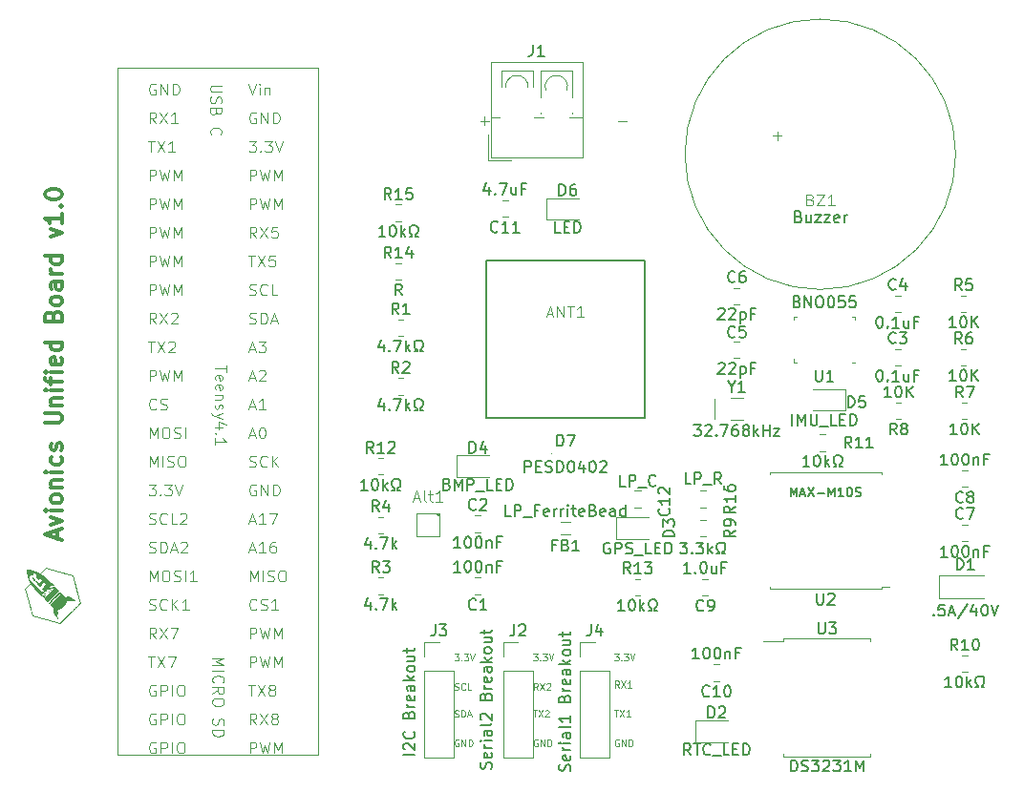
<source format=gbr>
%TF.GenerationSoftware,KiCad,Pcbnew,7.0.7*%
%TF.CreationDate,2024-01-17T20:42:02-05:00*%
%TF.ProjectId,Unified_Board,556e6966-6965-4645-9f42-6f6172642e6b,rev?*%
%TF.SameCoordinates,Original*%
%TF.FileFunction,Legend,Top*%
%TF.FilePolarity,Positive*%
%FSLAX46Y46*%
G04 Gerber Fmt 4.6, Leading zero omitted, Abs format (unit mm)*
G04 Created by KiCad (PCBNEW 7.0.7) date 2024-01-17 20:42:02*
%MOMM*%
%LPD*%
G01*
G04 APERTURE LIST*
%ADD10C,0.300000*%
%ADD11C,0.100000*%
%ADD12C,0.150000*%
%ADD13C,0.120000*%
G04 APERTURE END LIST*
D10*
X73772257Y-85516917D02*
X73772257Y-84802632D01*
X74200828Y-85659774D02*
X72700828Y-85159774D01*
X72700828Y-85159774D02*
X74200828Y-84659774D01*
X73200828Y-84302632D02*
X74200828Y-83945489D01*
X74200828Y-83945489D02*
X73200828Y-83588346D01*
X74200828Y-83016918D02*
X73200828Y-83016918D01*
X72700828Y-83016918D02*
X72772257Y-83088346D01*
X72772257Y-83088346D02*
X72843685Y-83016918D01*
X72843685Y-83016918D02*
X72772257Y-82945489D01*
X72772257Y-82945489D02*
X72700828Y-83016918D01*
X72700828Y-83016918D02*
X72843685Y-83016918D01*
X74200828Y-82088346D02*
X74129400Y-82231203D01*
X74129400Y-82231203D02*
X74057971Y-82302632D01*
X74057971Y-82302632D02*
X73915114Y-82374060D01*
X73915114Y-82374060D02*
X73486542Y-82374060D01*
X73486542Y-82374060D02*
X73343685Y-82302632D01*
X73343685Y-82302632D02*
X73272257Y-82231203D01*
X73272257Y-82231203D02*
X73200828Y-82088346D01*
X73200828Y-82088346D02*
X73200828Y-81874060D01*
X73200828Y-81874060D02*
X73272257Y-81731203D01*
X73272257Y-81731203D02*
X73343685Y-81659775D01*
X73343685Y-81659775D02*
X73486542Y-81588346D01*
X73486542Y-81588346D02*
X73915114Y-81588346D01*
X73915114Y-81588346D02*
X74057971Y-81659775D01*
X74057971Y-81659775D02*
X74129400Y-81731203D01*
X74129400Y-81731203D02*
X74200828Y-81874060D01*
X74200828Y-81874060D02*
X74200828Y-82088346D01*
X73200828Y-80945489D02*
X74200828Y-80945489D01*
X73343685Y-80945489D02*
X73272257Y-80874060D01*
X73272257Y-80874060D02*
X73200828Y-80731203D01*
X73200828Y-80731203D02*
X73200828Y-80516917D01*
X73200828Y-80516917D02*
X73272257Y-80374060D01*
X73272257Y-80374060D02*
X73415114Y-80302632D01*
X73415114Y-80302632D02*
X74200828Y-80302632D01*
X74200828Y-79588346D02*
X73200828Y-79588346D01*
X72700828Y-79588346D02*
X72772257Y-79659774D01*
X72772257Y-79659774D02*
X72843685Y-79588346D01*
X72843685Y-79588346D02*
X72772257Y-79516917D01*
X72772257Y-79516917D02*
X72700828Y-79588346D01*
X72700828Y-79588346D02*
X72843685Y-79588346D01*
X74129400Y-78231203D02*
X74200828Y-78374060D01*
X74200828Y-78374060D02*
X74200828Y-78659774D01*
X74200828Y-78659774D02*
X74129400Y-78802631D01*
X74129400Y-78802631D02*
X74057971Y-78874060D01*
X74057971Y-78874060D02*
X73915114Y-78945488D01*
X73915114Y-78945488D02*
X73486542Y-78945488D01*
X73486542Y-78945488D02*
X73343685Y-78874060D01*
X73343685Y-78874060D02*
X73272257Y-78802631D01*
X73272257Y-78802631D02*
X73200828Y-78659774D01*
X73200828Y-78659774D02*
X73200828Y-78374060D01*
X73200828Y-78374060D02*
X73272257Y-78231203D01*
X74129400Y-77659774D02*
X74200828Y-77516917D01*
X74200828Y-77516917D02*
X74200828Y-77231203D01*
X74200828Y-77231203D02*
X74129400Y-77088346D01*
X74129400Y-77088346D02*
X73986542Y-77016917D01*
X73986542Y-77016917D02*
X73915114Y-77016917D01*
X73915114Y-77016917D02*
X73772257Y-77088346D01*
X73772257Y-77088346D02*
X73700828Y-77231203D01*
X73700828Y-77231203D02*
X73700828Y-77445489D01*
X73700828Y-77445489D02*
X73629400Y-77588346D01*
X73629400Y-77588346D02*
X73486542Y-77659774D01*
X73486542Y-77659774D02*
X73415114Y-77659774D01*
X73415114Y-77659774D02*
X73272257Y-77588346D01*
X73272257Y-77588346D02*
X73200828Y-77445489D01*
X73200828Y-77445489D02*
X73200828Y-77231203D01*
X73200828Y-77231203D02*
X73272257Y-77088346D01*
X72700828Y-75231203D02*
X73915114Y-75231203D01*
X73915114Y-75231203D02*
X74057971Y-75159774D01*
X74057971Y-75159774D02*
X74129400Y-75088346D01*
X74129400Y-75088346D02*
X74200828Y-74945488D01*
X74200828Y-74945488D02*
X74200828Y-74659774D01*
X74200828Y-74659774D02*
X74129400Y-74516917D01*
X74129400Y-74516917D02*
X74057971Y-74445488D01*
X74057971Y-74445488D02*
X73915114Y-74374060D01*
X73915114Y-74374060D02*
X72700828Y-74374060D01*
X73200828Y-73659774D02*
X74200828Y-73659774D01*
X73343685Y-73659774D02*
X73272257Y-73588345D01*
X73272257Y-73588345D02*
X73200828Y-73445488D01*
X73200828Y-73445488D02*
X73200828Y-73231202D01*
X73200828Y-73231202D02*
X73272257Y-73088345D01*
X73272257Y-73088345D02*
X73415114Y-73016917D01*
X73415114Y-73016917D02*
X74200828Y-73016917D01*
X74200828Y-72302631D02*
X73200828Y-72302631D01*
X72700828Y-72302631D02*
X72772257Y-72374059D01*
X72772257Y-72374059D02*
X72843685Y-72302631D01*
X72843685Y-72302631D02*
X72772257Y-72231202D01*
X72772257Y-72231202D02*
X72700828Y-72302631D01*
X72700828Y-72302631D02*
X72843685Y-72302631D01*
X73200828Y-71802630D02*
X73200828Y-71231202D01*
X74200828Y-71588345D02*
X72915114Y-71588345D01*
X72915114Y-71588345D02*
X72772257Y-71516916D01*
X72772257Y-71516916D02*
X72700828Y-71374059D01*
X72700828Y-71374059D02*
X72700828Y-71231202D01*
X74200828Y-70731202D02*
X73200828Y-70731202D01*
X72700828Y-70731202D02*
X72772257Y-70802630D01*
X72772257Y-70802630D02*
X72843685Y-70731202D01*
X72843685Y-70731202D02*
X72772257Y-70659773D01*
X72772257Y-70659773D02*
X72700828Y-70731202D01*
X72700828Y-70731202D02*
X72843685Y-70731202D01*
X74129400Y-69445487D02*
X74200828Y-69588344D01*
X74200828Y-69588344D02*
X74200828Y-69874059D01*
X74200828Y-69874059D02*
X74129400Y-70016916D01*
X74129400Y-70016916D02*
X73986542Y-70088344D01*
X73986542Y-70088344D02*
X73415114Y-70088344D01*
X73415114Y-70088344D02*
X73272257Y-70016916D01*
X73272257Y-70016916D02*
X73200828Y-69874059D01*
X73200828Y-69874059D02*
X73200828Y-69588344D01*
X73200828Y-69588344D02*
X73272257Y-69445487D01*
X73272257Y-69445487D02*
X73415114Y-69374059D01*
X73415114Y-69374059D02*
X73557971Y-69374059D01*
X73557971Y-69374059D02*
X73700828Y-70088344D01*
X74200828Y-68088345D02*
X72700828Y-68088345D01*
X74129400Y-68088345D02*
X74200828Y-68231202D01*
X74200828Y-68231202D02*
X74200828Y-68516916D01*
X74200828Y-68516916D02*
X74129400Y-68659773D01*
X74129400Y-68659773D02*
X74057971Y-68731202D01*
X74057971Y-68731202D02*
X73915114Y-68802630D01*
X73915114Y-68802630D02*
X73486542Y-68802630D01*
X73486542Y-68802630D02*
X73343685Y-68731202D01*
X73343685Y-68731202D02*
X73272257Y-68659773D01*
X73272257Y-68659773D02*
X73200828Y-68516916D01*
X73200828Y-68516916D02*
X73200828Y-68231202D01*
X73200828Y-68231202D02*
X73272257Y-68088345D01*
X73415114Y-65731202D02*
X73486542Y-65516916D01*
X73486542Y-65516916D02*
X73557971Y-65445487D01*
X73557971Y-65445487D02*
X73700828Y-65374059D01*
X73700828Y-65374059D02*
X73915114Y-65374059D01*
X73915114Y-65374059D02*
X74057971Y-65445487D01*
X74057971Y-65445487D02*
X74129400Y-65516916D01*
X74129400Y-65516916D02*
X74200828Y-65659773D01*
X74200828Y-65659773D02*
X74200828Y-66231202D01*
X74200828Y-66231202D02*
X72700828Y-66231202D01*
X72700828Y-66231202D02*
X72700828Y-65731202D01*
X72700828Y-65731202D02*
X72772257Y-65588345D01*
X72772257Y-65588345D02*
X72843685Y-65516916D01*
X72843685Y-65516916D02*
X72986542Y-65445487D01*
X72986542Y-65445487D02*
X73129400Y-65445487D01*
X73129400Y-65445487D02*
X73272257Y-65516916D01*
X73272257Y-65516916D02*
X73343685Y-65588345D01*
X73343685Y-65588345D02*
X73415114Y-65731202D01*
X73415114Y-65731202D02*
X73415114Y-66231202D01*
X74200828Y-64516916D02*
X74129400Y-64659773D01*
X74129400Y-64659773D02*
X74057971Y-64731202D01*
X74057971Y-64731202D02*
X73915114Y-64802630D01*
X73915114Y-64802630D02*
X73486542Y-64802630D01*
X73486542Y-64802630D02*
X73343685Y-64731202D01*
X73343685Y-64731202D02*
X73272257Y-64659773D01*
X73272257Y-64659773D02*
X73200828Y-64516916D01*
X73200828Y-64516916D02*
X73200828Y-64302630D01*
X73200828Y-64302630D02*
X73272257Y-64159773D01*
X73272257Y-64159773D02*
X73343685Y-64088345D01*
X73343685Y-64088345D02*
X73486542Y-64016916D01*
X73486542Y-64016916D02*
X73915114Y-64016916D01*
X73915114Y-64016916D02*
X74057971Y-64088345D01*
X74057971Y-64088345D02*
X74129400Y-64159773D01*
X74129400Y-64159773D02*
X74200828Y-64302630D01*
X74200828Y-64302630D02*
X74200828Y-64516916D01*
X74200828Y-62731202D02*
X73415114Y-62731202D01*
X73415114Y-62731202D02*
X73272257Y-62802630D01*
X73272257Y-62802630D02*
X73200828Y-62945487D01*
X73200828Y-62945487D02*
X73200828Y-63231202D01*
X73200828Y-63231202D02*
X73272257Y-63374059D01*
X74129400Y-62731202D02*
X74200828Y-62874059D01*
X74200828Y-62874059D02*
X74200828Y-63231202D01*
X74200828Y-63231202D02*
X74129400Y-63374059D01*
X74129400Y-63374059D02*
X73986542Y-63445487D01*
X73986542Y-63445487D02*
X73843685Y-63445487D01*
X73843685Y-63445487D02*
X73700828Y-63374059D01*
X73700828Y-63374059D02*
X73629400Y-63231202D01*
X73629400Y-63231202D02*
X73629400Y-62874059D01*
X73629400Y-62874059D02*
X73557971Y-62731202D01*
X74200828Y-62016916D02*
X73200828Y-62016916D01*
X73486542Y-62016916D02*
X73343685Y-61945487D01*
X73343685Y-61945487D02*
X73272257Y-61874059D01*
X73272257Y-61874059D02*
X73200828Y-61731201D01*
X73200828Y-61731201D02*
X73200828Y-61588344D01*
X74200828Y-60445488D02*
X72700828Y-60445488D01*
X74129400Y-60445488D02*
X74200828Y-60588345D01*
X74200828Y-60588345D02*
X74200828Y-60874059D01*
X74200828Y-60874059D02*
X74129400Y-61016916D01*
X74129400Y-61016916D02*
X74057971Y-61088345D01*
X74057971Y-61088345D02*
X73915114Y-61159773D01*
X73915114Y-61159773D02*
X73486542Y-61159773D01*
X73486542Y-61159773D02*
X73343685Y-61088345D01*
X73343685Y-61088345D02*
X73272257Y-61016916D01*
X73272257Y-61016916D02*
X73200828Y-60874059D01*
X73200828Y-60874059D02*
X73200828Y-60588345D01*
X73200828Y-60588345D02*
X73272257Y-60445488D01*
X73200828Y-58731202D02*
X74200828Y-58374059D01*
X74200828Y-58374059D02*
X73200828Y-58016916D01*
X74200828Y-56659773D02*
X74200828Y-57516916D01*
X74200828Y-57088345D02*
X72700828Y-57088345D01*
X72700828Y-57088345D02*
X72915114Y-57231202D01*
X72915114Y-57231202D02*
X73057971Y-57374059D01*
X73057971Y-57374059D02*
X73129400Y-57516916D01*
X74057971Y-56016917D02*
X74129400Y-55945488D01*
X74129400Y-55945488D02*
X74200828Y-56016917D01*
X74200828Y-56016917D02*
X74129400Y-56088345D01*
X74129400Y-56088345D02*
X74057971Y-56016917D01*
X74057971Y-56016917D02*
X74200828Y-56016917D01*
X72700828Y-55016916D02*
X72700828Y-54874059D01*
X72700828Y-54874059D02*
X72772257Y-54731202D01*
X72772257Y-54731202D02*
X72843685Y-54659774D01*
X72843685Y-54659774D02*
X72986542Y-54588345D01*
X72986542Y-54588345D02*
X73272257Y-54516916D01*
X73272257Y-54516916D02*
X73629400Y-54516916D01*
X73629400Y-54516916D02*
X73915114Y-54588345D01*
X73915114Y-54588345D02*
X74057971Y-54659774D01*
X74057971Y-54659774D02*
X74129400Y-54731202D01*
X74129400Y-54731202D02*
X74200828Y-54874059D01*
X74200828Y-54874059D02*
X74200828Y-55016916D01*
X74200828Y-55016916D02*
X74129400Y-55159774D01*
X74129400Y-55159774D02*
X74057971Y-55231202D01*
X74057971Y-55231202D02*
X73915114Y-55302631D01*
X73915114Y-55302631D02*
X73629400Y-55374059D01*
X73629400Y-55374059D02*
X73272257Y-55374059D01*
X73272257Y-55374059D02*
X72986542Y-55302631D01*
X72986542Y-55302631D02*
X72843685Y-55231202D01*
X72843685Y-55231202D02*
X72772257Y-55159774D01*
X72772257Y-55159774D02*
X72700828Y-55016916D01*
D11*
X108980074Y-101292800D02*
X109065789Y-101321371D01*
X109065789Y-101321371D02*
X109208646Y-101321371D01*
X109208646Y-101321371D02*
X109265789Y-101292800D01*
X109265789Y-101292800D02*
X109294360Y-101264228D01*
X109294360Y-101264228D02*
X109322931Y-101207085D01*
X109322931Y-101207085D02*
X109322931Y-101149942D01*
X109322931Y-101149942D02*
X109294360Y-101092800D01*
X109294360Y-101092800D02*
X109265789Y-101064228D01*
X109265789Y-101064228D02*
X109208646Y-101035657D01*
X109208646Y-101035657D02*
X109094360Y-101007085D01*
X109094360Y-101007085D02*
X109037217Y-100978514D01*
X109037217Y-100978514D02*
X109008646Y-100949942D01*
X109008646Y-100949942D02*
X108980074Y-100892800D01*
X108980074Y-100892800D02*
X108980074Y-100835657D01*
X108980074Y-100835657D02*
X109008646Y-100778514D01*
X109008646Y-100778514D02*
X109037217Y-100749942D01*
X109037217Y-100749942D02*
X109094360Y-100721371D01*
X109094360Y-100721371D02*
X109237217Y-100721371D01*
X109237217Y-100721371D02*
X109322931Y-100749942D01*
X109580075Y-101321371D02*
X109580075Y-100721371D01*
X109580075Y-100721371D02*
X109722932Y-100721371D01*
X109722932Y-100721371D02*
X109808646Y-100749942D01*
X109808646Y-100749942D02*
X109865789Y-100807085D01*
X109865789Y-100807085D02*
X109894360Y-100864228D01*
X109894360Y-100864228D02*
X109922932Y-100978514D01*
X109922932Y-100978514D02*
X109922932Y-101064228D01*
X109922932Y-101064228D02*
X109894360Y-101178514D01*
X109894360Y-101178514D02*
X109865789Y-101235657D01*
X109865789Y-101235657D02*
X109808646Y-101292800D01*
X109808646Y-101292800D02*
X109722932Y-101321371D01*
X109722932Y-101321371D02*
X109580075Y-101321371D01*
X110151503Y-101149942D02*
X110437218Y-101149942D01*
X110094360Y-101321371D02*
X110294360Y-100721371D01*
X110294360Y-100721371D02*
X110494360Y-101321371D01*
X108980074Y-98892800D02*
X109065789Y-98921371D01*
X109065789Y-98921371D02*
X109208646Y-98921371D01*
X109208646Y-98921371D02*
X109265789Y-98892800D01*
X109265789Y-98892800D02*
X109294360Y-98864228D01*
X109294360Y-98864228D02*
X109322931Y-98807085D01*
X109322931Y-98807085D02*
X109322931Y-98749942D01*
X109322931Y-98749942D02*
X109294360Y-98692800D01*
X109294360Y-98692800D02*
X109265789Y-98664228D01*
X109265789Y-98664228D02*
X109208646Y-98635657D01*
X109208646Y-98635657D02*
X109094360Y-98607085D01*
X109094360Y-98607085D02*
X109037217Y-98578514D01*
X109037217Y-98578514D02*
X109008646Y-98549942D01*
X109008646Y-98549942D02*
X108980074Y-98492800D01*
X108980074Y-98492800D02*
X108980074Y-98435657D01*
X108980074Y-98435657D02*
X109008646Y-98378514D01*
X109008646Y-98378514D02*
X109037217Y-98349942D01*
X109037217Y-98349942D02*
X109094360Y-98321371D01*
X109094360Y-98321371D02*
X109237217Y-98321371D01*
X109237217Y-98321371D02*
X109322931Y-98349942D01*
X109922932Y-98864228D02*
X109894360Y-98892800D01*
X109894360Y-98892800D02*
X109808646Y-98921371D01*
X109808646Y-98921371D02*
X109751503Y-98921371D01*
X109751503Y-98921371D02*
X109665789Y-98892800D01*
X109665789Y-98892800D02*
X109608646Y-98835657D01*
X109608646Y-98835657D02*
X109580075Y-98778514D01*
X109580075Y-98778514D02*
X109551503Y-98664228D01*
X109551503Y-98664228D02*
X109551503Y-98578514D01*
X109551503Y-98578514D02*
X109580075Y-98464228D01*
X109580075Y-98464228D02*
X109608646Y-98407085D01*
X109608646Y-98407085D02*
X109665789Y-98349942D01*
X109665789Y-98349942D02*
X109751503Y-98321371D01*
X109751503Y-98321371D02*
X109808646Y-98321371D01*
X109808646Y-98321371D02*
X109894360Y-98349942D01*
X109894360Y-98349942D02*
X109922932Y-98378514D01*
X110465789Y-98921371D02*
X110180075Y-98921371D01*
X110180075Y-98921371D02*
X110180075Y-98321371D01*
X108951503Y-95721371D02*
X109322931Y-95721371D01*
X109322931Y-95721371D02*
X109122931Y-95949942D01*
X109122931Y-95949942D02*
X109208646Y-95949942D01*
X109208646Y-95949942D02*
X109265789Y-95978514D01*
X109265789Y-95978514D02*
X109294360Y-96007085D01*
X109294360Y-96007085D02*
X109322931Y-96064228D01*
X109322931Y-96064228D02*
X109322931Y-96207085D01*
X109322931Y-96207085D02*
X109294360Y-96264228D01*
X109294360Y-96264228D02*
X109265789Y-96292800D01*
X109265789Y-96292800D02*
X109208646Y-96321371D01*
X109208646Y-96321371D02*
X109037217Y-96321371D01*
X109037217Y-96321371D02*
X108980074Y-96292800D01*
X108980074Y-96292800D02*
X108951503Y-96264228D01*
X109580075Y-96264228D02*
X109608646Y-96292800D01*
X109608646Y-96292800D02*
X109580075Y-96321371D01*
X109580075Y-96321371D02*
X109551503Y-96292800D01*
X109551503Y-96292800D02*
X109580075Y-96264228D01*
X109580075Y-96264228D02*
X109580075Y-96321371D01*
X109808646Y-95721371D02*
X110180074Y-95721371D01*
X110180074Y-95721371D02*
X109980074Y-95949942D01*
X109980074Y-95949942D02*
X110065789Y-95949942D01*
X110065789Y-95949942D02*
X110122932Y-95978514D01*
X110122932Y-95978514D02*
X110151503Y-96007085D01*
X110151503Y-96007085D02*
X110180074Y-96064228D01*
X110180074Y-96064228D02*
X110180074Y-96207085D01*
X110180074Y-96207085D02*
X110151503Y-96264228D01*
X110151503Y-96264228D02*
X110122932Y-96292800D01*
X110122932Y-96292800D02*
X110065789Y-96321371D01*
X110065789Y-96321371D02*
X109894360Y-96321371D01*
X109894360Y-96321371D02*
X109837217Y-96292800D01*
X109837217Y-96292800D02*
X109808646Y-96264228D01*
X110351503Y-95721371D02*
X110551503Y-96321371D01*
X110551503Y-96321371D02*
X110751503Y-95721371D01*
X109322931Y-103349942D02*
X109265789Y-103321371D01*
X109265789Y-103321371D02*
X109180074Y-103321371D01*
X109180074Y-103321371D02*
X109094360Y-103349942D01*
X109094360Y-103349942D02*
X109037217Y-103407085D01*
X109037217Y-103407085D02*
X109008646Y-103464228D01*
X109008646Y-103464228D02*
X108980074Y-103578514D01*
X108980074Y-103578514D02*
X108980074Y-103664228D01*
X108980074Y-103664228D02*
X109008646Y-103778514D01*
X109008646Y-103778514D02*
X109037217Y-103835657D01*
X109037217Y-103835657D02*
X109094360Y-103892800D01*
X109094360Y-103892800D02*
X109180074Y-103921371D01*
X109180074Y-103921371D02*
X109237217Y-103921371D01*
X109237217Y-103921371D02*
X109322931Y-103892800D01*
X109322931Y-103892800D02*
X109351503Y-103864228D01*
X109351503Y-103864228D02*
X109351503Y-103664228D01*
X109351503Y-103664228D02*
X109237217Y-103664228D01*
X109608646Y-103921371D02*
X109608646Y-103321371D01*
X109608646Y-103321371D02*
X109951503Y-103921371D01*
X109951503Y-103921371D02*
X109951503Y-103321371D01*
X110237217Y-103921371D02*
X110237217Y-103321371D01*
X110237217Y-103321371D02*
X110380074Y-103321371D01*
X110380074Y-103321371D02*
X110465788Y-103349942D01*
X110465788Y-103349942D02*
X110522931Y-103407085D01*
X110522931Y-103407085D02*
X110551502Y-103464228D01*
X110551502Y-103464228D02*
X110580074Y-103578514D01*
X110580074Y-103578514D02*
X110580074Y-103664228D01*
X110580074Y-103664228D02*
X110551502Y-103778514D01*
X110551502Y-103778514D02*
X110522931Y-103835657D01*
X110522931Y-103835657D02*
X110465788Y-103892800D01*
X110465788Y-103892800D02*
X110380074Y-103921371D01*
X110380074Y-103921371D02*
X110237217Y-103921371D01*
X116351503Y-98921371D02*
X116151503Y-98635657D01*
X116008646Y-98921371D02*
X116008646Y-98321371D01*
X116008646Y-98321371D02*
X116237217Y-98321371D01*
X116237217Y-98321371D02*
X116294360Y-98349942D01*
X116294360Y-98349942D02*
X116322931Y-98378514D01*
X116322931Y-98378514D02*
X116351503Y-98435657D01*
X116351503Y-98435657D02*
X116351503Y-98521371D01*
X116351503Y-98521371D02*
X116322931Y-98578514D01*
X116322931Y-98578514D02*
X116294360Y-98607085D01*
X116294360Y-98607085D02*
X116237217Y-98635657D01*
X116237217Y-98635657D02*
X116008646Y-98635657D01*
X116551503Y-98321371D02*
X116951503Y-98921371D01*
X116951503Y-98321371D02*
X116551503Y-98921371D01*
X117151503Y-98378514D02*
X117180075Y-98349942D01*
X117180075Y-98349942D02*
X117237218Y-98321371D01*
X117237218Y-98321371D02*
X117380075Y-98321371D01*
X117380075Y-98321371D02*
X117437218Y-98349942D01*
X117437218Y-98349942D02*
X117465789Y-98378514D01*
X117465789Y-98378514D02*
X117494360Y-98435657D01*
X117494360Y-98435657D02*
X117494360Y-98492800D01*
X117494360Y-98492800D02*
X117465789Y-98578514D01*
X117465789Y-98578514D02*
X117122932Y-98921371D01*
X117122932Y-98921371D02*
X117494360Y-98921371D01*
X115922931Y-100721371D02*
X116265789Y-100721371D01*
X116094360Y-101321371D02*
X116094360Y-100721371D01*
X116408646Y-100721371D02*
X116808646Y-101321371D01*
X116808646Y-100721371D02*
X116408646Y-101321371D01*
X117008646Y-100778514D02*
X117037218Y-100749942D01*
X117037218Y-100749942D02*
X117094361Y-100721371D01*
X117094361Y-100721371D02*
X117237218Y-100721371D01*
X117237218Y-100721371D02*
X117294361Y-100749942D01*
X117294361Y-100749942D02*
X117322932Y-100778514D01*
X117322932Y-100778514D02*
X117351503Y-100835657D01*
X117351503Y-100835657D02*
X117351503Y-100892800D01*
X117351503Y-100892800D02*
X117322932Y-100978514D01*
X117322932Y-100978514D02*
X116980075Y-101321371D01*
X116980075Y-101321371D02*
X117351503Y-101321371D01*
X116322931Y-103349942D02*
X116265789Y-103321371D01*
X116265789Y-103321371D02*
X116180074Y-103321371D01*
X116180074Y-103321371D02*
X116094360Y-103349942D01*
X116094360Y-103349942D02*
X116037217Y-103407085D01*
X116037217Y-103407085D02*
X116008646Y-103464228D01*
X116008646Y-103464228D02*
X115980074Y-103578514D01*
X115980074Y-103578514D02*
X115980074Y-103664228D01*
X115980074Y-103664228D02*
X116008646Y-103778514D01*
X116008646Y-103778514D02*
X116037217Y-103835657D01*
X116037217Y-103835657D02*
X116094360Y-103892800D01*
X116094360Y-103892800D02*
X116180074Y-103921371D01*
X116180074Y-103921371D02*
X116237217Y-103921371D01*
X116237217Y-103921371D02*
X116322931Y-103892800D01*
X116322931Y-103892800D02*
X116351503Y-103864228D01*
X116351503Y-103864228D02*
X116351503Y-103664228D01*
X116351503Y-103664228D02*
X116237217Y-103664228D01*
X116608646Y-103921371D02*
X116608646Y-103321371D01*
X116608646Y-103321371D02*
X116951503Y-103921371D01*
X116951503Y-103921371D02*
X116951503Y-103321371D01*
X117237217Y-103921371D02*
X117237217Y-103321371D01*
X117237217Y-103321371D02*
X117380074Y-103321371D01*
X117380074Y-103321371D02*
X117465788Y-103349942D01*
X117465788Y-103349942D02*
X117522931Y-103407085D01*
X117522931Y-103407085D02*
X117551502Y-103464228D01*
X117551502Y-103464228D02*
X117580074Y-103578514D01*
X117580074Y-103578514D02*
X117580074Y-103664228D01*
X117580074Y-103664228D02*
X117551502Y-103778514D01*
X117551502Y-103778514D02*
X117522931Y-103835657D01*
X117522931Y-103835657D02*
X117465788Y-103892800D01*
X117465788Y-103892800D02*
X117380074Y-103921371D01*
X117380074Y-103921371D02*
X117237217Y-103921371D01*
X115951503Y-95721371D02*
X116322931Y-95721371D01*
X116322931Y-95721371D02*
X116122931Y-95949942D01*
X116122931Y-95949942D02*
X116208646Y-95949942D01*
X116208646Y-95949942D02*
X116265789Y-95978514D01*
X116265789Y-95978514D02*
X116294360Y-96007085D01*
X116294360Y-96007085D02*
X116322931Y-96064228D01*
X116322931Y-96064228D02*
X116322931Y-96207085D01*
X116322931Y-96207085D02*
X116294360Y-96264228D01*
X116294360Y-96264228D02*
X116265789Y-96292800D01*
X116265789Y-96292800D02*
X116208646Y-96321371D01*
X116208646Y-96321371D02*
X116037217Y-96321371D01*
X116037217Y-96321371D02*
X115980074Y-96292800D01*
X115980074Y-96292800D02*
X115951503Y-96264228D01*
X116580075Y-96264228D02*
X116608646Y-96292800D01*
X116608646Y-96292800D02*
X116580075Y-96321371D01*
X116580075Y-96321371D02*
X116551503Y-96292800D01*
X116551503Y-96292800D02*
X116580075Y-96264228D01*
X116580075Y-96264228D02*
X116580075Y-96321371D01*
X116808646Y-95721371D02*
X117180074Y-95721371D01*
X117180074Y-95721371D02*
X116980074Y-95949942D01*
X116980074Y-95949942D02*
X117065789Y-95949942D01*
X117065789Y-95949942D02*
X117122932Y-95978514D01*
X117122932Y-95978514D02*
X117151503Y-96007085D01*
X117151503Y-96007085D02*
X117180074Y-96064228D01*
X117180074Y-96064228D02*
X117180074Y-96207085D01*
X117180074Y-96207085D02*
X117151503Y-96264228D01*
X117151503Y-96264228D02*
X117122932Y-96292800D01*
X117122932Y-96292800D02*
X117065789Y-96321371D01*
X117065789Y-96321371D02*
X116894360Y-96321371D01*
X116894360Y-96321371D02*
X116837217Y-96292800D01*
X116837217Y-96292800D02*
X116808646Y-96264228D01*
X117351503Y-95721371D02*
X117551503Y-96321371D01*
X117551503Y-96321371D02*
X117751503Y-95721371D01*
X123522931Y-103349942D02*
X123465789Y-103321371D01*
X123465789Y-103321371D02*
X123380074Y-103321371D01*
X123380074Y-103321371D02*
X123294360Y-103349942D01*
X123294360Y-103349942D02*
X123237217Y-103407085D01*
X123237217Y-103407085D02*
X123208646Y-103464228D01*
X123208646Y-103464228D02*
X123180074Y-103578514D01*
X123180074Y-103578514D02*
X123180074Y-103664228D01*
X123180074Y-103664228D02*
X123208646Y-103778514D01*
X123208646Y-103778514D02*
X123237217Y-103835657D01*
X123237217Y-103835657D02*
X123294360Y-103892800D01*
X123294360Y-103892800D02*
X123380074Y-103921371D01*
X123380074Y-103921371D02*
X123437217Y-103921371D01*
X123437217Y-103921371D02*
X123522931Y-103892800D01*
X123522931Y-103892800D02*
X123551503Y-103864228D01*
X123551503Y-103864228D02*
X123551503Y-103664228D01*
X123551503Y-103664228D02*
X123437217Y-103664228D01*
X123808646Y-103921371D02*
X123808646Y-103321371D01*
X123808646Y-103321371D02*
X124151503Y-103921371D01*
X124151503Y-103921371D02*
X124151503Y-103321371D01*
X124437217Y-103921371D02*
X124437217Y-103321371D01*
X124437217Y-103321371D02*
X124580074Y-103321371D01*
X124580074Y-103321371D02*
X124665788Y-103349942D01*
X124665788Y-103349942D02*
X124722931Y-103407085D01*
X124722931Y-103407085D02*
X124751502Y-103464228D01*
X124751502Y-103464228D02*
X124780074Y-103578514D01*
X124780074Y-103578514D02*
X124780074Y-103664228D01*
X124780074Y-103664228D02*
X124751502Y-103778514D01*
X124751502Y-103778514D02*
X124722931Y-103835657D01*
X124722931Y-103835657D02*
X124665788Y-103892800D01*
X124665788Y-103892800D02*
X124580074Y-103921371D01*
X124580074Y-103921371D02*
X124437217Y-103921371D01*
X123122931Y-100721371D02*
X123465789Y-100721371D01*
X123294360Y-101321371D02*
X123294360Y-100721371D01*
X123608646Y-100721371D02*
X124008646Y-101321371D01*
X124008646Y-100721371D02*
X123608646Y-101321371D01*
X124551503Y-101321371D02*
X124208646Y-101321371D01*
X124380075Y-101321371D02*
X124380075Y-100721371D01*
X124380075Y-100721371D02*
X124322932Y-100807085D01*
X124322932Y-100807085D02*
X124265789Y-100864228D01*
X124265789Y-100864228D02*
X124208646Y-100892800D01*
X123551503Y-98721371D02*
X123351503Y-98435657D01*
X123208646Y-98721371D02*
X123208646Y-98121371D01*
X123208646Y-98121371D02*
X123437217Y-98121371D01*
X123437217Y-98121371D02*
X123494360Y-98149942D01*
X123494360Y-98149942D02*
X123522931Y-98178514D01*
X123522931Y-98178514D02*
X123551503Y-98235657D01*
X123551503Y-98235657D02*
X123551503Y-98321371D01*
X123551503Y-98321371D02*
X123522931Y-98378514D01*
X123522931Y-98378514D02*
X123494360Y-98407085D01*
X123494360Y-98407085D02*
X123437217Y-98435657D01*
X123437217Y-98435657D02*
X123208646Y-98435657D01*
X123751503Y-98121371D02*
X124151503Y-98721371D01*
X124151503Y-98121371D02*
X123751503Y-98721371D01*
X124694360Y-98721371D02*
X124351503Y-98721371D01*
X124522932Y-98721371D02*
X124522932Y-98121371D01*
X124522932Y-98121371D02*
X124465789Y-98207085D01*
X124465789Y-98207085D02*
X124408646Y-98264228D01*
X124408646Y-98264228D02*
X124351503Y-98292800D01*
X123151503Y-95721371D02*
X123522931Y-95721371D01*
X123522931Y-95721371D02*
X123322931Y-95949942D01*
X123322931Y-95949942D02*
X123408646Y-95949942D01*
X123408646Y-95949942D02*
X123465789Y-95978514D01*
X123465789Y-95978514D02*
X123494360Y-96007085D01*
X123494360Y-96007085D02*
X123522931Y-96064228D01*
X123522931Y-96064228D02*
X123522931Y-96207085D01*
X123522931Y-96207085D02*
X123494360Y-96264228D01*
X123494360Y-96264228D02*
X123465789Y-96292800D01*
X123465789Y-96292800D02*
X123408646Y-96321371D01*
X123408646Y-96321371D02*
X123237217Y-96321371D01*
X123237217Y-96321371D02*
X123180074Y-96292800D01*
X123180074Y-96292800D02*
X123151503Y-96264228D01*
X123780075Y-96264228D02*
X123808646Y-96292800D01*
X123808646Y-96292800D02*
X123780075Y-96321371D01*
X123780075Y-96321371D02*
X123751503Y-96292800D01*
X123751503Y-96292800D02*
X123780075Y-96264228D01*
X123780075Y-96264228D02*
X123780075Y-96321371D01*
X124008646Y-95721371D02*
X124380074Y-95721371D01*
X124380074Y-95721371D02*
X124180074Y-95949942D01*
X124180074Y-95949942D02*
X124265789Y-95949942D01*
X124265789Y-95949942D02*
X124322932Y-95978514D01*
X124322932Y-95978514D02*
X124351503Y-96007085D01*
X124351503Y-96007085D02*
X124380074Y-96064228D01*
X124380074Y-96064228D02*
X124380074Y-96207085D01*
X124380074Y-96207085D02*
X124351503Y-96264228D01*
X124351503Y-96264228D02*
X124322932Y-96292800D01*
X124322932Y-96292800D02*
X124265789Y-96321371D01*
X124265789Y-96321371D02*
X124094360Y-96321371D01*
X124094360Y-96321371D02*
X124037217Y-96292800D01*
X124037217Y-96292800D02*
X124008646Y-96264228D01*
X124551503Y-95721371D02*
X124751503Y-96321371D01*
X124751503Y-96321371D02*
X124951503Y-95721371D01*
D12*
X153511905Y-88254819D02*
X153511905Y-87254819D01*
X153511905Y-87254819D02*
X153750000Y-87254819D01*
X153750000Y-87254819D02*
X153892857Y-87302438D01*
X153892857Y-87302438D02*
X153988095Y-87397676D01*
X153988095Y-87397676D02*
X154035714Y-87492914D01*
X154035714Y-87492914D02*
X154083333Y-87683390D01*
X154083333Y-87683390D02*
X154083333Y-87826247D01*
X154083333Y-87826247D02*
X154035714Y-88016723D01*
X154035714Y-88016723D02*
X153988095Y-88111961D01*
X153988095Y-88111961D02*
X153892857Y-88207200D01*
X153892857Y-88207200D02*
X153750000Y-88254819D01*
X153750000Y-88254819D02*
X153511905Y-88254819D01*
X155035714Y-88254819D02*
X154464286Y-88254819D01*
X154750000Y-88254819D02*
X154750000Y-87254819D01*
X154750000Y-87254819D02*
X154654762Y-87397676D01*
X154654762Y-87397676D02*
X154559524Y-87492914D01*
X154559524Y-87492914D02*
X154464286Y-87540533D01*
X151440476Y-92259580D02*
X151488095Y-92307200D01*
X151488095Y-92307200D02*
X151440476Y-92354819D01*
X151440476Y-92354819D02*
X151392857Y-92307200D01*
X151392857Y-92307200D02*
X151440476Y-92259580D01*
X151440476Y-92259580D02*
X151440476Y-92354819D01*
X152392856Y-91354819D02*
X151916666Y-91354819D01*
X151916666Y-91354819D02*
X151869047Y-91831009D01*
X151869047Y-91831009D02*
X151916666Y-91783390D01*
X151916666Y-91783390D02*
X152011904Y-91735771D01*
X152011904Y-91735771D02*
X152249999Y-91735771D01*
X152249999Y-91735771D02*
X152345237Y-91783390D01*
X152345237Y-91783390D02*
X152392856Y-91831009D01*
X152392856Y-91831009D02*
X152440475Y-91926247D01*
X152440475Y-91926247D02*
X152440475Y-92164342D01*
X152440475Y-92164342D02*
X152392856Y-92259580D01*
X152392856Y-92259580D02*
X152345237Y-92307200D01*
X152345237Y-92307200D02*
X152249999Y-92354819D01*
X152249999Y-92354819D02*
X152011904Y-92354819D01*
X152011904Y-92354819D02*
X151916666Y-92307200D01*
X151916666Y-92307200D02*
X151869047Y-92259580D01*
X152821428Y-92069104D02*
X153297618Y-92069104D01*
X152726190Y-92354819D02*
X153059523Y-91354819D01*
X153059523Y-91354819D02*
X153392856Y-92354819D01*
X154440475Y-91307200D02*
X153583333Y-92592914D01*
X155202380Y-91688152D02*
X155202380Y-92354819D01*
X154964285Y-91307200D02*
X154726190Y-92021485D01*
X154726190Y-92021485D02*
X155345237Y-92021485D01*
X155916666Y-91354819D02*
X156011904Y-91354819D01*
X156011904Y-91354819D02*
X156107142Y-91402438D01*
X156107142Y-91402438D02*
X156154761Y-91450057D01*
X156154761Y-91450057D02*
X156202380Y-91545295D01*
X156202380Y-91545295D02*
X156249999Y-91735771D01*
X156249999Y-91735771D02*
X156249999Y-91973866D01*
X156249999Y-91973866D02*
X156202380Y-92164342D01*
X156202380Y-92164342D02*
X156154761Y-92259580D01*
X156154761Y-92259580D02*
X156107142Y-92307200D01*
X156107142Y-92307200D02*
X156011904Y-92354819D01*
X156011904Y-92354819D02*
X155916666Y-92354819D01*
X155916666Y-92354819D02*
X155821428Y-92307200D01*
X155821428Y-92307200D02*
X155773809Y-92259580D01*
X155773809Y-92259580D02*
X155726190Y-92164342D01*
X155726190Y-92164342D02*
X155678571Y-91973866D01*
X155678571Y-91973866D02*
X155678571Y-91735771D01*
X155678571Y-91735771D02*
X155726190Y-91545295D01*
X155726190Y-91545295D02*
X155773809Y-91450057D01*
X155773809Y-91450057D02*
X155821428Y-91402438D01*
X155821428Y-91402438D02*
X155916666Y-91354819D01*
X156535714Y-91354819D02*
X156869047Y-92354819D01*
X156869047Y-92354819D02*
X157202380Y-91354819D01*
X107266666Y-93124819D02*
X107266666Y-93839104D01*
X107266666Y-93839104D02*
X107219047Y-93981961D01*
X107219047Y-93981961D02*
X107123809Y-94077200D01*
X107123809Y-94077200D02*
X106980952Y-94124819D01*
X106980952Y-94124819D02*
X106885714Y-94124819D01*
X107647619Y-93124819D02*
X108266666Y-93124819D01*
X108266666Y-93124819D02*
X107933333Y-93505771D01*
X107933333Y-93505771D02*
X108076190Y-93505771D01*
X108076190Y-93505771D02*
X108171428Y-93553390D01*
X108171428Y-93553390D02*
X108219047Y-93601009D01*
X108219047Y-93601009D02*
X108266666Y-93696247D01*
X108266666Y-93696247D02*
X108266666Y-93934342D01*
X108266666Y-93934342D02*
X108219047Y-94029580D01*
X108219047Y-94029580D02*
X108171428Y-94077200D01*
X108171428Y-94077200D02*
X108076190Y-94124819D01*
X108076190Y-94124819D02*
X107790476Y-94124819D01*
X107790476Y-94124819D02*
X107695238Y-94077200D01*
X107695238Y-94077200D02*
X107647619Y-94029580D01*
X105454819Y-104642857D02*
X104454819Y-104642857D01*
X104550057Y-104214286D02*
X104502438Y-104166667D01*
X104502438Y-104166667D02*
X104454819Y-104071429D01*
X104454819Y-104071429D02*
X104454819Y-103833334D01*
X104454819Y-103833334D02*
X104502438Y-103738096D01*
X104502438Y-103738096D02*
X104550057Y-103690477D01*
X104550057Y-103690477D02*
X104645295Y-103642858D01*
X104645295Y-103642858D02*
X104740533Y-103642858D01*
X104740533Y-103642858D02*
X104883390Y-103690477D01*
X104883390Y-103690477D02*
X105454819Y-104261905D01*
X105454819Y-104261905D02*
X105454819Y-103642858D01*
X105359580Y-102642858D02*
X105407200Y-102690477D01*
X105407200Y-102690477D02*
X105454819Y-102833334D01*
X105454819Y-102833334D02*
X105454819Y-102928572D01*
X105454819Y-102928572D02*
X105407200Y-103071429D01*
X105407200Y-103071429D02*
X105311961Y-103166667D01*
X105311961Y-103166667D02*
X105216723Y-103214286D01*
X105216723Y-103214286D02*
X105026247Y-103261905D01*
X105026247Y-103261905D02*
X104883390Y-103261905D01*
X104883390Y-103261905D02*
X104692914Y-103214286D01*
X104692914Y-103214286D02*
X104597676Y-103166667D01*
X104597676Y-103166667D02*
X104502438Y-103071429D01*
X104502438Y-103071429D02*
X104454819Y-102928572D01*
X104454819Y-102928572D02*
X104454819Y-102833334D01*
X104454819Y-102833334D02*
X104502438Y-102690477D01*
X104502438Y-102690477D02*
X104550057Y-102642858D01*
X104931009Y-101119048D02*
X104978628Y-100976191D01*
X104978628Y-100976191D02*
X105026247Y-100928572D01*
X105026247Y-100928572D02*
X105121485Y-100880953D01*
X105121485Y-100880953D02*
X105264342Y-100880953D01*
X105264342Y-100880953D02*
X105359580Y-100928572D01*
X105359580Y-100928572D02*
X105407200Y-100976191D01*
X105407200Y-100976191D02*
X105454819Y-101071429D01*
X105454819Y-101071429D02*
X105454819Y-101452381D01*
X105454819Y-101452381D02*
X104454819Y-101452381D01*
X104454819Y-101452381D02*
X104454819Y-101119048D01*
X104454819Y-101119048D02*
X104502438Y-101023810D01*
X104502438Y-101023810D02*
X104550057Y-100976191D01*
X104550057Y-100976191D02*
X104645295Y-100928572D01*
X104645295Y-100928572D02*
X104740533Y-100928572D01*
X104740533Y-100928572D02*
X104835771Y-100976191D01*
X104835771Y-100976191D02*
X104883390Y-101023810D01*
X104883390Y-101023810D02*
X104931009Y-101119048D01*
X104931009Y-101119048D02*
X104931009Y-101452381D01*
X105454819Y-100452381D02*
X104788152Y-100452381D01*
X104978628Y-100452381D02*
X104883390Y-100404762D01*
X104883390Y-100404762D02*
X104835771Y-100357143D01*
X104835771Y-100357143D02*
X104788152Y-100261905D01*
X104788152Y-100261905D02*
X104788152Y-100166667D01*
X105407200Y-99452381D02*
X105454819Y-99547619D01*
X105454819Y-99547619D02*
X105454819Y-99738095D01*
X105454819Y-99738095D02*
X105407200Y-99833333D01*
X105407200Y-99833333D02*
X105311961Y-99880952D01*
X105311961Y-99880952D02*
X104931009Y-99880952D01*
X104931009Y-99880952D02*
X104835771Y-99833333D01*
X104835771Y-99833333D02*
X104788152Y-99738095D01*
X104788152Y-99738095D02*
X104788152Y-99547619D01*
X104788152Y-99547619D02*
X104835771Y-99452381D01*
X104835771Y-99452381D02*
X104931009Y-99404762D01*
X104931009Y-99404762D02*
X105026247Y-99404762D01*
X105026247Y-99404762D02*
X105121485Y-99880952D01*
X105454819Y-98547619D02*
X104931009Y-98547619D01*
X104931009Y-98547619D02*
X104835771Y-98595238D01*
X104835771Y-98595238D02*
X104788152Y-98690476D01*
X104788152Y-98690476D02*
X104788152Y-98880952D01*
X104788152Y-98880952D02*
X104835771Y-98976190D01*
X105407200Y-98547619D02*
X105454819Y-98642857D01*
X105454819Y-98642857D02*
X105454819Y-98880952D01*
X105454819Y-98880952D02*
X105407200Y-98976190D01*
X105407200Y-98976190D02*
X105311961Y-99023809D01*
X105311961Y-99023809D02*
X105216723Y-99023809D01*
X105216723Y-99023809D02*
X105121485Y-98976190D01*
X105121485Y-98976190D02*
X105073866Y-98880952D01*
X105073866Y-98880952D02*
X105073866Y-98642857D01*
X105073866Y-98642857D02*
X105026247Y-98547619D01*
X105454819Y-98071428D02*
X104454819Y-98071428D01*
X105073866Y-97976190D02*
X105454819Y-97690476D01*
X104788152Y-97690476D02*
X105169104Y-98071428D01*
X105454819Y-97119047D02*
X105407200Y-97214285D01*
X105407200Y-97214285D02*
X105359580Y-97261904D01*
X105359580Y-97261904D02*
X105264342Y-97309523D01*
X105264342Y-97309523D02*
X104978628Y-97309523D01*
X104978628Y-97309523D02*
X104883390Y-97261904D01*
X104883390Y-97261904D02*
X104835771Y-97214285D01*
X104835771Y-97214285D02*
X104788152Y-97119047D01*
X104788152Y-97119047D02*
X104788152Y-96976190D01*
X104788152Y-96976190D02*
X104835771Y-96880952D01*
X104835771Y-96880952D02*
X104883390Y-96833333D01*
X104883390Y-96833333D02*
X104978628Y-96785714D01*
X104978628Y-96785714D02*
X105264342Y-96785714D01*
X105264342Y-96785714D02*
X105359580Y-96833333D01*
X105359580Y-96833333D02*
X105407200Y-96880952D01*
X105407200Y-96880952D02*
X105454819Y-96976190D01*
X105454819Y-96976190D02*
X105454819Y-97119047D01*
X104788152Y-95928571D02*
X105454819Y-95928571D01*
X104788152Y-96357142D02*
X105311961Y-96357142D01*
X105311961Y-96357142D02*
X105407200Y-96309523D01*
X105407200Y-96309523D02*
X105454819Y-96214285D01*
X105454819Y-96214285D02*
X105454819Y-96071428D01*
X105454819Y-96071428D02*
X105407200Y-95976190D01*
X105407200Y-95976190D02*
X105359580Y-95928571D01*
X104788152Y-95595237D02*
X104788152Y-95214285D01*
X104454819Y-95452380D02*
X105311961Y-95452380D01*
X105311961Y-95452380D02*
X105407200Y-95404761D01*
X105407200Y-95404761D02*
X105454819Y-95309523D01*
X105454819Y-95309523D02*
X105454819Y-95214285D01*
X131461905Y-101404819D02*
X131461905Y-100404819D01*
X131461905Y-100404819D02*
X131700000Y-100404819D01*
X131700000Y-100404819D02*
X131842857Y-100452438D01*
X131842857Y-100452438D02*
X131938095Y-100547676D01*
X131938095Y-100547676D02*
X131985714Y-100642914D01*
X131985714Y-100642914D02*
X132033333Y-100833390D01*
X132033333Y-100833390D02*
X132033333Y-100976247D01*
X132033333Y-100976247D02*
X131985714Y-101166723D01*
X131985714Y-101166723D02*
X131938095Y-101261961D01*
X131938095Y-101261961D02*
X131842857Y-101357200D01*
X131842857Y-101357200D02*
X131700000Y-101404819D01*
X131700000Y-101404819D02*
X131461905Y-101404819D01*
X132414286Y-100500057D02*
X132461905Y-100452438D01*
X132461905Y-100452438D02*
X132557143Y-100404819D01*
X132557143Y-100404819D02*
X132795238Y-100404819D01*
X132795238Y-100404819D02*
X132890476Y-100452438D01*
X132890476Y-100452438D02*
X132938095Y-100500057D01*
X132938095Y-100500057D02*
X132985714Y-100595295D01*
X132985714Y-100595295D02*
X132985714Y-100690533D01*
X132985714Y-100690533D02*
X132938095Y-100833390D01*
X132938095Y-100833390D02*
X132366667Y-101404819D01*
X132366667Y-101404819D02*
X132985714Y-101404819D01*
X129890475Y-104704819D02*
X129557142Y-104228628D01*
X129319047Y-104704819D02*
X129319047Y-103704819D01*
X129319047Y-103704819D02*
X129699999Y-103704819D01*
X129699999Y-103704819D02*
X129795237Y-103752438D01*
X129795237Y-103752438D02*
X129842856Y-103800057D01*
X129842856Y-103800057D02*
X129890475Y-103895295D01*
X129890475Y-103895295D02*
X129890475Y-104038152D01*
X129890475Y-104038152D02*
X129842856Y-104133390D01*
X129842856Y-104133390D02*
X129795237Y-104181009D01*
X129795237Y-104181009D02*
X129699999Y-104228628D01*
X129699999Y-104228628D02*
X129319047Y-104228628D01*
X130176190Y-103704819D02*
X130747618Y-103704819D01*
X130461904Y-104704819D02*
X130461904Y-103704819D01*
X131652380Y-104609580D02*
X131604761Y-104657200D01*
X131604761Y-104657200D02*
X131461904Y-104704819D01*
X131461904Y-104704819D02*
X131366666Y-104704819D01*
X131366666Y-104704819D02*
X131223809Y-104657200D01*
X131223809Y-104657200D02*
X131128571Y-104561961D01*
X131128571Y-104561961D02*
X131080952Y-104466723D01*
X131080952Y-104466723D02*
X131033333Y-104276247D01*
X131033333Y-104276247D02*
X131033333Y-104133390D01*
X131033333Y-104133390D02*
X131080952Y-103942914D01*
X131080952Y-103942914D02*
X131128571Y-103847676D01*
X131128571Y-103847676D02*
X131223809Y-103752438D01*
X131223809Y-103752438D02*
X131366666Y-103704819D01*
X131366666Y-103704819D02*
X131461904Y-103704819D01*
X131461904Y-103704819D02*
X131604761Y-103752438D01*
X131604761Y-103752438D02*
X131652380Y-103800057D01*
X131842857Y-104800057D02*
X132604761Y-104800057D01*
X133319047Y-104704819D02*
X132842857Y-104704819D01*
X132842857Y-104704819D02*
X132842857Y-103704819D01*
X133652381Y-104181009D02*
X133985714Y-104181009D01*
X134128571Y-104704819D02*
X133652381Y-104704819D01*
X133652381Y-104704819D02*
X133652381Y-103704819D01*
X133652381Y-103704819D02*
X134128571Y-103704819D01*
X134557143Y-104704819D02*
X134557143Y-103704819D01*
X134557143Y-103704819D02*
X134795238Y-103704819D01*
X134795238Y-103704819D02*
X134938095Y-103752438D01*
X134938095Y-103752438D02*
X135033333Y-103847676D01*
X135033333Y-103847676D02*
X135080952Y-103942914D01*
X135080952Y-103942914D02*
X135128571Y-104133390D01*
X135128571Y-104133390D02*
X135128571Y-104276247D01*
X135128571Y-104276247D02*
X135080952Y-104466723D01*
X135080952Y-104466723D02*
X135033333Y-104561961D01*
X135033333Y-104561961D02*
X134938095Y-104657200D01*
X134938095Y-104657200D02*
X134795238Y-104704819D01*
X134795238Y-104704819D02*
X134557143Y-104704819D01*
X103357142Y-55404819D02*
X103023809Y-54928628D01*
X102785714Y-55404819D02*
X102785714Y-54404819D01*
X102785714Y-54404819D02*
X103166666Y-54404819D01*
X103166666Y-54404819D02*
X103261904Y-54452438D01*
X103261904Y-54452438D02*
X103309523Y-54500057D01*
X103309523Y-54500057D02*
X103357142Y-54595295D01*
X103357142Y-54595295D02*
X103357142Y-54738152D01*
X103357142Y-54738152D02*
X103309523Y-54833390D01*
X103309523Y-54833390D02*
X103261904Y-54881009D01*
X103261904Y-54881009D02*
X103166666Y-54928628D01*
X103166666Y-54928628D02*
X102785714Y-54928628D01*
X104309523Y-55404819D02*
X103738095Y-55404819D01*
X104023809Y-55404819D02*
X104023809Y-54404819D01*
X104023809Y-54404819D02*
X103928571Y-54547676D01*
X103928571Y-54547676D02*
X103833333Y-54642914D01*
X103833333Y-54642914D02*
X103738095Y-54690533D01*
X105214285Y-54404819D02*
X104738095Y-54404819D01*
X104738095Y-54404819D02*
X104690476Y-54881009D01*
X104690476Y-54881009D02*
X104738095Y-54833390D01*
X104738095Y-54833390D02*
X104833333Y-54785771D01*
X104833333Y-54785771D02*
X105071428Y-54785771D01*
X105071428Y-54785771D02*
X105166666Y-54833390D01*
X105166666Y-54833390D02*
X105214285Y-54881009D01*
X105214285Y-54881009D02*
X105261904Y-54976247D01*
X105261904Y-54976247D02*
X105261904Y-55214342D01*
X105261904Y-55214342D02*
X105214285Y-55309580D01*
X105214285Y-55309580D02*
X105166666Y-55357200D01*
X105166666Y-55357200D02*
X105071428Y-55404819D01*
X105071428Y-55404819D02*
X104833333Y-55404819D01*
X104833333Y-55404819D02*
X104738095Y-55357200D01*
X104738095Y-55357200D02*
X104690476Y-55309580D01*
X102833333Y-58704819D02*
X102261905Y-58704819D01*
X102547619Y-58704819D02*
X102547619Y-57704819D01*
X102547619Y-57704819D02*
X102452381Y-57847676D01*
X102452381Y-57847676D02*
X102357143Y-57942914D01*
X102357143Y-57942914D02*
X102261905Y-57990533D01*
X103452381Y-57704819D02*
X103547619Y-57704819D01*
X103547619Y-57704819D02*
X103642857Y-57752438D01*
X103642857Y-57752438D02*
X103690476Y-57800057D01*
X103690476Y-57800057D02*
X103738095Y-57895295D01*
X103738095Y-57895295D02*
X103785714Y-58085771D01*
X103785714Y-58085771D02*
X103785714Y-58323866D01*
X103785714Y-58323866D02*
X103738095Y-58514342D01*
X103738095Y-58514342D02*
X103690476Y-58609580D01*
X103690476Y-58609580D02*
X103642857Y-58657200D01*
X103642857Y-58657200D02*
X103547619Y-58704819D01*
X103547619Y-58704819D02*
X103452381Y-58704819D01*
X103452381Y-58704819D02*
X103357143Y-58657200D01*
X103357143Y-58657200D02*
X103309524Y-58609580D01*
X103309524Y-58609580D02*
X103261905Y-58514342D01*
X103261905Y-58514342D02*
X103214286Y-58323866D01*
X103214286Y-58323866D02*
X103214286Y-58085771D01*
X103214286Y-58085771D02*
X103261905Y-57895295D01*
X103261905Y-57895295D02*
X103309524Y-57800057D01*
X103309524Y-57800057D02*
X103357143Y-57752438D01*
X103357143Y-57752438D02*
X103452381Y-57704819D01*
X104214286Y-58704819D02*
X104214286Y-57704819D01*
X104309524Y-58323866D02*
X104595238Y-58704819D01*
X104595238Y-58038152D02*
X104214286Y-58419104D01*
X104976191Y-58704819D02*
X105214286Y-58704819D01*
X105214286Y-58704819D02*
X105214286Y-58514342D01*
X105214286Y-58514342D02*
X105119048Y-58466723D01*
X105119048Y-58466723D02*
X105023810Y-58371485D01*
X105023810Y-58371485D02*
X104976191Y-58228628D01*
X104976191Y-58228628D02*
X104976191Y-57990533D01*
X104976191Y-57990533D02*
X105023810Y-57847676D01*
X105023810Y-57847676D02*
X105119048Y-57752438D01*
X105119048Y-57752438D02*
X105261905Y-57704819D01*
X105261905Y-57704819D02*
X105452381Y-57704819D01*
X105452381Y-57704819D02*
X105595238Y-57752438D01*
X105595238Y-57752438D02*
X105690476Y-57847676D01*
X105690476Y-57847676D02*
X105738095Y-57990533D01*
X105738095Y-57990533D02*
X105738095Y-58228628D01*
X105738095Y-58228628D02*
X105690476Y-58371485D01*
X105690476Y-58371485D02*
X105595238Y-58466723D01*
X105595238Y-58466723D02*
X105500000Y-58514342D01*
X105500000Y-58514342D02*
X105500000Y-58704819D01*
X105500000Y-58704819D02*
X105738095Y-58704819D01*
X131557142Y-99439580D02*
X131509523Y-99487200D01*
X131509523Y-99487200D02*
X131366666Y-99534819D01*
X131366666Y-99534819D02*
X131271428Y-99534819D01*
X131271428Y-99534819D02*
X131128571Y-99487200D01*
X131128571Y-99487200D02*
X131033333Y-99391961D01*
X131033333Y-99391961D02*
X130985714Y-99296723D01*
X130985714Y-99296723D02*
X130938095Y-99106247D01*
X130938095Y-99106247D02*
X130938095Y-98963390D01*
X130938095Y-98963390D02*
X130985714Y-98772914D01*
X130985714Y-98772914D02*
X131033333Y-98677676D01*
X131033333Y-98677676D02*
X131128571Y-98582438D01*
X131128571Y-98582438D02*
X131271428Y-98534819D01*
X131271428Y-98534819D02*
X131366666Y-98534819D01*
X131366666Y-98534819D02*
X131509523Y-98582438D01*
X131509523Y-98582438D02*
X131557142Y-98630057D01*
X132509523Y-99534819D02*
X131938095Y-99534819D01*
X132223809Y-99534819D02*
X132223809Y-98534819D01*
X132223809Y-98534819D02*
X132128571Y-98677676D01*
X132128571Y-98677676D02*
X132033333Y-98772914D01*
X132033333Y-98772914D02*
X131938095Y-98820533D01*
X133128571Y-98534819D02*
X133223809Y-98534819D01*
X133223809Y-98534819D02*
X133319047Y-98582438D01*
X133319047Y-98582438D02*
X133366666Y-98630057D01*
X133366666Y-98630057D02*
X133414285Y-98725295D01*
X133414285Y-98725295D02*
X133461904Y-98915771D01*
X133461904Y-98915771D02*
X133461904Y-99153866D01*
X133461904Y-99153866D02*
X133414285Y-99344342D01*
X133414285Y-99344342D02*
X133366666Y-99439580D01*
X133366666Y-99439580D02*
X133319047Y-99487200D01*
X133319047Y-99487200D02*
X133223809Y-99534819D01*
X133223809Y-99534819D02*
X133128571Y-99534819D01*
X133128571Y-99534819D02*
X133033333Y-99487200D01*
X133033333Y-99487200D02*
X132985714Y-99439580D01*
X132985714Y-99439580D02*
X132938095Y-99344342D01*
X132938095Y-99344342D02*
X132890476Y-99153866D01*
X132890476Y-99153866D02*
X132890476Y-98915771D01*
X132890476Y-98915771D02*
X132938095Y-98725295D01*
X132938095Y-98725295D02*
X132985714Y-98630057D01*
X132985714Y-98630057D02*
X133033333Y-98582438D01*
X133033333Y-98582438D02*
X133128571Y-98534819D01*
X130652380Y-96174819D02*
X130080952Y-96174819D01*
X130366666Y-96174819D02*
X130366666Y-95174819D01*
X130366666Y-95174819D02*
X130271428Y-95317676D01*
X130271428Y-95317676D02*
X130176190Y-95412914D01*
X130176190Y-95412914D02*
X130080952Y-95460533D01*
X131271428Y-95174819D02*
X131366666Y-95174819D01*
X131366666Y-95174819D02*
X131461904Y-95222438D01*
X131461904Y-95222438D02*
X131509523Y-95270057D01*
X131509523Y-95270057D02*
X131557142Y-95365295D01*
X131557142Y-95365295D02*
X131604761Y-95555771D01*
X131604761Y-95555771D02*
X131604761Y-95793866D01*
X131604761Y-95793866D02*
X131557142Y-95984342D01*
X131557142Y-95984342D02*
X131509523Y-96079580D01*
X131509523Y-96079580D02*
X131461904Y-96127200D01*
X131461904Y-96127200D02*
X131366666Y-96174819D01*
X131366666Y-96174819D02*
X131271428Y-96174819D01*
X131271428Y-96174819D02*
X131176190Y-96127200D01*
X131176190Y-96127200D02*
X131128571Y-96079580D01*
X131128571Y-96079580D02*
X131080952Y-95984342D01*
X131080952Y-95984342D02*
X131033333Y-95793866D01*
X131033333Y-95793866D02*
X131033333Y-95555771D01*
X131033333Y-95555771D02*
X131080952Y-95365295D01*
X131080952Y-95365295D02*
X131128571Y-95270057D01*
X131128571Y-95270057D02*
X131176190Y-95222438D01*
X131176190Y-95222438D02*
X131271428Y-95174819D01*
X132223809Y-95174819D02*
X132319047Y-95174819D01*
X132319047Y-95174819D02*
X132414285Y-95222438D01*
X132414285Y-95222438D02*
X132461904Y-95270057D01*
X132461904Y-95270057D02*
X132509523Y-95365295D01*
X132509523Y-95365295D02*
X132557142Y-95555771D01*
X132557142Y-95555771D02*
X132557142Y-95793866D01*
X132557142Y-95793866D02*
X132509523Y-95984342D01*
X132509523Y-95984342D02*
X132461904Y-96079580D01*
X132461904Y-96079580D02*
X132414285Y-96127200D01*
X132414285Y-96127200D02*
X132319047Y-96174819D01*
X132319047Y-96174819D02*
X132223809Y-96174819D01*
X132223809Y-96174819D02*
X132128571Y-96127200D01*
X132128571Y-96127200D02*
X132080952Y-96079580D01*
X132080952Y-96079580D02*
X132033333Y-95984342D01*
X132033333Y-95984342D02*
X131985714Y-95793866D01*
X131985714Y-95793866D02*
X131985714Y-95555771D01*
X131985714Y-95555771D02*
X132033333Y-95365295D01*
X132033333Y-95365295D02*
X132080952Y-95270057D01*
X132080952Y-95270057D02*
X132128571Y-95222438D01*
X132128571Y-95222438D02*
X132223809Y-95174819D01*
X132985714Y-95508152D02*
X132985714Y-96174819D01*
X132985714Y-95603390D02*
X133033333Y-95555771D01*
X133033333Y-95555771D02*
X133128571Y-95508152D01*
X133128571Y-95508152D02*
X133271428Y-95508152D01*
X133271428Y-95508152D02*
X133366666Y-95555771D01*
X133366666Y-95555771D02*
X133414285Y-95651009D01*
X133414285Y-95651009D02*
X133414285Y-96174819D01*
X134223809Y-95651009D02*
X133890476Y-95651009D01*
X133890476Y-96174819D02*
X133890476Y-95174819D01*
X133890476Y-95174819D02*
X134366666Y-95174819D01*
X154033333Y-83679580D02*
X153985714Y-83727200D01*
X153985714Y-83727200D02*
X153842857Y-83774819D01*
X153842857Y-83774819D02*
X153747619Y-83774819D01*
X153747619Y-83774819D02*
X153604762Y-83727200D01*
X153604762Y-83727200D02*
X153509524Y-83631961D01*
X153509524Y-83631961D02*
X153461905Y-83536723D01*
X153461905Y-83536723D02*
X153414286Y-83346247D01*
X153414286Y-83346247D02*
X153414286Y-83203390D01*
X153414286Y-83203390D02*
X153461905Y-83012914D01*
X153461905Y-83012914D02*
X153509524Y-82917676D01*
X153509524Y-82917676D02*
X153604762Y-82822438D01*
X153604762Y-82822438D02*
X153747619Y-82774819D01*
X153747619Y-82774819D02*
X153842857Y-82774819D01*
X153842857Y-82774819D02*
X153985714Y-82822438D01*
X153985714Y-82822438D02*
X154033333Y-82870057D01*
X154366667Y-82774819D02*
X155033333Y-82774819D01*
X155033333Y-82774819D02*
X154604762Y-83774819D01*
X152652380Y-87134819D02*
X152080952Y-87134819D01*
X152366666Y-87134819D02*
X152366666Y-86134819D01*
X152366666Y-86134819D02*
X152271428Y-86277676D01*
X152271428Y-86277676D02*
X152176190Y-86372914D01*
X152176190Y-86372914D02*
X152080952Y-86420533D01*
X153271428Y-86134819D02*
X153366666Y-86134819D01*
X153366666Y-86134819D02*
X153461904Y-86182438D01*
X153461904Y-86182438D02*
X153509523Y-86230057D01*
X153509523Y-86230057D02*
X153557142Y-86325295D01*
X153557142Y-86325295D02*
X153604761Y-86515771D01*
X153604761Y-86515771D02*
X153604761Y-86753866D01*
X153604761Y-86753866D02*
X153557142Y-86944342D01*
X153557142Y-86944342D02*
X153509523Y-87039580D01*
X153509523Y-87039580D02*
X153461904Y-87087200D01*
X153461904Y-87087200D02*
X153366666Y-87134819D01*
X153366666Y-87134819D02*
X153271428Y-87134819D01*
X153271428Y-87134819D02*
X153176190Y-87087200D01*
X153176190Y-87087200D02*
X153128571Y-87039580D01*
X153128571Y-87039580D02*
X153080952Y-86944342D01*
X153080952Y-86944342D02*
X153033333Y-86753866D01*
X153033333Y-86753866D02*
X153033333Y-86515771D01*
X153033333Y-86515771D02*
X153080952Y-86325295D01*
X153080952Y-86325295D02*
X153128571Y-86230057D01*
X153128571Y-86230057D02*
X153176190Y-86182438D01*
X153176190Y-86182438D02*
X153271428Y-86134819D01*
X154223809Y-86134819D02*
X154319047Y-86134819D01*
X154319047Y-86134819D02*
X154414285Y-86182438D01*
X154414285Y-86182438D02*
X154461904Y-86230057D01*
X154461904Y-86230057D02*
X154509523Y-86325295D01*
X154509523Y-86325295D02*
X154557142Y-86515771D01*
X154557142Y-86515771D02*
X154557142Y-86753866D01*
X154557142Y-86753866D02*
X154509523Y-86944342D01*
X154509523Y-86944342D02*
X154461904Y-87039580D01*
X154461904Y-87039580D02*
X154414285Y-87087200D01*
X154414285Y-87087200D02*
X154319047Y-87134819D01*
X154319047Y-87134819D02*
X154223809Y-87134819D01*
X154223809Y-87134819D02*
X154128571Y-87087200D01*
X154128571Y-87087200D02*
X154080952Y-87039580D01*
X154080952Y-87039580D02*
X154033333Y-86944342D01*
X154033333Y-86944342D02*
X153985714Y-86753866D01*
X153985714Y-86753866D02*
X153985714Y-86515771D01*
X153985714Y-86515771D02*
X154033333Y-86325295D01*
X154033333Y-86325295D02*
X154080952Y-86230057D01*
X154080952Y-86230057D02*
X154128571Y-86182438D01*
X154128571Y-86182438D02*
X154223809Y-86134819D01*
X154985714Y-86468152D02*
X154985714Y-87134819D01*
X154985714Y-86563390D02*
X155033333Y-86515771D01*
X155033333Y-86515771D02*
X155128571Y-86468152D01*
X155128571Y-86468152D02*
X155271428Y-86468152D01*
X155271428Y-86468152D02*
X155366666Y-86515771D01*
X155366666Y-86515771D02*
X155414285Y-86611009D01*
X155414285Y-86611009D02*
X155414285Y-87134819D01*
X156223809Y-86611009D02*
X155890476Y-86611009D01*
X155890476Y-87134819D02*
X155890476Y-86134819D01*
X155890476Y-86134819D02*
X156366666Y-86134819D01*
D11*
X117180952Y-65571704D02*
X117657142Y-65571704D01*
X117085714Y-65857419D02*
X117419047Y-64857419D01*
X117419047Y-64857419D02*
X117752380Y-65857419D01*
X118085714Y-65857419D02*
X118085714Y-64857419D01*
X118085714Y-64857419D02*
X118657142Y-65857419D01*
X118657142Y-65857419D02*
X118657142Y-64857419D01*
X118990476Y-64857419D02*
X119561904Y-64857419D01*
X119276190Y-65857419D02*
X119276190Y-64857419D01*
X120419047Y-65857419D02*
X119847619Y-65857419D01*
X120133333Y-65857419D02*
X120133333Y-64857419D01*
X120133333Y-64857419D02*
X120038095Y-65000276D01*
X120038095Y-65000276D02*
X119942857Y-65095514D01*
X119942857Y-65095514D02*
X119847619Y-65143133D01*
D12*
X127959580Y-82842857D02*
X128007200Y-82890476D01*
X128007200Y-82890476D02*
X128054819Y-83033333D01*
X128054819Y-83033333D02*
X128054819Y-83128571D01*
X128054819Y-83128571D02*
X128007200Y-83271428D01*
X128007200Y-83271428D02*
X127911961Y-83366666D01*
X127911961Y-83366666D02*
X127816723Y-83414285D01*
X127816723Y-83414285D02*
X127626247Y-83461904D01*
X127626247Y-83461904D02*
X127483390Y-83461904D01*
X127483390Y-83461904D02*
X127292914Y-83414285D01*
X127292914Y-83414285D02*
X127197676Y-83366666D01*
X127197676Y-83366666D02*
X127102438Y-83271428D01*
X127102438Y-83271428D02*
X127054819Y-83128571D01*
X127054819Y-83128571D02*
X127054819Y-83033333D01*
X127054819Y-83033333D02*
X127102438Y-82890476D01*
X127102438Y-82890476D02*
X127150057Y-82842857D01*
X128054819Y-81890476D02*
X128054819Y-82461904D01*
X128054819Y-82176190D02*
X127054819Y-82176190D01*
X127054819Y-82176190D02*
X127197676Y-82271428D01*
X127197676Y-82271428D02*
X127292914Y-82366666D01*
X127292914Y-82366666D02*
X127340533Y-82461904D01*
X127150057Y-81509523D02*
X127102438Y-81461904D01*
X127102438Y-81461904D02*
X127054819Y-81366666D01*
X127054819Y-81366666D02*
X127054819Y-81128571D01*
X127054819Y-81128571D02*
X127102438Y-81033333D01*
X127102438Y-81033333D02*
X127150057Y-80985714D01*
X127150057Y-80985714D02*
X127245295Y-80938095D01*
X127245295Y-80938095D02*
X127340533Y-80938095D01*
X127340533Y-80938095D02*
X127483390Y-80985714D01*
X127483390Y-80985714D02*
X128054819Y-81557142D01*
X128054819Y-81557142D02*
X128054819Y-80938095D01*
X124128571Y-80854819D02*
X123652381Y-80854819D01*
X123652381Y-80854819D02*
X123652381Y-79854819D01*
X124461905Y-80854819D02*
X124461905Y-79854819D01*
X124461905Y-79854819D02*
X124842857Y-79854819D01*
X124842857Y-79854819D02*
X124938095Y-79902438D01*
X124938095Y-79902438D02*
X124985714Y-79950057D01*
X124985714Y-79950057D02*
X125033333Y-80045295D01*
X125033333Y-80045295D02*
X125033333Y-80188152D01*
X125033333Y-80188152D02*
X124985714Y-80283390D01*
X124985714Y-80283390D02*
X124938095Y-80331009D01*
X124938095Y-80331009D02*
X124842857Y-80378628D01*
X124842857Y-80378628D02*
X124461905Y-80378628D01*
X125223810Y-80950057D02*
X125985714Y-80950057D01*
X126795238Y-80759580D02*
X126747619Y-80807200D01*
X126747619Y-80807200D02*
X126604762Y-80854819D01*
X126604762Y-80854819D02*
X126509524Y-80854819D01*
X126509524Y-80854819D02*
X126366667Y-80807200D01*
X126366667Y-80807200D02*
X126271429Y-80711961D01*
X126271429Y-80711961D02*
X126223810Y-80616723D01*
X126223810Y-80616723D02*
X126176191Y-80426247D01*
X126176191Y-80426247D02*
X126176191Y-80283390D01*
X126176191Y-80283390D02*
X126223810Y-80092914D01*
X126223810Y-80092914D02*
X126271429Y-79997676D01*
X126271429Y-79997676D02*
X126366667Y-79902438D01*
X126366667Y-79902438D02*
X126509524Y-79854819D01*
X126509524Y-79854819D02*
X126604762Y-79854819D01*
X126604762Y-79854819D02*
X126747619Y-79902438D01*
X126747619Y-79902438D02*
X126795238Y-79950057D01*
X143861905Y-73854819D02*
X143861905Y-72854819D01*
X143861905Y-72854819D02*
X144100000Y-72854819D01*
X144100000Y-72854819D02*
X144242857Y-72902438D01*
X144242857Y-72902438D02*
X144338095Y-72997676D01*
X144338095Y-72997676D02*
X144385714Y-73092914D01*
X144385714Y-73092914D02*
X144433333Y-73283390D01*
X144433333Y-73283390D02*
X144433333Y-73426247D01*
X144433333Y-73426247D02*
X144385714Y-73616723D01*
X144385714Y-73616723D02*
X144338095Y-73711961D01*
X144338095Y-73711961D02*
X144242857Y-73807200D01*
X144242857Y-73807200D02*
X144100000Y-73854819D01*
X144100000Y-73854819D02*
X143861905Y-73854819D01*
X145338095Y-72854819D02*
X144861905Y-72854819D01*
X144861905Y-72854819D02*
X144814286Y-73331009D01*
X144814286Y-73331009D02*
X144861905Y-73283390D01*
X144861905Y-73283390D02*
X144957143Y-73235771D01*
X144957143Y-73235771D02*
X145195238Y-73235771D01*
X145195238Y-73235771D02*
X145290476Y-73283390D01*
X145290476Y-73283390D02*
X145338095Y-73331009D01*
X145338095Y-73331009D02*
X145385714Y-73426247D01*
X145385714Y-73426247D02*
X145385714Y-73664342D01*
X145385714Y-73664342D02*
X145338095Y-73759580D01*
X145338095Y-73759580D02*
X145290476Y-73807200D01*
X145290476Y-73807200D02*
X145195238Y-73854819D01*
X145195238Y-73854819D02*
X144957143Y-73854819D01*
X144957143Y-73854819D02*
X144861905Y-73807200D01*
X144861905Y-73807200D02*
X144814286Y-73759580D01*
X138916667Y-75454819D02*
X138916667Y-74454819D01*
X139392857Y-75454819D02*
X139392857Y-74454819D01*
X139392857Y-74454819D02*
X139726190Y-75169104D01*
X139726190Y-75169104D02*
X140059523Y-74454819D01*
X140059523Y-74454819D02*
X140059523Y-75454819D01*
X140535714Y-74454819D02*
X140535714Y-75264342D01*
X140535714Y-75264342D02*
X140583333Y-75359580D01*
X140583333Y-75359580D02*
X140630952Y-75407200D01*
X140630952Y-75407200D02*
X140726190Y-75454819D01*
X140726190Y-75454819D02*
X140916666Y-75454819D01*
X140916666Y-75454819D02*
X141011904Y-75407200D01*
X141011904Y-75407200D02*
X141059523Y-75359580D01*
X141059523Y-75359580D02*
X141107142Y-75264342D01*
X141107142Y-75264342D02*
X141107142Y-74454819D01*
X141345238Y-75550057D02*
X142107142Y-75550057D01*
X142821428Y-75454819D02*
X142345238Y-75454819D01*
X142345238Y-75454819D02*
X142345238Y-74454819D01*
X143154762Y-74931009D02*
X143488095Y-74931009D01*
X143630952Y-75454819D02*
X143154762Y-75454819D01*
X143154762Y-75454819D02*
X143154762Y-74454819D01*
X143154762Y-74454819D02*
X143630952Y-74454819D01*
X144059524Y-75454819D02*
X144059524Y-74454819D01*
X144059524Y-74454819D02*
X144297619Y-74454819D01*
X144297619Y-74454819D02*
X144440476Y-74502438D01*
X144440476Y-74502438D02*
X144535714Y-74597676D01*
X144535714Y-74597676D02*
X144583333Y-74692914D01*
X144583333Y-74692914D02*
X144630952Y-74883390D01*
X144630952Y-74883390D02*
X144630952Y-75026247D01*
X144630952Y-75026247D02*
X144583333Y-75216723D01*
X144583333Y-75216723D02*
X144535714Y-75311961D01*
X144535714Y-75311961D02*
X144440476Y-75407200D01*
X144440476Y-75407200D02*
X144297619Y-75454819D01*
X144297619Y-75454819D02*
X144059524Y-75454819D01*
X112807142Y-58239580D02*
X112759523Y-58287200D01*
X112759523Y-58287200D02*
X112616666Y-58334819D01*
X112616666Y-58334819D02*
X112521428Y-58334819D01*
X112521428Y-58334819D02*
X112378571Y-58287200D01*
X112378571Y-58287200D02*
X112283333Y-58191961D01*
X112283333Y-58191961D02*
X112235714Y-58096723D01*
X112235714Y-58096723D02*
X112188095Y-57906247D01*
X112188095Y-57906247D02*
X112188095Y-57763390D01*
X112188095Y-57763390D02*
X112235714Y-57572914D01*
X112235714Y-57572914D02*
X112283333Y-57477676D01*
X112283333Y-57477676D02*
X112378571Y-57382438D01*
X112378571Y-57382438D02*
X112521428Y-57334819D01*
X112521428Y-57334819D02*
X112616666Y-57334819D01*
X112616666Y-57334819D02*
X112759523Y-57382438D01*
X112759523Y-57382438D02*
X112807142Y-57430057D01*
X113759523Y-58334819D02*
X113188095Y-58334819D01*
X113473809Y-58334819D02*
X113473809Y-57334819D01*
X113473809Y-57334819D02*
X113378571Y-57477676D01*
X113378571Y-57477676D02*
X113283333Y-57572914D01*
X113283333Y-57572914D02*
X113188095Y-57620533D01*
X114711904Y-58334819D02*
X114140476Y-58334819D01*
X114426190Y-58334819D02*
X114426190Y-57334819D01*
X114426190Y-57334819D02*
X114330952Y-57477676D01*
X114330952Y-57477676D02*
X114235714Y-57572914D01*
X114235714Y-57572914D02*
X114140476Y-57620533D01*
X112045238Y-54308152D02*
X112045238Y-54974819D01*
X111807143Y-53927200D02*
X111569048Y-54641485D01*
X111569048Y-54641485D02*
X112188095Y-54641485D01*
X112569048Y-54879580D02*
X112616667Y-54927200D01*
X112616667Y-54927200D02*
X112569048Y-54974819D01*
X112569048Y-54974819D02*
X112521429Y-54927200D01*
X112521429Y-54927200D02*
X112569048Y-54879580D01*
X112569048Y-54879580D02*
X112569048Y-54974819D01*
X112950000Y-53974819D02*
X113616666Y-53974819D01*
X113616666Y-53974819D02*
X113188095Y-54974819D01*
X114426190Y-54308152D02*
X114426190Y-54974819D01*
X113997619Y-54308152D02*
X113997619Y-54831961D01*
X113997619Y-54831961D02*
X114045238Y-54927200D01*
X114045238Y-54927200D02*
X114140476Y-54974819D01*
X114140476Y-54974819D02*
X114283333Y-54974819D01*
X114283333Y-54974819D02*
X114378571Y-54927200D01*
X114378571Y-54927200D02*
X114426190Y-54879580D01*
X115235714Y-54451009D02*
X114902381Y-54451009D01*
X114902381Y-54974819D02*
X114902381Y-53974819D01*
X114902381Y-53974819D02*
X115378571Y-53974819D01*
X115916666Y-41694819D02*
X115916666Y-42409104D01*
X115916666Y-42409104D02*
X115869047Y-42551961D01*
X115869047Y-42551961D02*
X115773809Y-42647200D01*
X115773809Y-42647200D02*
X115630952Y-42694819D01*
X115630952Y-42694819D02*
X115535714Y-42694819D01*
X116916666Y-42694819D02*
X116345238Y-42694819D01*
X116630952Y-42694819D02*
X116630952Y-41694819D01*
X116630952Y-41694819D02*
X116535714Y-41837676D01*
X116535714Y-41837676D02*
X116440476Y-41932914D01*
X116440476Y-41932914D02*
X116345238Y-41980533D01*
X102270833Y-83104819D02*
X101937500Y-82628628D01*
X101699405Y-83104819D02*
X101699405Y-82104819D01*
X101699405Y-82104819D02*
X102080357Y-82104819D01*
X102080357Y-82104819D02*
X102175595Y-82152438D01*
X102175595Y-82152438D02*
X102223214Y-82200057D01*
X102223214Y-82200057D02*
X102270833Y-82295295D01*
X102270833Y-82295295D02*
X102270833Y-82438152D01*
X102270833Y-82438152D02*
X102223214Y-82533390D01*
X102223214Y-82533390D02*
X102175595Y-82581009D01*
X102175595Y-82581009D02*
X102080357Y-82628628D01*
X102080357Y-82628628D02*
X101699405Y-82628628D01*
X103127976Y-82438152D02*
X103127976Y-83104819D01*
X102889881Y-82057200D02*
X102651786Y-82771485D01*
X102651786Y-82771485D02*
X103270833Y-82771485D01*
X101508928Y-85738152D02*
X101508928Y-86404819D01*
X101270833Y-85357200D02*
X101032738Y-86071485D01*
X101032738Y-86071485D02*
X101651785Y-86071485D01*
X102032738Y-86309580D02*
X102080357Y-86357200D01*
X102080357Y-86357200D02*
X102032738Y-86404819D01*
X102032738Y-86404819D02*
X101985119Y-86357200D01*
X101985119Y-86357200D02*
X102032738Y-86309580D01*
X102032738Y-86309580D02*
X102032738Y-86404819D01*
X102413690Y-85404819D02*
X103080356Y-85404819D01*
X103080356Y-85404819D02*
X102651785Y-86404819D01*
X103461309Y-86404819D02*
X103461309Y-85404819D01*
X103556547Y-86023866D02*
X103842261Y-86404819D01*
X103842261Y-85738152D02*
X103461309Y-86119104D01*
X133854819Y-82642857D02*
X133378628Y-82976190D01*
X133854819Y-83214285D02*
X132854819Y-83214285D01*
X132854819Y-83214285D02*
X132854819Y-82833333D01*
X132854819Y-82833333D02*
X132902438Y-82738095D01*
X132902438Y-82738095D02*
X132950057Y-82690476D01*
X132950057Y-82690476D02*
X133045295Y-82642857D01*
X133045295Y-82642857D02*
X133188152Y-82642857D01*
X133188152Y-82642857D02*
X133283390Y-82690476D01*
X133283390Y-82690476D02*
X133331009Y-82738095D01*
X133331009Y-82738095D02*
X133378628Y-82833333D01*
X133378628Y-82833333D02*
X133378628Y-83214285D01*
X133854819Y-81690476D02*
X133854819Y-82261904D01*
X133854819Y-81976190D02*
X132854819Y-81976190D01*
X132854819Y-81976190D02*
X132997676Y-82071428D01*
X132997676Y-82071428D02*
X133092914Y-82166666D01*
X133092914Y-82166666D02*
X133140533Y-82261904D01*
X132854819Y-80833333D02*
X132854819Y-81023809D01*
X132854819Y-81023809D02*
X132902438Y-81119047D01*
X132902438Y-81119047D02*
X132950057Y-81166666D01*
X132950057Y-81166666D02*
X133092914Y-81261904D01*
X133092914Y-81261904D02*
X133283390Y-81309523D01*
X133283390Y-81309523D02*
X133664342Y-81309523D01*
X133664342Y-81309523D02*
X133759580Y-81261904D01*
X133759580Y-81261904D02*
X133807200Y-81214285D01*
X133807200Y-81214285D02*
X133854819Y-81119047D01*
X133854819Y-81119047D02*
X133854819Y-80928571D01*
X133854819Y-80928571D02*
X133807200Y-80833333D01*
X133807200Y-80833333D02*
X133759580Y-80785714D01*
X133759580Y-80785714D02*
X133664342Y-80738095D01*
X133664342Y-80738095D02*
X133426247Y-80738095D01*
X133426247Y-80738095D02*
X133331009Y-80785714D01*
X133331009Y-80785714D02*
X133283390Y-80833333D01*
X133283390Y-80833333D02*
X133235771Y-80928571D01*
X133235771Y-80928571D02*
X133235771Y-81119047D01*
X133235771Y-81119047D02*
X133283390Y-81214285D01*
X133283390Y-81214285D02*
X133331009Y-81261904D01*
X133331009Y-81261904D02*
X133426247Y-81309523D01*
X129928571Y-80654819D02*
X129452381Y-80654819D01*
X129452381Y-80654819D02*
X129452381Y-79654819D01*
X130261905Y-80654819D02*
X130261905Y-79654819D01*
X130261905Y-79654819D02*
X130642857Y-79654819D01*
X130642857Y-79654819D02*
X130738095Y-79702438D01*
X130738095Y-79702438D02*
X130785714Y-79750057D01*
X130785714Y-79750057D02*
X130833333Y-79845295D01*
X130833333Y-79845295D02*
X130833333Y-79988152D01*
X130833333Y-79988152D02*
X130785714Y-80083390D01*
X130785714Y-80083390D02*
X130738095Y-80131009D01*
X130738095Y-80131009D02*
X130642857Y-80178628D01*
X130642857Y-80178628D02*
X130261905Y-80178628D01*
X131023810Y-80750057D02*
X131785714Y-80750057D01*
X132595238Y-80654819D02*
X132261905Y-80178628D01*
X132023810Y-80654819D02*
X132023810Y-79654819D01*
X132023810Y-79654819D02*
X132404762Y-79654819D01*
X132404762Y-79654819D02*
X132500000Y-79702438D01*
X132500000Y-79702438D02*
X132547619Y-79750057D01*
X132547619Y-79750057D02*
X132595238Y-79845295D01*
X132595238Y-79845295D02*
X132595238Y-79988152D01*
X132595238Y-79988152D02*
X132547619Y-80083390D01*
X132547619Y-80083390D02*
X132500000Y-80131009D01*
X132500000Y-80131009D02*
X132404762Y-80178628D01*
X132404762Y-80178628D02*
X132023810Y-80178628D01*
D11*
X105375595Y-81931704D02*
X105851785Y-81931704D01*
X105280357Y-82217419D02*
X105613690Y-81217419D01*
X105613690Y-81217419D02*
X105947023Y-82217419D01*
X106423214Y-82217419D02*
X106327976Y-82169800D01*
X106327976Y-82169800D02*
X106280357Y-82074561D01*
X106280357Y-82074561D02*
X106280357Y-81217419D01*
X106661310Y-81550752D02*
X107042262Y-81550752D01*
X106804167Y-81217419D02*
X106804167Y-82074561D01*
X106804167Y-82074561D02*
X106851786Y-82169800D01*
X106851786Y-82169800D02*
X106947024Y-82217419D01*
X106947024Y-82217419D02*
X107042262Y-82217419D01*
X107899405Y-82217419D02*
X107327977Y-82217419D01*
X107613691Y-82217419D02*
X107613691Y-81217419D01*
X107613691Y-81217419D02*
X107518453Y-81360276D01*
X107518453Y-81360276D02*
X107423215Y-81455514D01*
X107423215Y-81455514D02*
X107327977Y-81503133D01*
D12*
X133833333Y-67559580D02*
X133785714Y-67607200D01*
X133785714Y-67607200D02*
X133642857Y-67654819D01*
X133642857Y-67654819D02*
X133547619Y-67654819D01*
X133547619Y-67654819D02*
X133404762Y-67607200D01*
X133404762Y-67607200D02*
X133309524Y-67511961D01*
X133309524Y-67511961D02*
X133261905Y-67416723D01*
X133261905Y-67416723D02*
X133214286Y-67226247D01*
X133214286Y-67226247D02*
X133214286Y-67083390D01*
X133214286Y-67083390D02*
X133261905Y-66892914D01*
X133261905Y-66892914D02*
X133309524Y-66797676D01*
X133309524Y-66797676D02*
X133404762Y-66702438D01*
X133404762Y-66702438D02*
X133547619Y-66654819D01*
X133547619Y-66654819D02*
X133642857Y-66654819D01*
X133642857Y-66654819D02*
X133785714Y-66702438D01*
X133785714Y-66702438D02*
X133833333Y-66750057D01*
X134738095Y-66654819D02*
X134261905Y-66654819D01*
X134261905Y-66654819D02*
X134214286Y-67131009D01*
X134214286Y-67131009D02*
X134261905Y-67083390D01*
X134261905Y-67083390D02*
X134357143Y-67035771D01*
X134357143Y-67035771D02*
X134595238Y-67035771D01*
X134595238Y-67035771D02*
X134690476Y-67083390D01*
X134690476Y-67083390D02*
X134738095Y-67131009D01*
X134738095Y-67131009D02*
X134785714Y-67226247D01*
X134785714Y-67226247D02*
X134785714Y-67464342D01*
X134785714Y-67464342D02*
X134738095Y-67559580D01*
X134738095Y-67559580D02*
X134690476Y-67607200D01*
X134690476Y-67607200D02*
X134595238Y-67654819D01*
X134595238Y-67654819D02*
X134357143Y-67654819D01*
X134357143Y-67654819D02*
X134261905Y-67607200D01*
X134261905Y-67607200D02*
X134214286Y-67559580D01*
X132357143Y-69980057D02*
X132404762Y-69932438D01*
X132404762Y-69932438D02*
X132500000Y-69884819D01*
X132500000Y-69884819D02*
X132738095Y-69884819D01*
X132738095Y-69884819D02*
X132833333Y-69932438D01*
X132833333Y-69932438D02*
X132880952Y-69980057D01*
X132880952Y-69980057D02*
X132928571Y-70075295D01*
X132928571Y-70075295D02*
X132928571Y-70170533D01*
X132928571Y-70170533D02*
X132880952Y-70313390D01*
X132880952Y-70313390D02*
X132309524Y-70884819D01*
X132309524Y-70884819D02*
X132928571Y-70884819D01*
X133309524Y-69980057D02*
X133357143Y-69932438D01*
X133357143Y-69932438D02*
X133452381Y-69884819D01*
X133452381Y-69884819D02*
X133690476Y-69884819D01*
X133690476Y-69884819D02*
X133785714Y-69932438D01*
X133785714Y-69932438D02*
X133833333Y-69980057D01*
X133833333Y-69980057D02*
X133880952Y-70075295D01*
X133880952Y-70075295D02*
X133880952Y-70170533D01*
X133880952Y-70170533D02*
X133833333Y-70313390D01*
X133833333Y-70313390D02*
X133261905Y-70884819D01*
X133261905Y-70884819D02*
X133880952Y-70884819D01*
X134309524Y-70218152D02*
X134309524Y-71218152D01*
X134309524Y-70265771D02*
X134404762Y-70218152D01*
X134404762Y-70218152D02*
X134595238Y-70218152D01*
X134595238Y-70218152D02*
X134690476Y-70265771D01*
X134690476Y-70265771D02*
X134738095Y-70313390D01*
X134738095Y-70313390D02*
X134785714Y-70408628D01*
X134785714Y-70408628D02*
X134785714Y-70694342D01*
X134785714Y-70694342D02*
X134738095Y-70789580D01*
X134738095Y-70789580D02*
X134690476Y-70837200D01*
X134690476Y-70837200D02*
X134595238Y-70884819D01*
X134595238Y-70884819D02*
X134404762Y-70884819D01*
X134404762Y-70884819D02*
X134309524Y-70837200D01*
X135547619Y-70361009D02*
X135214286Y-70361009D01*
X135214286Y-70884819D02*
X135214286Y-69884819D01*
X135214286Y-69884819D02*
X135690476Y-69884819D01*
X102270833Y-88504819D02*
X101937500Y-88028628D01*
X101699405Y-88504819D02*
X101699405Y-87504819D01*
X101699405Y-87504819D02*
X102080357Y-87504819D01*
X102080357Y-87504819D02*
X102175595Y-87552438D01*
X102175595Y-87552438D02*
X102223214Y-87600057D01*
X102223214Y-87600057D02*
X102270833Y-87695295D01*
X102270833Y-87695295D02*
X102270833Y-87838152D01*
X102270833Y-87838152D02*
X102223214Y-87933390D01*
X102223214Y-87933390D02*
X102175595Y-87981009D01*
X102175595Y-87981009D02*
X102080357Y-88028628D01*
X102080357Y-88028628D02*
X101699405Y-88028628D01*
X102604167Y-87504819D02*
X103223214Y-87504819D01*
X103223214Y-87504819D02*
X102889881Y-87885771D01*
X102889881Y-87885771D02*
X103032738Y-87885771D01*
X103032738Y-87885771D02*
X103127976Y-87933390D01*
X103127976Y-87933390D02*
X103175595Y-87981009D01*
X103175595Y-87981009D02*
X103223214Y-88076247D01*
X103223214Y-88076247D02*
X103223214Y-88314342D01*
X103223214Y-88314342D02*
X103175595Y-88409580D01*
X103175595Y-88409580D02*
X103127976Y-88457200D01*
X103127976Y-88457200D02*
X103032738Y-88504819D01*
X103032738Y-88504819D02*
X102747024Y-88504819D01*
X102747024Y-88504819D02*
X102651786Y-88457200D01*
X102651786Y-88457200D02*
X102604167Y-88409580D01*
X101508928Y-91138152D02*
X101508928Y-91804819D01*
X101270833Y-90757200D02*
X101032738Y-91471485D01*
X101032738Y-91471485D02*
X101651785Y-91471485D01*
X102032738Y-91709580D02*
X102080357Y-91757200D01*
X102080357Y-91757200D02*
X102032738Y-91804819D01*
X102032738Y-91804819D02*
X101985119Y-91757200D01*
X101985119Y-91757200D02*
X102032738Y-91709580D01*
X102032738Y-91709580D02*
X102032738Y-91804819D01*
X102413690Y-90804819D02*
X103080356Y-90804819D01*
X103080356Y-90804819D02*
X102651785Y-91804819D01*
X103461309Y-91804819D02*
X103461309Y-90804819D01*
X103556547Y-91423866D02*
X103842261Y-91804819D01*
X103842261Y-91138152D02*
X103461309Y-91519104D01*
D11*
X140519047Y-55433609D02*
X140661904Y-55481228D01*
X140661904Y-55481228D02*
X140709523Y-55528847D01*
X140709523Y-55528847D02*
X140757142Y-55624085D01*
X140757142Y-55624085D02*
X140757142Y-55766942D01*
X140757142Y-55766942D02*
X140709523Y-55862180D01*
X140709523Y-55862180D02*
X140661904Y-55909800D01*
X140661904Y-55909800D02*
X140566666Y-55957419D01*
X140566666Y-55957419D02*
X140185714Y-55957419D01*
X140185714Y-55957419D02*
X140185714Y-54957419D01*
X140185714Y-54957419D02*
X140519047Y-54957419D01*
X140519047Y-54957419D02*
X140614285Y-55005038D01*
X140614285Y-55005038D02*
X140661904Y-55052657D01*
X140661904Y-55052657D02*
X140709523Y-55147895D01*
X140709523Y-55147895D02*
X140709523Y-55243133D01*
X140709523Y-55243133D02*
X140661904Y-55338371D01*
X140661904Y-55338371D02*
X140614285Y-55385990D01*
X140614285Y-55385990D02*
X140519047Y-55433609D01*
X140519047Y-55433609D02*
X140185714Y-55433609D01*
X141090476Y-54957419D02*
X141757142Y-54957419D01*
X141757142Y-54957419D02*
X141090476Y-55957419D01*
X141090476Y-55957419D02*
X141757142Y-55957419D01*
X142661904Y-55957419D02*
X142090476Y-55957419D01*
X142376190Y-55957419D02*
X142376190Y-54957419D01*
X142376190Y-54957419D02*
X142280952Y-55100276D01*
X142280952Y-55100276D02*
X142185714Y-55195514D01*
X142185714Y-55195514D02*
X142090476Y-55243133D01*
D12*
X139471428Y-56931009D02*
X139614285Y-56978628D01*
X139614285Y-56978628D02*
X139661904Y-57026247D01*
X139661904Y-57026247D02*
X139709523Y-57121485D01*
X139709523Y-57121485D02*
X139709523Y-57264342D01*
X139709523Y-57264342D02*
X139661904Y-57359580D01*
X139661904Y-57359580D02*
X139614285Y-57407200D01*
X139614285Y-57407200D02*
X139519047Y-57454819D01*
X139519047Y-57454819D02*
X139138095Y-57454819D01*
X139138095Y-57454819D02*
X139138095Y-56454819D01*
X139138095Y-56454819D02*
X139471428Y-56454819D01*
X139471428Y-56454819D02*
X139566666Y-56502438D01*
X139566666Y-56502438D02*
X139614285Y-56550057D01*
X139614285Y-56550057D02*
X139661904Y-56645295D01*
X139661904Y-56645295D02*
X139661904Y-56740533D01*
X139661904Y-56740533D02*
X139614285Y-56835771D01*
X139614285Y-56835771D02*
X139566666Y-56883390D01*
X139566666Y-56883390D02*
X139471428Y-56931009D01*
X139471428Y-56931009D02*
X139138095Y-56931009D01*
X140566666Y-56788152D02*
X140566666Y-57454819D01*
X140138095Y-56788152D02*
X140138095Y-57311961D01*
X140138095Y-57311961D02*
X140185714Y-57407200D01*
X140185714Y-57407200D02*
X140280952Y-57454819D01*
X140280952Y-57454819D02*
X140423809Y-57454819D01*
X140423809Y-57454819D02*
X140519047Y-57407200D01*
X140519047Y-57407200D02*
X140566666Y-57359580D01*
X140947619Y-56788152D02*
X141471428Y-56788152D01*
X141471428Y-56788152D02*
X140947619Y-57454819D01*
X140947619Y-57454819D02*
X141471428Y-57454819D01*
X141757143Y-56788152D02*
X142280952Y-56788152D01*
X142280952Y-56788152D02*
X141757143Y-57454819D01*
X141757143Y-57454819D02*
X142280952Y-57454819D01*
X143042857Y-57407200D02*
X142947619Y-57454819D01*
X142947619Y-57454819D02*
X142757143Y-57454819D01*
X142757143Y-57454819D02*
X142661905Y-57407200D01*
X142661905Y-57407200D02*
X142614286Y-57311961D01*
X142614286Y-57311961D02*
X142614286Y-56931009D01*
X142614286Y-56931009D02*
X142661905Y-56835771D01*
X142661905Y-56835771D02*
X142757143Y-56788152D01*
X142757143Y-56788152D02*
X142947619Y-56788152D01*
X142947619Y-56788152D02*
X143042857Y-56835771D01*
X143042857Y-56835771D02*
X143090476Y-56931009D01*
X143090476Y-56931009D02*
X143090476Y-57026247D01*
X143090476Y-57026247D02*
X142614286Y-57121485D01*
X143519048Y-57454819D02*
X143519048Y-56788152D01*
X143519048Y-56978628D02*
X143566667Y-56883390D01*
X143566667Y-56883390D02*
X143614286Y-56835771D01*
X143614286Y-56835771D02*
X143709524Y-56788152D01*
X143709524Y-56788152D02*
X143804762Y-56788152D01*
D11*
X137203884Y-49741466D02*
X137965789Y-49741466D01*
X137584836Y-50122419D02*
X137584836Y-49360514D01*
X111253884Y-48441466D02*
X112015789Y-48441466D01*
X111634836Y-48822419D02*
X111634836Y-48060514D01*
X123453884Y-48441466D02*
X124215789Y-48441466D01*
D12*
X103357142Y-60604819D02*
X103023809Y-60128628D01*
X102785714Y-60604819D02*
X102785714Y-59604819D01*
X102785714Y-59604819D02*
X103166666Y-59604819D01*
X103166666Y-59604819D02*
X103261904Y-59652438D01*
X103261904Y-59652438D02*
X103309523Y-59700057D01*
X103309523Y-59700057D02*
X103357142Y-59795295D01*
X103357142Y-59795295D02*
X103357142Y-59938152D01*
X103357142Y-59938152D02*
X103309523Y-60033390D01*
X103309523Y-60033390D02*
X103261904Y-60081009D01*
X103261904Y-60081009D02*
X103166666Y-60128628D01*
X103166666Y-60128628D02*
X102785714Y-60128628D01*
X104309523Y-60604819D02*
X103738095Y-60604819D01*
X104023809Y-60604819D02*
X104023809Y-59604819D01*
X104023809Y-59604819D02*
X103928571Y-59747676D01*
X103928571Y-59747676D02*
X103833333Y-59842914D01*
X103833333Y-59842914D02*
X103738095Y-59890533D01*
X105166666Y-59938152D02*
X105166666Y-60604819D01*
X104928571Y-59557200D02*
X104690476Y-60271485D01*
X104690476Y-60271485D02*
X105309523Y-60271485D01*
X104309523Y-63904819D02*
X103976190Y-63428628D01*
X103738095Y-63904819D02*
X103738095Y-62904819D01*
X103738095Y-62904819D02*
X104119047Y-62904819D01*
X104119047Y-62904819D02*
X104214285Y-62952438D01*
X104214285Y-62952438D02*
X104261904Y-63000057D01*
X104261904Y-63000057D02*
X104309523Y-63095295D01*
X104309523Y-63095295D02*
X104309523Y-63238152D01*
X104309523Y-63238152D02*
X104261904Y-63333390D01*
X104261904Y-63333390D02*
X104214285Y-63381009D01*
X104214285Y-63381009D02*
X104119047Y-63428628D01*
X104119047Y-63428628D02*
X103738095Y-63428628D01*
X110299405Y-77904819D02*
X110299405Y-76904819D01*
X110299405Y-76904819D02*
X110537500Y-76904819D01*
X110537500Y-76904819D02*
X110680357Y-76952438D01*
X110680357Y-76952438D02*
X110775595Y-77047676D01*
X110775595Y-77047676D02*
X110823214Y-77142914D01*
X110823214Y-77142914D02*
X110870833Y-77333390D01*
X110870833Y-77333390D02*
X110870833Y-77476247D01*
X110870833Y-77476247D02*
X110823214Y-77666723D01*
X110823214Y-77666723D02*
X110775595Y-77761961D01*
X110775595Y-77761961D02*
X110680357Y-77857200D01*
X110680357Y-77857200D02*
X110537500Y-77904819D01*
X110537500Y-77904819D02*
X110299405Y-77904819D01*
X111727976Y-77238152D02*
X111727976Y-77904819D01*
X111489881Y-76857200D02*
X111251786Y-77571485D01*
X111251786Y-77571485D02*
X111870833Y-77571485D01*
X108299404Y-80681009D02*
X108442261Y-80728628D01*
X108442261Y-80728628D02*
X108489880Y-80776247D01*
X108489880Y-80776247D02*
X108537499Y-80871485D01*
X108537499Y-80871485D02*
X108537499Y-81014342D01*
X108537499Y-81014342D02*
X108489880Y-81109580D01*
X108489880Y-81109580D02*
X108442261Y-81157200D01*
X108442261Y-81157200D02*
X108347023Y-81204819D01*
X108347023Y-81204819D02*
X107966071Y-81204819D01*
X107966071Y-81204819D02*
X107966071Y-80204819D01*
X107966071Y-80204819D02*
X108299404Y-80204819D01*
X108299404Y-80204819D02*
X108394642Y-80252438D01*
X108394642Y-80252438D02*
X108442261Y-80300057D01*
X108442261Y-80300057D02*
X108489880Y-80395295D01*
X108489880Y-80395295D02*
X108489880Y-80490533D01*
X108489880Y-80490533D02*
X108442261Y-80585771D01*
X108442261Y-80585771D02*
X108394642Y-80633390D01*
X108394642Y-80633390D02*
X108299404Y-80681009D01*
X108299404Y-80681009D02*
X107966071Y-80681009D01*
X108966071Y-81204819D02*
X108966071Y-80204819D01*
X108966071Y-80204819D02*
X109299404Y-80919104D01*
X109299404Y-80919104D02*
X109632737Y-80204819D01*
X109632737Y-80204819D02*
X109632737Y-81204819D01*
X110108928Y-81204819D02*
X110108928Y-80204819D01*
X110108928Y-80204819D02*
X110489880Y-80204819D01*
X110489880Y-80204819D02*
X110585118Y-80252438D01*
X110585118Y-80252438D02*
X110632737Y-80300057D01*
X110632737Y-80300057D02*
X110680356Y-80395295D01*
X110680356Y-80395295D02*
X110680356Y-80538152D01*
X110680356Y-80538152D02*
X110632737Y-80633390D01*
X110632737Y-80633390D02*
X110585118Y-80681009D01*
X110585118Y-80681009D02*
X110489880Y-80728628D01*
X110489880Y-80728628D02*
X110108928Y-80728628D01*
X110870833Y-81300057D02*
X111632737Y-81300057D01*
X112347023Y-81204819D02*
X111870833Y-81204819D01*
X111870833Y-81204819D02*
X111870833Y-80204819D01*
X112680357Y-80681009D02*
X113013690Y-80681009D01*
X113156547Y-81204819D02*
X112680357Y-81204819D01*
X112680357Y-81204819D02*
X112680357Y-80204819D01*
X112680357Y-80204819D02*
X113156547Y-80204819D01*
X113585119Y-81204819D02*
X113585119Y-80204819D01*
X113585119Y-80204819D02*
X113823214Y-80204819D01*
X113823214Y-80204819D02*
X113966071Y-80252438D01*
X113966071Y-80252438D02*
X114061309Y-80347676D01*
X114061309Y-80347676D02*
X114108928Y-80442914D01*
X114108928Y-80442914D02*
X114156547Y-80633390D01*
X114156547Y-80633390D02*
X114156547Y-80776247D01*
X114156547Y-80776247D02*
X114108928Y-80966723D01*
X114108928Y-80966723D02*
X114061309Y-81061961D01*
X114061309Y-81061961D02*
X113966071Y-81157200D01*
X113966071Y-81157200D02*
X113823214Y-81204819D01*
X113823214Y-81204819D02*
X113585119Y-81204819D01*
X128454819Y-85338094D02*
X127454819Y-85338094D01*
X127454819Y-85338094D02*
X127454819Y-85099999D01*
X127454819Y-85099999D02*
X127502438Y-84957142D01*
X127502438Y-84957142D02*
X127597676Y-84861904D01*
X127597676Y-84861904D02*
X127692914Y-84814285D01*
X127692914Y-84814285D02*
X127883390Y-84766666D01*
X127883390Y-84766666D02*
X128026247Y-84766666D01*
X128026247Y-84766666D02*
X128216723Y-84814285D01*
X128216723Y-84814285D02*
X128311961Y-84861904D01*
X128311961Y-84861904D02*
X128407200Y-84957142D01*
X128407200Y-84957142D02*
X128454819Y-85099999D01*
X128454819Y-85099999D02*
X128454819Y-85338094D01*
X127454819Y-84433332D02*
X127454819Y-83814285D01*
X127454819Y-83814285D02*
X127835771Y-84147618D01*
X127835771Y-84147618D02*
X127835771Y-84004761D01*
X127835771Y-84004761D02*
X127883390Y-83909523D01*
X127883390Y-83909523D02*
X127931009Y-83861904D01*
X127931009Y-83861904D02*
X128026247Y-83814285D01*
X128026247Y-83814285D02*
X128264342Y-83814285D01*
X128264342Y-83814285D02*
X128359580Y-83861904D01*
X128359580Y-83861904D02*
X128407200Y-83909523D01*
X128407200Y-83909523D02*
X128454819Y-84004761D01*
X128454819Y-84004761D02*
X128454819Y-84290475D01*
X128454819Y-84290475D02*
X128407200Y-84385713D01*
X128407200Y-84385713D02*
X128359580Y-84433332D01*
X122747618Y-85902438D02*
X122652380Y-85854819D01*
X122652380Y-85854819D02*
X122509523Y-85854819D01*
X122509523Y-85854819D02*
X122366666Y-85902438D01*
X122366666Y-85902438D02*
X122271428Y-85997676D01*
X122271428Y-85997676D02*
X122223809Y-86092914D01*
X122223809Y-86092914D02*
X122176190Y-86283390D01*
X122176190Y-86283390D02*
X122176190Y-86426247D01*
X122176190Y-86426247D02*
X122223809Y-86616723D01*
X122223809Y-86616723D02*
X122271428Y-86711961D01*
X122271428Y-86711961D02*
X122366666Y-86807200D01*
X122366666Y-86807200D02*
X122509523Y-86854819D01*
X122509523Y-86854819D02*
X122604761Y-86854819D01*
X122604761Y-86854819D02*
X122747618Y-86807200D01*
X122747618Y-86807200D02*
X122795237Y-86759580D01*
X122795237Y-86759580D02*
X122795237Y-86426247D01*
X122795237Y-86426247D02*
X122604761Y-86426247D01*
X123223809Y-86854819D02*
X123223809Y-85854819D01*
X123223809Y-85854819D02*
X123604761Y-85854819D01*
X123604761Y-85854819D02*
X123699999Y-85902438D01*
X123699999Y-85902438D02*
X123747618Y-85950057D01*
X123747618Y-85950057D02*
X123795237Y-86045295D01*
X123795237Y-86045295D02*
X123795237Y-86188152D01*
X123795237Y-86188152D02*
X123747618Y-86283390D01*
X123747618Y-86283390D02*
X123699999Y-86331009D01*
X123699999Y-86331009D02*
X123604761Y-86378628D01*
X123604761Y-86378628D02*
X123223809Y-86378628D01*
X124176190Y-86807200D02*
X124319047Y-86854819D01*
X124319047Y-86854819D02*
X124557142Y-86854819D01*
X124557142Y-86854819D02*
X124652380Y-86807200D01*
X124652380Y-86807200D02*
X124699999Y-86759580D01*
X124699999Y-86759580D02*
X124747618Y-86664342D01*
X124747618Y-86664342D02*
X124747618Y-86569104D01*
X124747618Y-86569104D02*
X124699999Y-86473866D01*
X124699999Y-86473866D02*
X124652380Y-86426247D01*
X124652380Y-86426247D02*
X124557142Y-86378628D01*
X124557142Y-86378628D02*
X124366666Y-86331009D01*
X124366666Y-86331009D02*
X124271428Y-86283390D01*
X124271428Y-86283390D02*
X124223809Y-86235771D01*
X124223809Y-86235771D02*
X124176190Y-86140533D01*
X124176190Y-86140533D02*
X124176190Y-86045295D01*
X124176190Y-86045295D02*
X124223809Y-85950057D01*
X124223809Y-85950057D02*
X124271428Y-85902438D01*
X124271428Y-85902438D02*
X124366666Y-85854819D01*
X124366666Y-85854819D02*
X124604761Y-85854819D01*
X124604761Y-85854819D02*
X124747618Y-85902438D01*
X124938095Y-86950057D02*
X125699999Y-86950057D01*
X126414285Y-86854819D02*
X125938095Y-86854819D01*
X125938095Y-86854819D02*
X125938095Y-85854819D01*
X126747619Y-86331009D02*
X127080952Y-86331009D01*
X127223809Y-86854819D02*
X126747619Y-86854819D01*
X126747619Y-86854819D02*
X126747619Y-85854819D01*
X126747619Y-85854819D02*
X127223809Y-85854819D01*
X127652381Y-86854819D02*
X127652381Y-85854819D01*
X127652381Y-85854819D02*
X127890476Y-85854819D01*
X127890476Y-85854819D02*
X128033333Y-85902438D01*
X128033333Y-85902438D02*
X128128571Y-85997676D01*
X128128571Y-85997676D02*
X128176190Y-86092914D01*
X128176190Y-86092914D02*
X128223809Y-86283390D01*
X128223809Y-86283390D02*
X128223809Y-86426247D01*
X128223809Y-86426247D02*
X128176190Y-86616723D01*
X128176190Y-86616723D02*
X128128571Y-86711961D01*
X128128571Y-86711961D02*
X128033333Y-86807200D01*
X128033333Y-86807200D02*
X127890476Y-86854819D01*
X127890476Y-86854819D02*
X127652381Y-86854819D01*
X114266666Y-93124819D02*
X114266666Y-93839104D01*
X114266666Y-93839104D02*
X114219047Y-93981961D01*
X114219047Y-93981961D02*
X114123809Y-94077200D01*
X114123809Y-94077200D02*
X113980952Y-94124819D01*
X113980952Y-94124819D02*
X113885714Y-94124819D01*
X114695238Y-93220057D02*
X114742857Y-93172438D01*
X114742857Y-93172438D02*
X114838095Y-93124819D01*
X114838095Y-93124819D02*
X115076190Y-93124819D01*
X115076190Y-93124819D02*
X115171428Y-93172438D01*
X115171428Y-93172438D02*
X115219047Y-93220057D01*
X115219047Y-93220057D02*
X115266666Y-93315295D01*
X115266666Y-93315295D02*
X115266666Y-93410533D01*
X115266666Y-93410533D02*
X115219047Y-93553390D01*
X115219047Y-93553390D02*
X114647619Y-94124819D01*
X114647619Y-94124819D02*
X115266666Y-94124819D01*
X112207200Y-105919048D02*
X112254819Y-105776191D01*
X112254819Y-105776191D02*
X112254819Y-105538096D01*
X112254819Y-105538096D02*
X112207200Y-105442858D01*
X112207200Y-105442858D02*
X112159580Y-105395239D01*
X112159580Y-105395239D02*
X112064342Y-105347620D01*
X112064342Y-105347620D02*
X111969104Y-105347620D01*
X111969104Y-105347620D02*
X111873866Y-105395239D01*
X111873866Y-105395239D02*
X111826247Y-105442858D01*
X111826247Y-105442858D02*
X111778628Y-105538096D01*
X111778628Y-105538096D02*
X111731009Y-105728572D01*
X111731009Y-105728572D02*
X111683390Y-105823810D01*
X111683390Y-105823810D02*
X111635771Y-105871429D01*
X111635771Y-105871429D02*
X111540533Y-105919048D01*
X111540533Y-105919048D02*
X111445295Y-105919048D01*
X111445295Y-105919048D02*
X111350057Y-105871429D01*
X111350057Y-105871429D02*
X111302438Y-105823810D01*
X111302438Y-105823810D02*
X111254819Y-105728572D01*
X111254819Y-105728572D02*
X111254819Y-105490477D01*
X111254819Y-105490477D02*
X111302438Y-105347620D01*
X112207200Y-104538096D02*
X112254819Y-104633334D01*
X112254819Y-104633334D02*
X112254819Y-104823810D01*
X112254819Y-104823810D02*
X112207200Y-104919048D01*
X112207200Y-104919048D02*
X112111961Y-104966667D01*
X112111961Y-104966667D02*
X111731009Y-104966667D01*
X111731009Y-104966667D02*
X111635771Y-104919048D01*
X111635771Y-104919048D02*
X111588152Y-104823810D01*
X111588152Y-104823810D02*
X111588152Y-104633334D01*
X111588152Y-104633334D02*
X111635771Y-104538096D01*
X111635771Y-104538096D02*
X111731009Y-104490477D01*
X111731009Y-104490477D02*
X111826247Y-104490477D01*
X111826247Y-104490477D02*
X111921485Y-104966667D01*
X112254819Y-104061905D02*
X111588152Y-104061905D01*
X111778628Y-104061905D02*
X111683390Y-104014286D01*
X111683390Y-104014286D02*
X111635771Y-103966667D01*
X111635771Y-103966667D02*
X111588152Y-103871429D01*
X111588152Y-103871429D02*
X111588152Y-103776191D01*
X112254819Y-103442857D02*
X111588152Y-103442857D01*
X111254819Y-103442857D02*
X111302438Y-103490476D01*
X111302438Y-103490476D02*
X111350057Y-103442857D01*
X111350057Y-103442857D02*
X111302438Y-103395238D01*
X111302438Y-103395238D02*
X111254819Y-103442857D01*
X111254819Y-103442857D02*
X111350057Y-103442857D01*
X112254819Y-102538096D02*
X111731009Y-102538096D01*
X111731009Y-102538096D02*
X111635771Y-102585715D01*
X111635771Y-102585715D02*
X111588152Y-102680953D01*
X111588152Y-102680953D02*
X111588152Y-102871429D01*
X111588152Y-102871429D02*
X111635771Y-102966667D01*
X112207200Y-102538096D02*
X112254819Y-102633334D01*
X112254819Y-102633334D02*
X112254819Y-102871429D01*
X112254819Y-102871429D02*
X112207200Y-102966667D01*
X112207200Y-102966667D02*
X112111961Y-103014286D01*
X112111961Y-103014286D02*
X112016723Y-103014286D01*
X112016723Y-103014286D02*
X111921485Y-102966667D01*
X111921485Y-102966667D02*
X111873866Y-102871429D01*
X111873866Y-102871429D02*
X111873866Y-102633334D01*
X111873866Y-102633334D02*
X111826247Y-102538096D01*
X112254819Y-101919048D02*
X112207200Y-102014286D01*
X112207200Y-102014286D02*
X112111961Y-102061905D01*
X112111961Y-102061905D02*
X111254819Y-102061905D01*
X111350057Y-101585714D02*
X111302438Y-101538095D01*
X111302438Y-101538095D02*
X111254819Y-101442857D01*
X111254819Y-101442857D02*
X111254819Y-101204762D01*
X111254819Y-101204762D02*
X111302438Y-101109524D01*
X111302438Y-101109524D02*
X111350057Y-101061905D01*
X111350057Y-101061905D02*
X111445295Y-101014286D01*
X111445295Y-101014286D02*
X111540533Y-101014286D01*
X111540533Y-101014286D02*
X111683390Y-101061905D01*
X111683390Y-101061905D02*
X112254819Y-101633333D01*
X112254819Y-101633333D02*
X112254819Y-101014286D01*
X111731009Y-99490476D02*
X111778628Y-99347619D01*
X111778628Y-99347619D02*
X111826247Y-99300000D01*
X111826247Y-99300000D02*
X111921485Y-99252381D01*
X111921485Y-99252381D02*
X112064342Y-99252381D01*
X112064342Y-99252381D02*
X112159580Y-99300000D01*
X112159580Y-99300000D02*
X112207200Y-99347619D01*
X112207200Y-99347619D02*
X112254819Y-99442857D01*
X112254819Y-99442857D02*
X112254819Y-99823809D01*
X112254819Y-99823809D02*
X111254819Y-99823809D01*
X111254819Y-99823809D02*
X111254819Y-99490476D01*
X111254819Y-99490476D02*
X111302438Y-99395238D01*
X111302438Y-99395238D02*
X111350057Y-99347619D01*
X111350057Y-99347619D02*
X111445295Y-99300000D01*
X111445295Y-99300000D02*
X111540533Y-99300000D01*
X111540533Y-99300000D02*
X111635771Y-99347619D01*
X111635771Y-99347619D02*
X111683390Y-99395238D01*
X111683390Y-99395238D02*
X111731009Y-99490476D01*
X111731009Y-99490476D02*
X111731009Y-99823809D01*
X112254819Y-98823809D02*
X111588152Y-98823809D01*
X111778628Y-98823809D02*
X111683390Y-98776190D01*
X111683390Y-98776190D02*
X111635771Y-98728571D01*
X111635771Y-98728571D02*
X111588152Y-98633333D01*
X111588152Y-98633333D02*
X111588152Y-98538095D01*
X112207200Y-97823809D02*
X112254819Y-97919047D01*
X112254819Y-97919047D02*
X112254819Y-98109523D01*
X112254819Y-98109523D02*
X112207200Y-98204761D01*
X112207200Y-98204761D02*
X112111961Y-98252380D01*
X112111961Y-98252380D02*
X111731009Y-98252380D01*
X111731009Y-98252380D02*
X111635771Y-98204761D01*
X111635771Y-98204761D02*
X111588152Y-98109523D01*
X111588152Y-98109523D02*
X111588152Y-97919047D01*
X111588152Y-97919047D02*
X111635771Y-97823809D01*
X111635771Y-97823809D02*
X111731009Y-97776190D01*
X111731009Y-97776190D02*
X111826247Y-97776190D01*
X111826247Y-97776190D02*
X111921485Y-98252380D01*
X112254819Y-96919047D02*
X111731009Y-96919047D01*
X111731009Y-96919047D02*
X111635771Y-96966666D01*
X111635771Y-96966666D02*
X111588152Y-97061904D01*
X111588152Y-97061904D02*
X111588152Y-97252380D01*
X111588152Y-97252380D02*
X111635771Y-97347618D01*
X112207200Y-96919047D02*
X112254819Y-97014285D01*
X112254819Y-97014285D02*
X112254819Y-97252380D01*
X112254819Y-97252380D02*
X112207200Y-97347618D01*
X112207200Y-97347618D02*
X112111961Y-97395237D01*
X112111961Y-97395237D02*
X112016723Y-97395237D01*
X112016723Y-97395237D02*
X111921485Y-97347618D01*
X111921485Y-97347618D02*
X111873866Y-97252380D01*
X111873866Y-97252380D02*
X111873866Y-97014285D01*
X111873866Y-97014285D02*
X111826247Y-96919047D01*
X112254819Y-96442856D02*
X111254819Y-96442856D01*
X111873866Y-96347618D02*
X112254819Y-96061904D01*
X111588152Y-96061904D02*
X111969104Y-96442856D01*
X112254819Y-95490475D02*
X112207200Y-95585713D01*
X112207200Y-95585713D02*
X112159580Y-95633332D01*
X112159580Y-95633332D02*
X112064342Y-95680951D01*
X112064342Y-95680951D02*
X111778628Y-95680951D01*
X111778628Y-95680951D02*
X111683390Y-95633332D01*
X111683390Y-95633332D02*
X111635771Y-95585713D01*
X111635771Y-95585713D02*
X111588152Y-95490475D01*
X111588152Y-95490475D02*
X111588152Y-95347618D01*
X111588152Y-95347618D02*
X111635771Y-95252380D01*
X111635771Y-95252380D02*
X111683390Y-95204761D01*
X111683390Y-95204761D02*
X111778628Y-95157142D01*
X111778628Y-95157142D02*
X112064342Y-95157142D01*
X112064342Y-95157142D02*
X112159580Y-95204761D01*
X112159580Y-95204761D02*
X112207200Y-95252380D01*
X112207200Y-95252380D02*
X112254819Y-95347618D01*
X112254819Y-95347618D02*
X112254819Y-95490475D01*
X111588152Y-94299999D02*
X112254819Y-94299999D01*
X111588152Y-94728570D02*
X112111961Y-94728570D01*
X112111961Y-94728570D02*
X112207200Y-94680951D01*
X112207200Y-94680951D02*
X112254819Y-94585713D01*
X112254819Y-94585713D02*
X112254819Y-94442856D01*
X112254819Y-94442856D02*
X112207200Y-94347618D01*
X112207200Y-94347618D02*
X112159580Y-94299999D01*
X111588152Y-93966665D02*
X111588152Y-93585713D01*
X111254819Y-93823808D02*
X112111961Y-93823808D01*
X112111961Y-93823808D02*
X112207200Y-93776189D01*
X112207200Y-93776189D02*
X112254819Y-93680951D01*
X112254819Y-93680951D02*
X112254819Y-93585713D01*
X140988095Y-70542319D02*
X140988095Y-71351842D01*
X140988095Y-71351842D02*
X141035714Y-71447080D01*
X141035714Y-71447080D02*
X141083333Y-71494700D01*
X141083333Y-71494700D02*
X141178571Y-71542319D01*
X141178571Y-71542319D02*
X141369047Y-71542319D01*
X141369047Y-71542319D02*
X141464285Y-71494700D01*
X141464285Y-71494700D02*
X141511904Y-71447080D01*
X141511904Y-71447080D02*
X141559523Y-71351842D01*
X141559523Y-71351842D02*
X141559523Y-70542319D01*
X142559523Y-71542319D02*
X141988095Y-71542319D01*
X142273809Y-71542319D02*
X142273809Y-70542319D01*
X142273809Y-70542319D02*
X142178571Y-70685176D01*
X142178571Y-70685176D02*
X142083333Y-70780414D01*
X142083333Y-70780414D02*
X141988095Y-70828033D01*
X139345238Y-64468509D02*
X139488095Y-64516128D01*
X139488095Y-64516128D02*
X139535714Y-64563747D01*
X139535714Y-64563747D02*
X139583333Y-64658985D01*
X139583333Y-64658985D02*
X139583333Y-64801842D01*
X139583333Y-64801842D02*
X139535714Y-64897080D01*
X139535714Y-64897080D02*
X139488095Y-64944700D01*
X139488095Y-64944700D02*
X139392857Y-64992319D01*
X139392857Y-64992319D02*
X139011905Y-64992319D01*
X139011905Y-64992319D02*
X139011905Y-63992319D01*
X139011905Y-63992319D02*
X139345238Y-63992319D01*
X139345238Y-63992319D02*
X139440476Y-64039938D01*
X139440476Y-64039938D02*
X139488095Y-64087557D01*
X139488095Y-64087557D02*
X139535714Y-64182795D01*
X139535714Y-64182795D02*
X139535714Y-64278033D01*
X139535714Y-64278033D02*
X139488095Y-64373271D01*
X139488095Y-64373271D02*
X139440476Y-64420890D01*
X139440476Y-64420890D02*
X139345238Y-64468509D01*
X139345238Y-64468509D02*
X139011905Y-64468509D01*
X140011905Y-64992319D02*
X140011905Y-63992319D01*
X140011905Y-63992319D02*
X140583333Y-64992319D01*
X140583333Y-64992319D02*
X140583333Y-63992319D01*
X141250000Y-63992319D02*
X141440476Y-63992319D01*
X141440476Y-63992319D02*
X141535714Y-64039938D01*
X141535714Y-64039938D02*
X141630952Y-64135176D01*
X141630952Y-64135176D02*
X141678571Y-64325652D01*
X141678571Y-64325652D02*
X141678571Y-64658985D01*
X141678571Y-64658985D02*
X141630952Y-64849461D01*
X141630952Y-64849461D02*
X141535714Y-64944700D01*
X141535714Y-64944700D02*
X141440476Y-64992319D01*
X141440476Y-64992319D02*
X141250000Y-64992319D01*
X141250000Y-64992319D02*
X141154762Y-64944700D01*
X141154762Y-64944700D02*
X141059524Y-64849461D01*
X141059524Y-64849461D02*
X141011905Y-64658985D01*
X141011905Y-64658985D02*
X141011905Y-64325652D01*
X141011905Y-64325652D02*
X141059524Y-64135176D01*
X141059524Y-64135176D02*
X141154762Y-64039938D01*
X141154762Y-64039938D02*
X141250000Y-63992319D01*
X142297619Y-63992319D02*
X142392857Y-63992319D01*
X142392857Y-63992319D02*
X142488095Y-64039938D01*
X142488095Y-64039938D02*
X142535714Y-64087557D01*
X142535714Y-64087557D02*
X142583333Y-64182795D01*
X142583333Y-64182795D02*
X142630952Y-64373271D01*
X142630952Y-64373271D02*
X142630952Y-64611366D01*
X142630952Y-64611366D02*
X142583333Y-64801842D01*
X142583333Y-64801842D02*
X142535714Y-64897080D01*
X142535714Y-64897080D02*
X142488095Y-64944700D01*
X142488095Y-64944700D02*
X142392857Y-64992319D01*
X142392857Y-64992319D02*
X142297619Y-64992319D01*
X142297619Y-64992319D02*
X142202381Y-64944700D01*
X142202381Y-64944700D02*
X142154762Y-64897080D01*
X142154762Y-64897080D02*
X142107143Y-64801842D01*
X142107143Y-64801842D02*
X142059524Y-64611366D01*
X142059524Y-64611366D02*
X142059524Y-64373271D01*
X142059524Y-64373271D02*
X142107143Y-64182795D01*
X142107143Y-64182795D02*
X142154762Y-64087557D01*
X142154762Y-64087557D02*
X142202381Y-64039938D01*
X142202381Y-64039938D02*
X142297619Y-63992319D01*
X143535714Y-63992319D02*
X143059524Y-63992319D01*
X143059524Y-63992319D02*
X143011905Y-64468509D01*
X143011905Y-64468509D02*
X143059524Y-64420890D01*
X143059524Y-64420890D02*
X143154762Y-64373271D01*
X143154762Y-64373271D02*
X143392857Y-64373271D01*
X143392857Y-64373271D02*
X143488095Y-64420890D01*
X143488095Y-64420890D02*
X143535714Y-64468509D01*
X143535714Y-64468509D02*
X143583333Y-64563747D01*
X143583333Y-64563747D02*
X143583333Y-64801842D01*
X143583333Y-64801842D02*
X143535714Y-64897080D01*
X143535714Y-64897080D02*
X143488095Y-64944700D01*
X143488095Y-64944700D02*
X143392857Y-64992319D01*
X143392857Y-64992319D02*
X143154762Y-64992319D01*
X143154762Y-64992319D02*
X143059524Y-64944700D01*
X143059524Y-64944700D02*
X143011905Y-64897080D01*
X144488095Y-63992319D02*
X144011905Y-63992319D01*
X144011905Y-63992319D02*
X143964286Y-64468509D01*
X143964286Y-64468509D02*
X144011905Y-64420890D01*
X144011905Y-64420890D02*
X144107143Y-64373271D01*
X144107143Y-64373271D02*
X144345238Y-64373271D01*
X144345238Y-64373271D02*
X144440476Y-64420890D01*
X144440476Y-64420890D02*
X144488095Y-64468509D01*
X144488095Y-64468509D02*
X144535714Y-64563747D01*
X144535714Y-64563747D02*
X144535714Y-64801842D01*
X144535714Y-64801842D02*
X144488095Y-64897080D01*
X144488095Y-64897080D02*
X144440476Y-64944700D01*
X144440476Y-64944700D02*
X144345238Y-64992319D01*
X144345238Y-64992319D02*
X144107143Y-64992319D01*
X144107143Y-64992319D02*
X144011905Y-64944700D01*
X144011905Y-64944700D02*
X143964286Y-64897080D01*
X141238095Y-92954819D02*
X141238095Y-93764342D01*
X141238095Y-93764342D02*
X141285714Y-93859580D01*
X141285714Y-93859580D02*
X141333333Y-93907200D01*
X141333333Y-93907200D02*
X141428571Y-93954819D01*
X141428571Y-93954819D02*
X141619047Y-93954819D01*
X141619047Y-93954819D02*
X141714285Y-93907200D01*
X141714285Y-93907200D02*
X141761904Y-93859580D01*
X141761904Y-93859580D02*
X141809523Y-93764342D01*
X141809523Y-93764342D02*
X141809523Y-92954819D01*
X142190476Y-92954819D02*
X142809523Y-92954819D01*
X142809523Y-92954819D02*
X142476190Y-93335771D01*
X142476190Y-93335771D02*
X142619047Y-93335771D01*
X142619047Y-93335771D02*
X142714285Y-93383390D01*
X142714285Y-93383390D02*
X142761904Y-93431009D01*
X142761904Y-93431009D02*
X142809523Y-93526247D01*
X142809523Y-93526247D02*
X142809523Y-93764342D01*
X142809523Y-93764342D02*
X142761904Y-93859580D01*
X142761904Y-93859580D02*
X142714285Y-93907200D01*
X142714285Y-93907200D02*
X142619047Y-93954819D01*
X142619047Y-93954819D02*
X142333333Y-93954819D01*
X142333333Y-93954819D02*
X142238095Y-93907200D01*
X142238095Y-93907200D02*
X142190476Y-93859580D01*
X138785714Y-106154819D02*
X138785714Y-105154819D01*
X138785714Y-105154819D02*
X139023809Y-105154819D01*
X139023809Y-105154819D02*
X139166666Y-105202438D01*
X139166666Y-105202438D02*
X139261904Y-105297676D01*
X139261904Y-105297676D02*
X139309523Y-105392914D01*
X139309523Y-105392914D02*
X139357142Y-105583390D01*
X139357142Y-105583390D02*
X139357142Y-105726247D01*
X139357142Y-105726247D02*
X139309523Y-105916723D01*
X139309523Y-105916723D02*
X139261904Y-106011961D01*
X139261904Y-106011961D02*
X139166666Y-106107200D01*
X139166666Y-106107200D02*
X139023809Y-106154819D01*
X139023809Y-106154819D02*
X138785714Y-106154819D01*
X139738095Y-106107200D02*
X139880952Y-106154819D01*
X139880952Y-106154819D02*
X140119047Y-106154819D01*
X140119047Y-106154819D02*
X140214285Y-106107200D01*
X140214285Y-106107200D02*
X140261904Y-106059580D01*
X140261904Y-106059580D02*
X140309523Y-105964342D01*
X140309523Y-105964342D02*
X140309523Y-105869104D01*
X140309523Y-105869104D02*
X140261904Y-105773866D01*
X140261904Y-105773866D02*
X140214285Y-105726247D01*
X140214285Y-105726247D02*
X140119047Y-105678628D01*
X140119047Y-105678628D02*
X139928571Y-105631009D01*
X139928571Y-105631009D02*
X139833333Y-105583390D01*
X139833333Y-105583390D02*
X139785714Y-105535771D01*
X139785714Y-105535771D02*
X139738095Y-105440533D01*
X139738095Y-105440533D02*
X139738095Y-105345295D01*
X139738095Y-105345295D02*
X139785714Y-105250057D01*
X139785714Y-105250057D02*
X139833333Y-105202438D01*
X139833333Y-105202438D02*
X139928571Y-105154819D01*
X139928571Y-105154819D02*
X140166666Y-105154819D01*
X140166666Y-105154819D02*
X140309523Y-105202438D01*
X140642857Y-105154819D02*
X141261904Y-105154819D01*
X141261904Y-105154819D02*
X140928571Y-105535771D01*
X140928571Y-105535771D02*
X141071428Y-105535771D01*
X141071428Y-105535771D02*
X141166666Y-105583390D01*
X141166666Y-105583390D02*
X141214285Y-105631009D01*
X141214285Y-105631009D02*
X141261904Y-105726247D01*
X141261904Y-105726247D02*
X141261904Y-105964342D01*
X141261904Y-105964342D02*
X141214285Y-106059580D01*
X141214285Y-106059580D02*
X141166666Y-106107200D01*
X141166666Y-106107200D02*
X141071428Y-106154819D01*
X141071428Y-106154819D02*
X140785714Y-106154819D01*
X140785714Y-106154819D02*
X140690476Y-106107200D01*
X140690476Y-106107200D02*
X140642857Y-106059580D01*
X141642857Y-105250057D02*
X141690476Y-105202438D01*
X141690476Y-105202438D02*
X141785714Y-105154819D01*
X141785714Y-105154819D02*
X142023809Y-105154819D01*
X142023809Y-105154819D02*
X142119047Y-105202438D01*
X142119047Y-105202438D02*
X142166666Y-105250057D01*
X142166666Y-105250057D02*
X142214285Y-105345295D01*
X142214285Y-105345295D02*
X142214285Y-105440533D01*
X142214285Y-105440533D02*
X142166666Y-105583390D01*
X142166666Y-105583390D02*
X141595238Y-106154819D01*
X141595238Y-106154819D02*
X142214285Y-106154819D01*
X142547619Y-105154819D02*
X143166666Y-105154819D01*
X143166666Y-105154819D02*
X142833333Y-105535771D01*
X142833333Y-105535771D02*
X142976190Y-105535771D01*
X142976190Y-105535771D02*
X143071428Y-105583390D01*
X143071428Y-105583390D02*
X143119047Y-105631009D01*
X143119047Y-105631009D02*
X143166666Y-105726247D01*
X143166666Y-105726247D02*
X143166666Y-105964342D01*
X143166666Y-105964342D02*
X143119047Y-106059580D01*
X143119047Y-106059580D02*
X143071428Y-106107200D01*
X143071428Y-106107200D02*
X142976190Y-106154819D01*
X142976190Y-106154819D02*
X142690476Y-106154819D01*
X142690476Y-106154819D02*
X142595238Y-106107200D01*
X142595238Y-106107200D02*
X142547619Y-106059580D01*
X144119047Y-106154819D02*
X143547619Y-106154819D01*
X143833333Y-106154819D02*
X143833333Y-105154819D01*
X143833333Y-105154819D02*
X143738095Y-105297676D01*
X143738095Y-105297676D02*
X143642857Y-105392914D01*
X143642857Y-105392914D02*
X143547619Y-105440533D01*
X144547619Y-106154819D02*
X144547619Y-105154819D01*
X144547619Y-105154819D02*
X144880952Y-105869104D01*
X144880952Y-105869104D02*
X145214285Y-105154819D01*
X145214285Y-105154819D02*
X145214285Y-106154819D01*
X110870833Y-82879580D02*
X110823214Y-82927200D01*
X110823214Y-82927200D02*
X110680357Y-82974819D01*
X110680357Y-82974819D02*
X110585119Y-82974819D01*
X110585119Y-82974819D02*
X110442262Y-82927200D01*
X110442262Y-82927200D02*
X110347024Y-82831961D01*
X110347024Y-82831961D02*
X110299405Y-82736723D01*
X110299405Y-82736723D02*
X110251786Y-82546247D01*
X110251786Y-82546247D02*
X110251786Y-82403390D01*
X110251786Y-82403390D02*
X110299405Y-82212914D01*
X110299405Y-82212914D02*
X110347024Y-82117676D01*
X110347024Y-82117676D02*
X110442262Y-82022438D01*
X110442262Y-82022438D02*
X110585119Y-81974819D01*
X110585119Y-81974819D02*
X110680357Y-81974819D01*
X110680357Y-81974819D02*
X110823214Y-82022438D01*
X110823214Y-82022438D02*
X110870833Y-82070057D01*
X111251786Y-82070057D02*
X111299405Y-82022438D01*
X111299405Y-82022438D02*
X111394643Y-81974819D01*
X111394643Y-81974819D02*
X111632738Y-81974819D01*
X111632738Y-81974819D02*
X111727976Y-82022438D01*
X111727976Y-82022438D02*
X111775595Y-82070057D01*
X111775595Y-82070057D02*
X111823214Y-82165295D01*
X111823214Y-82165295D02*
X111823214Y-82260533D01*
X111823214Y-82260533D02*
X111775595Y-82403390D01*
X111775595Y-82403390D02*
X111204167Y-82974819D01*
X111204167Y-82974819D02*
X111823214Y-82974819D01*
X109489880Y-86334819D02*
X108918452Y-86334819D01*
X109204166Y-86334819D02*
X109204166Y-85334819D01*
X109204166Y-85334819D02*
X109108928Y-85477676D01*
X109108928Y-85477676D02*
X109013690Y-85572914D01*
X109013690Y-85572914D02*
X108918452Y-85620533D01*
X110108928Y-85334819D02*
X110204166Y-85334819D01*
X110204166Y-85334819D02*
X110299404Y-85382438D01*
X110299404Y-85382438D02*
X110347023Y-85430057D01*
X110347023Y-85430057D02*
X110394642Y-85525295D01*
X110394642Y-85525295D02*
X110442261Y-85715771D01*
X110442261Y-85715771D02*
X110442261Y-85953866D01*
X110442261Y-85953866D02*
X110394642Y-86144342D01*
X110394642Y-86144342D02*
X110347023Y-86239580D01*
X110347023Y-86239580D02*
X110299404Y-86287200D01*
X110299404Y-86287200D02*
X110204166Y-86334819D01*
X110204166Y-86334819D02*
X110108928Y-86334819D01*
X110108928Y-86334819D02*
X110013690Y-86287200D01*
X110013690Y-86287200D02*
X109966071Y-86239580D01*
X109966071Y-86239580D02*
X109918452Y-86144342D01*
X109918452Y-86144342D02*
X109870833Y-85953866D01*
X109870833Y-85953866D02*
X109870833Y-85715771D01*
X109870833Y-85715771D02*
X109918452Y-85525295D01*
X109918452Y-85525295D02*
X109966071Y-85430057D01*
X109966071Y-85430057D02*
X110013690Y-85382438D01*
X110013690Y-85382438D02*
X110108928Y-85334819D01*
X111061309Y-85334819D02*
X111156547Y-85334819D01*
X111156547Y-85334819D02*
X111251785Y-85382438D01*
X111251785Y-85382438D02*
X111299404Y-85430057D01*
X111299404Y-85430057D02*
X111347023Y-85525295D01*
X111347023Y-85525295D02*
X111394642Y-85715771D01*
X111394642Y-85715771D02*
X111394642Y-85953866D01*
X111394642Y-85953866D02*
X111347023Y-86144342D01*
X111347023Y-86144342D02*
X111299404Y-86239580D01*
X111299404Y-86239580D02*
X111251785Y-86287200D01*
X111251785Y-86287200D02*
X111156547Y-86334819D01*
X111156547Y-86334819D02*
X111061309Y-86334819D01*
X111061309Y-86334819D02*
X110966071Y-86287200D01*
X110966071Y-86287200D02*
X110918452Y-86239580D01*
X110918452Y-86239580D02*
X110870833Y-86144342D01*
X110870833Y-86144342D02*
X110823214Y-85953866D01*
X110823214Y-85953866D02*
X110823214Y-85715771D01*
X110823214Y-85715771D02*
X110870833Y-85525295D01*
X110870833Y-85525295D02*
X110918452Y-85430057D01*
X110918452Y-85430057D02*
X110966071Y-85382438D01*
X110966071Y-85382438D02*
X111061309Y-85334819D01*
X111823214Y-85668152D02*
X111823214Y-86334819D01*
X111823214Y-85763390D02*
X111870833Y-85715771D01*
X111870833Y-85715771D02*
X111966071Y-85668152D01*
X111966071Y-85668152D02*
X112108928Y-85668152D01*
X112108928Y-85668152D02*
X112204166Y-85715771D01*
X112204166Y-85715771D02*
X112251785Y-85811009D01*
X112251785Y-85811009D02*
X112251785Y-86334819D01*
X113061309Y-85811009D02*
X112727976Y-85811009D01*
X112727976Y-86334819D02*
X112727976Y-85334819D01*
X112727976Y-85334819D02*
X113204166Y-85334819D01*
X144157142Y-77454819D02*
X143823809Y-76978628D01*
X143585714Y-77454819D02*
X143585714Y-76454819D01*
X143585714Y-76454819D02*
X143966666Y-76454819D01*
X143966666Y-76454819D02*
X144061904Y-76502438D01*
X144061904Y-76502438D02*
X144109523Y-76550057D01*
X144109523Y-76550057D02*
X144157142Y-76645295D01*
X144157142Y-76645295D02*
X144157142Y-76788152D01*
X144157142Y-76788152D02*
X144109523Y-76883390D01*
X144109523Y-76883390D02*
X144061904Y-76931009D01*
X144061904Y-76931009D02*
X143966666Y-76978628D01*
X143966666Y-76978628D02*
X143585714Y-76978628D01*
X145109523Y-77454819D02*
X144538095Y-77454819D01*
X144823809Y-77454819D02*
X144823809Y-76454819D01*
X144823809Y-76454819D02*
X144728571Y-76597676D01*
X144728571Y-76597676D02*
X144633333Y-76692914D01*
X144633333Y-76692914D02*
X144538095Y-76740533D01*
X146061904Y-77454819D02*
X145490476Y-77454819D01*
X145776190Y-77454819D02*
X145776190Y-76454819D01*
X145776190Y-76454819D02*
X145680952Y-76597676D01*
X145680952Y-76597676D02*
X145585714Y-76692914D01*
X145585714Y-76692914D02*
X145490476Y-76740533D01*
X140433333Y-79104819D02*
X139861905Y-79104819D01*
X140147619Y-79104819D02*
X140147619Y-78104819D01*
X140147619Y-78104819D02*
X140052381Y-78247676D01*
X140052381Y-78247676D02*
X139957143Y-78342914D01*
X139957143Y-78342914D02*
X139861905Y-78390533D01*
X141052381Y-78104819D02*
X141147619Y-78104819D01*
X141147619Y-78104819D02*
X141242857Y-78152438D01*
X141242857Y-78152438D02*
X141290476Y-78200057D01*
X141290476Y-78200057D02*
X141338095Y-78295295D01*
X141338095Y-78295295D02*
X141385714Y-78485771D01*
X141385714Y-78485771D02*
X141385714Y-78723866D01*
X141385714Y-78723866D02*
X141338095Y-78914342D01*
X141338095Y-78914342D02*
X141290476Y-79009580D01*
X141290476Y-79009580D02*
X141242857Y-79057200D01*
X141242857Y-79057200D02*
X141147619Y-79104819D01*
X141147619Y-79104819D02*
X141052381Y-79104819D01*
X141052381Y-79104819D02*
X140957143Y-79057200D01*
X140957143Y-79057200D02*
X140909524Y-79009580D01*
X140909524Y-79009580D02*
X140861905Y-78914342D01*
X140861905Y-78914342D02*
X140814286Y-78723866D01*
X140814286Y-78723866D02*
X140814286Y-78485771D01*
X140814286Y-78485771D02*
X140861905Y-78295295D01*
X140861905Y-78295295D02*
X140909524Y-78200057D01*
X140909524Y-78200057D02*
X140957143Y-78152438D01*
X140957143Y-78152438D02*
X141052381Y-78104819D01*
X141814286Y-79104819D02*
X141814286Y-78104819D01*
X141909524Y-78723866D02*
X142195238Y-79104819D01*
X142195238Y-78438152D02*
X141814286Y-78819104D01*
X142576191Y-79104819D02*
X142814286Y-79104819D01*
X142814286Y-79104819D02*
X142814286Y-78914342D01*
X142814286Y-78914342D02*
X142719048Y-78866723D01*
X142719048Y-78866723D02*
X142623810Y-78771485D01*
X142623810Y-78771485D02*
X142576191Y-78628628D01*
X142576191Y-78628628D02*
X142576191Y-78390533D01*
X142576191Y-78390533D02*
X142623810Y-78247676D01*
X142623810Y-78247676D02*
X142719048Y-78152438D01*
X142719048Y-78152438D02*
X142861905Y-78104819D01*
X142861905Y-78104819D02*
X143052381Y-78104819D01*
X143052381Y-78104819D02*
X143195238Y-78152438D01*
X143195238Y-78152438D02*
X143290476Y-78247676D01*
X143290476Y-78247676D02*
X143338095Y-78390533D01*
X143338095Y-78390533D02*
X143338095Y-78628628D01*
X143338095Y-78628628D02*
X143290476Y-78771485D01*
X143290476Y-78771485D02*
X143195238Y-78866723D01*
X143195238Y-78866723D02*
X143100000Y-78914342D01*
X143100000Y-78914342D02*
X143100000Y-79104819D01*
X143100000Y-79104819D02*
X143338095Y-79104819D01*
X154020833Y-72967319D02*
X153687500Y-72491128D01*
X153449405Y-72967319D02*
X153449405Y-71967319D01*
X153449405Y-71967319D02*
X153830357Y-71967319D01*
X153830357Y-71967319D02*
X153925595Y-72014938D01*
X153925595Y-72014938D02*
X153973214Y-72062557D01*
X153973214Y-72062557D02*
X154020833Y-72157795D01*
X154020833Y-72157795D02*
X154020833Y-72300652D01*
X154020833Y-72300652D02*
X153973214Y-72395890D01*
X153973214Y-72395890D02*
X153925595Y-72443509D01*
X153925595Y-72443509D02*
X153830357Y-72491128D01*
X153830357Y-72491128D02*
X153449405Y-72491128D01*
X154354167Y-71967319D02*
X155020833Y-71967319D01*
X155020833Y-71967319D02*
X154592262Y-72967319D01*
X153497023Y-76267319D02*
X152925595Y-76267319D01*
X153211309Y-76267319D02*
X153211309Y-75267319D01*
X153211309Y-75267319D02*
X153116071Y-75410176D01*
X153116071Y-75410176D02*
X153020833Y-75505414D01*
X153020833Y-75505414D02*
X152925595Y-75553033D01*
X154116071Y-75267319D02*
X154211309Y-75267319D01*
X154211309Y-75267319D02*
X154306547Y-75314938D01*
X154306547Y-75314938D02*
X154354166Y-75362557D01*
X154354166Y-75362557D02*
X154401785Y-75457795D01*
X154401785Y-75457795D02*
X154449404Y-75648271D01*
X154449404Y-75648271D02*
X154449404Y-75886366D01*
X154449404Y-75886366D02*
X154401785Y-76076842D01*
X154401785Y-76076842D02*
X154354166Y-76172080D01*
X154354166Y-76172080D02*
X154306547Y-76219700D01*
X154306547Y-76219700D02*
X154211309Y-76267319D01*
X154211309Y-76267319D02*
X154116071Y-76267319D01*
X154116071Y-76267319D02*
X154020833Y-76219700D01*
X154020833Y-76219700D02*
X153973214Y-76172080D01*
X153973214Y-76172080D02*
X153925595Y-76076842D01*
X153925595Y-76076842D02*
X153877976Y-75886366D01*
X153877976Y-75886366D02*
X153877976Y-75648271D01*
X153877976Y-75648271D02*
X153925595Y-75457795D01*
X153925595Y-75457795D02*
X153973214Y-75362557D01*
X153973214Y-75362557D02*
X154020833Y-75314938D01*
X154020833Y-75314938D02*
X154116071Y-75267319D01*
X154877976Y-76267319D02*
X154877976Y-75267319D01*
X155449404Y-76267319D02*
X155020833Y-75695890D01*
X155449404Y-75267319D02*
X154877976Y-75838747D01*
X101794642Y-77904819D02*
X101461309Y-77428628D01*
X101223214Y-77904819D02*
X101223214Y-76904819D01*
X101223214Y-76904819D02*
X101604166Y-76904819D01*
X101604166Y-76904819D02*
X101699404Y-76952438D01*
X101699404Y-76952438D02*
X101747023Y-77000057D01*
X101747023Y-77000057D02*
X101794642Y-77095295D01*
X101794642Y-77095295D02*
X101794642Y-77238152D01*
X101794642Y-77238152D02*
X101747023Y-77333390D01*
X101747023Y-77333390D02*
X101699404Y-77381009D01*
X101699404Y-77381009D02*
X101604166Y-77428628D01*
X101604166Y-77428628D02*
X101223214Y-77428628D01*
X102747023Y-77904819D02*
X102175595Y-77904819D01*
X102461309Y-77904819D02*
X102461309Y-76904819D01*
X102461309Y-76904819D02*
X102366071Y-77047676D01*
X102366071Y-77047676D02*
X102270833Y-77142914D01*
X102270833Y-77142914D02*
X102175595Y-77190533D01*
X103127976Y-77000057D02*
X103175595Y-76952438D01*
X103175595Y-76952438D02*
X103270833Y-76904819D01*
X103270833Y-76904819D02*
X103508928Y-76904819D01*
X103508928Y-76904819D02*
X103604166Y-76952438D01*
X103604166Y-76952438D02*
X103651785Y-77000057D01*
X103651785Y-77000057D02*
X103699404Y-77095295D01*
X103699404Y-77095295D02*
X103699404Y-77190533D01*
X103699404Y-77190533D02*
X103651785Y-77333390D01*
X103651785Y-77333390D02*
X103080357Y-77904819D01*
X103080357Y-77904819D02*
X103699404Y-77904819D01*
X101270833Y-81204819D02*
X100699405Y-81204819D01*
X100985119Y-81204819D02*
X100985119Y-80204819D01*
X100985119Y-80204819D02*
X100889881Y-80347676D01*
X100889881Y-80347676D02*
X100794643Y-80442914D01*
X100794643Y-80442914D02*
X100699405Y-80490533D01*
X101889881Y-80204819D02*
X101985119Y-80204819D01*
X101985119Y-80204819D02*
X102080357Y-80252438D01*
X102080357Y-80252438D02*
X102127976Y-80300057D01*
X102127976Y-80300057D02*
X102175595Y-80395295D01*
X102175595Y-80395295D02*
X102223214Y-80585771D01*
X102223214Y-80585771D02*
X102223214Y-80823866D01*
X102223214Y-80823866D02*
X102175595Y-81014342D01*
X102175595Y-81014342D02*
X102127976Y-81109580D01*
X102127976Y-81109580D02*
X102080357Y-81157200D01*
X102080357Y-81157200D02*
X101985119Y-81204819D01*
X101985119Y-81204819D02*
X101889881Y-81204819D01*
X101889881Y-81204819D02*
X101794643Y-81157200D01*
X101794643Y-81157200D02*
X101747024Y-81109580D01*
X101747024Y-81109580D02*
X101699405Y-81014342D01*
X101699405Y-81014342D02*
X101651786Y-80823866D01*
X101651786Y-80823866D02*
X101651786Y-80585771D01*
X101651786Y-80585771D02*
X101699405Y-80395295D01*
X101699405Y-80395295D02*
X101747024Y-80300057D01*
X101747024Y-80300057D02*
X101794643Y-80252438D01*
X101794643Y-80252438D02*
X101889881Y-80204819D01*
X102651786Y-81204819D02*
X102651786Y-80204819D01*
X102747024Y-80823866D02*
X103032738Y-81204819D01*
X103032738Y-80538152D02*
X102651786Y-80919104D01*
X103413691Y-81204819D02*
X103651786Y-81204819D01*
X103651786Y-81204819D02*
X103651786Y-81014342D01*
X103651786Y-81014342D02*
X103556548Y-80966723D01*
X103556548Y-80966723D02*
X103461310Y-80871485D01*
X103461310Y-80871485D02*
X103413691Y-80728628D01*
X103413691Y-80728628D02*
X103413691Y-80490533D01*
X103413691Y-80490533D02*
X103461310Y-80347676D01*
X103461310Y-80347676D02*
X103556548Y-80252438D01*
X103556548Y-80252438D02*
X103699405Y-80204819D01*
X103699405Y-80204819D02*
X103889881Y-80204819D01*
X103889881Y-80204819D02*
X104032738Y-80252438D01*
X104032738Y-80252438D02*
X104127976Y-80347676D01*
X104127976Y-80347676D02*
X104175595Y-80490533D01*
X104175595Y-80490533D02*
X104175595Y-80728628D01*
X104175595Y-80728628D02*
X104127976Y-80871485D01*
X104127976Y-80871485D02*
X104032738Y-80966723D01*
X104032738Y-80966723D02*
X103937500Y-81014342D01*
X103937500Y-81014342D02*
X103937500Y-81204819D01*
X103937500Y-81204819D02*
X104175595Y-81204819D01*
X154033333Y-82239580D02*
X153985714Y-82287200D01*
X153985714Y-82287200D02*
X153842857Y-82334819D01*
X153842857Y-82334819D02*
X153747619Y-82334819D01*
X153747619Y-82334819D02*
X153604762Y-82287200D01*
X153604762Y-82287200D02*
X153509524Y-82191961D01*
X153509524Y-82191961D02*
X153461905Y-82096723D01*
X153461905Y-82096723D02*
X153414286Y-81906247D01*
X153414286Y-81906247D02*
X153414286Y-81763390D01*
X153414286Y-81763390D02*
X153461905Y-81572914D01*
X153461905Y-81572914D02*
X153509524Y-81477676D01*
X153509524Y-81477676D02*
X153604762Y-81382438D01*
X153604762Y-81382438D02*
X153747619Y-81334819D01*
X153747619Y-81334819D02*
X153842857Y-81334819D01*
X153842857Y-81334819D02*
X153985714Y-81382438D01*
X153985714Y-81382438D02*
X154033333Y-81430057D01*
X154604762Y-81763390D02*
X154509524Y-81715771D01*
X154509524Y-81715771D02*
X154461905Y-81668152D01*
X154461905Y-81668152D02*
X154414286Y-81572914D01*
X154414286Y-81572914D02*
X154414286Y-81525295D01*
X154414286Y-81525295D02*
X154461905Y-81430057D01*
X154461905Y-81430057D02*
X154509524Y-81382438D01*
X154509524Y-81382438D02*
X154604762Y-81334819D01*
X154604762Y-81334819D02*
X154795238Y-81334819D01*
X154795238Y-81334819D02*
X154890476Y-81382438D01*
X154890476Y-81382438D02*
X154938095Y-81430057D01*
X154938095Y-81430057D02*
X154985714Y-81525295D01*
X154985714Y-81525295D02*
X154985714Y-81572914D01*
X154985714Y-81572914D02*
X154938095Y-81668152D01*
X154938095Y-81668152D02*
X154890476Y-81715771D01*
X154890476Y-81715771D02*
X154795238Y-81763390D01*
X154795238Y-81763390D02*
X154604762Y-81763390D01*
X154604762Y-81763390D02*
X154509524Y-81811009D01*
X154509524Y-81811009D02*
X154461905Y-81858628D01*
X154461905Y-81858628D02*
X154414286Y-81953866D01*
X154414286Y-81953866D02*
X154414286Y-82144342D01*
X154414286Y-82144342D02*
X154461905Y-82239580D01*
X154461905Y-82239580D02*
X154509524Y-82287200D01*
X154509524Y-82287200D02*
X154604762Y-82334819D01*
X154604762Y-82334819D02*
X154795238Y-82334819D01*
X154795238Y-82334819D02*
X154890476Y-82287200D01*
X154890476Y-82287200D02*
X154938095Y-82239580D01*
X154938095Y-82239580D02*
X154985714Y-82144342D01*
X154985714Y-82144342D02*
X154985714Y-81953866D01*
X154985714Y-81953866D02*
X154938095Y-81858628D01*
X154938095Y-81858628D02*
X154890476Y-81811009D01*
X154890476Y-81811009D02*
X154795238Y-81763390D01*
X152652380Y-78974819D02*
X152080952Y-78974819D01*
X152366666Y-78974819D02*
X152366666Y-77974819D01*
X152366666Y-77974819D02*
X152271428Y-78117676D01*
X152271428Y-78117676D02*
X152176190Y-78212914D01*
X152176190Y-78212914D02*
X152080952Y-78260533D01*
X153271428Y-77974819D02*
X153366666Y-77974819D01*
X153366666Y-77974819D02*
X153461904Y-78022438D01*
X153461904Y-78022438D02*
X153509523Y-78070057D01*
X153509523Y-78070057D02*
X153557142Y-78165295D01*
X153557142Y-78165295D02*
X153604761Y-78355771D01*
X153604761Y-78355771D02*
X153604761Y-78593866D01*
X153604761Y-78593866D02*
X153557142Y-78784342D01*
X153557142Y-78784342D02*
X153509523Y-78879580D01*
X153509523Y-78879580D02*
X153461904Y-78927200D01*
X153461904Y-78927200D02*
X153366666Y-78974819D01*
X153366666Y-78974819D02*
X153271428Y-78974819D01*
X153271428Y-78974819D02*
X153176190Y-78927200D01*
X153176190Y-78927200D02*
X153128571Y-78879580D01*
X153128571Y-78879580D02*
X153080952Y-78784342D01*
X153080952Y-78784342D02*
X153033333Y-78593866D01*
X153033333Y-78593866D02*
X153033333Y-78355771D01*
X153033333Y-78355771D02*
X153080952Y-78165295D01*
X153080952Y-78165295D02*
X153128571Y-78070057D01*
X153128571Y-78070057D02*
X153176190Y-78022438D01*
X153176190Y-78022438D02*
X153271428Y-77974819D01*
X154223809Y-77974819D02*
X154319047Y-77974819D01*
X154319047Y-77974819D02*
X154414285Y-78022438D01*
X154414285Y-78022438D02*
X154461904Y-78070057D01*
X154461904Y-78070057D02*
X154509523Y-78165295D01*
X154509523Y-78165295D02*
X154557142Y-78355771D01*
X154557142Y-78355771D02*
X154557142Y-78593866D01*
X154557142Y-78593866D02*
X154509523Y-78784342D01*
X154509523Y-78784342D02*
X154461904Y-78879580D01*
X154461904Y-78879580D02*
X154414285Y-78927200D01*
X154414285Y-78927200D02*
X154319047Y-78974819D01*
X154319047Y-78974819D02*
X154223809Y-78974819D01*
X154223809Y-78974819D02*
X154128571Y-78927200D01*
X154128571Y-78927200D02*
X154080952Y-78879580D01*
X154080952Y-78879580D02*
X154033333Y-78784342D01*
X154033333Y-78784342D02*
X153985714Y-78593866D01*
X153985714Y-78593866D02*
X153985714Y-78355771D01*
X153985714Y-78355771D02*
X154033333Y-78165295D01*
X154033333Y-78165295D02*
X154080952Y-78070057D01*
X154080952Y-78070057D02*
X154128571Y-78022438D01*
X154128571Y-78022438D02*
X154223809Y-77974819D01*
X154985714Y-78308152D02*
X154985714Y-78974819D01*
X154985714Y-78403390D02*
X155033333Y-78355771D01*
X155033333Y-78355771D02*
X155128571Y-78308152D01*
X155128571Y-78308152D02*
X155271428Y-78308152D01*
X155271428Y-78308152D02*
X155366666Y-78355771D01*
X155366666Y-78355771D02*
X155414285Y-78451009D01*
X155414285Y-78451009D02*
X155414285Y-78974819D01*
X156223809Y-78451009D02*
X155890476Y-78451009D01*
X155890476Y-78974819D02*
X155890476Y-77974819D01*
X155890476Y-77974819D02*
X156366666Y-77974819D01*
X133523809Y-72028628D02*
X133523809Y-72504819D01*
X133190476Y-71504819D02*
X133523809Y-72028628D01*
X133523809Y-72028628D02*
X133857142Y-71504819D01*
X134714285Y-72504819D02*
X134142857Y-72504819D01*
X134428571Y-72504819D02*
X134428571Y-71504819D01*
X134428571Y-71504819D02*
X134333333Y-71647676D01*
X134333333Y-71647676D02*
X134238095Y-71742914D01*
X134238095Y-71742914D02*
X134142857Y-71790533D01*
X130190476Y-75404819D02*
X130809523Y-75404819D01*
X130809523Y-75404819D02*
X130476190Y-75785771D01*
X130476190Y-75785771D02*
X130619047Y-75785771D01*
X130619047Y-75785771D02*
X130714285Y-75833390D01*
X130714285Y-75833390D02*
X130761904Y-75881009D01*
X130761904Y-75881009D02*
X130809523Y-75976247D01*
X130809523Y-75976247D02*
X130809523Y-76214342D01*
X130809523Y-76214342D02*
X130761904Y-76309580D01*
X130761904Y-76309580D02*
X130714285Y-76357200D01*
X130714285Y-76357200D02*
X130619047Y-76404819D01*
X130619047Y-76404819D02*
X130333333Y-76404819D01*
X130333333Y-76404819D02*
X130238095Y-76357200D01*
X130238095Y-76357200D02*
X130190476Y-76309580D01*
X131190476Y-75500057D02*
X131238095Y-75452438D01*
X131238095Y-75452438D02*
X131333333Y-75404819D01*
X131333333Y-75404819D02*
X131571428Y-75404819D01*
X131571428Y-75404819D02*
X131666666Y-75452438D01*
X131666666Y-75452438D02*
X131714285Y-75500057D01*
X131714285Y-75500057D02*
X131761904Y-75595295D01*
X131761904Y-75595295D02*
X131761904Y-75690533D01*
X131761904Y-75690533D02*
X131714285Y-75833390D01*
X131714285Y-75833390D02*
X131142857Y-76404819D01*
X131142857Y-76404819D02*
X131761904Y-76404819D01*
X132190476Y-76309580D02*
X132238095Y-76357200D01*
X132238095Y-76357200D02*
X132190476Y-76404819D01*
X132190476Y-76404819D02*
X132142857Y-76357200D01*
X132142857Y-76357200D02*
X132190476Y-76309580D01*
X132190476Y-76309580D02*
X132190476Y-76404819D01*
X132571428Y-75404819D02*
X133238094Y-75404819D01*
X133238094Y-75404819D02*
X132809523Y-76404819D01*
X134047618Y-75404819D02*
X133857142Y-75404819D01*
X133857142Y-75404819D02*
X133761904Y-75452438D01*
X133761904Y-75452438D02*
X133714285Y-75500057D01*
X133714285Y-75500057D02*
X133619047Y-75642914D01*
X133619047Y-75642914D02*
X133571428Y-75833390D01*
X133571428Y-75833390D02*
X133571428Y-76214342D01*
X133571428Y-76214342D02*
X133619047Y-76309580D01*
X133619047Y-76309580D02*
X133666666Y-76357200D01*
X133666666Y-76357200D02*
X133761904Y-76404819D01*
X133761904Y-76404819D02*
X133952380Y-76404819D01*
X133952380Y-76404819D02*
X134047618Y-76357200D01*
X134047618Y-76357200D02*
X134095237Y-76309580D01*
X134095237Y-76309580D02*
X134142856Y-76214342D01*
X134142856Y-76214342D02*
X134142856Y-75976247D01*
X134142856Y-75976247D02*
X134095237Y-75881009D01*
X134095237Y-75881009D02*
X134047618Y-75833390D01*
X134047618Y-75833390D02*
X133952380Y-75785771D01*
X133952380Y-75785771D02*
X133761904Y-75785771D01*
X133761904Y-75785771D02*
X133666666Y-75833390D01*
X133666666Y-75833390D02*
X133619047Y-75881009D01*
X133619047Y-75881009D02*
X133571428Y-75976247D01*
X134714285Y-75833390D02*
X134619047Y-75785771D01*
X134619047Y-75785771D02*
X134571428Y-75738152D01*
X134571428Y-75738152D02*
X134523809Y-75642914D01*
X134523809Y-75642914D02*
X134523809Y-75595295D01*
X134523809Y-75595295D02*
X134571428Y-75500057D01*
X134571428Y-75500057D02*
X134619047Y-75452438D01*
X134619047Y-75452438D02*
X134714285Y-75404819D01*
X134714285Y-75404819D02*
X134904761Y-75404819D01*
X134904761Y-75404819D02*
X134999999Y-75452438D01*
X134999999Y-75452438D02*
X135047618Y-75500057D01*
X135047618Y-75500057D02*
X135095237Y-75595295D01*
X135095237Y-75595295D02*
X135095237Y-75642914D01*
X135095237Y-75642914D02*
X135047618Y-75738152D01*
X135047618Y-75738152D02*
X134999999Y-75785771D01*
X134999999Y-75785771D02*
X134904761Y-75833390D01*
X134904761Y-75833390D02*
X134714285Y-75833390D01*
X134714285Y-75833390D02*
X134619047Y-75881009D01*
X134619047Y-75881009D02*
X134571428Y-75928628D01*
X134571428Y-75928628D02*
X134523809Y-76023866D01*
X134523809Y-76023866D02*
X134523809Y-76214342D01*
X134523809Y-76214342D02*
X134571428Y-76309580D01*
X134571428Y-76309580D02*
X134619047Y-76357200D01*
X134619047Y-76357200D02*
X134714285Y-76404819D01*
X134714285Y-76404819D02*
X134904761Y-76404819D01*
X134904761Y-76404819D02*
X134999999Y-76357200D01*
X134999999Y-76357200D02*
X135047618Y-76309580D01*
X135047618Y-76309580D02*
X135095237Y-76214342D01*
X135095237Y-76214342D02*
X135095237Y-76023866D01*
X135095237Y-76023866D02*
X135047618Y-75928628D01*
X135047618Y-75928628D02*
X134999999Y-75881009D01*
X134999999Y-75881009D02*
X134904761Y-75833390D01*
X135523809Y-76404819D02*
X135523809Y-75404819D01*
X135619047Y-76023866D02*
X135904761Y-76404819D01*
X135904761Y-75738152D02*
X135523809Y-76119104D01*
X136333333Y-76404819D02*
X136333333Y-75404819D01*
X136333333Y-75881009D02*
X136904761Y-75881009D01*
X136904761Y-76404819D02*
X136904761Y-75404819D01*
X137285714Y-75738152D02*
X137809523Y-75738152D01*
X137809523Y-75738152D02*
X137285714Y-76404819D01*
X137285714Y-76404819D02*
X137809523Y-76404819D01*
X141088095Y-90354819D02*
X141088095Y-91164342D01*
X141088095Y-91164342D02*
X141135714Y-91259580D01*
X141135714Y-91259580D02*
X141183333Y-91307200D01*
X141183333Y-91307200D02*
X141278571Y-91354819D01*
X141278571Y-91354819D02*
X141469047Y-91354819D01*
X141469047Y-91354819D02*
X141564285Y-91307200D01*
X141564285Y-91307200D02*
X141611904Y-91259580D01*
X141611904Y-91259580D02*
X141659523Y-91164342D01*
X141659523Y-91164342D02*
X141659523Y-90354819D01*
X142088095Y-90450057D02*
X142135714Y-90402438D01*
X142135714Y-90402438D02*
X142230952Y-90354819D01*
X142230952Y-90354819D02*
X142469047Y-90354819D01*
X142469047Y-90354819D02*
X142564285Y-90402438D01*
X142564285Y-90402438D02*
X142611904Y-90450057D01*
X142611904Y-90450057D02*
X142659523Y-90545295D01*
X142659523Y-90545295D02*
X142659523Y-90640533D01*
X142659523Y-90640533D02*
X142611904Y-90783390D01*
X142611904Y-90783390D02*
X142040476Y-91354819D01*
X142040476Y-91354819D02*
X142659523Y-91354819D01*
X138764285Y-81762295D02*
X138764285Y-80962295D01*
X138764285Y-80962295D02*
X139030951Y-81533723D01*
X139030951Y-81533723D02*
X139297618Y-80962295D01*
X139297618Y-80962295D02*
X139297618Y-81762295D01*
X139640475Y-81533723D02*
X140021428Y-81533723D01*
X139564285Y-81762295D02*
X139830952Y-80962295D01*
X139830952Y-80962295D02*
X140097618Y-81762295D01*
X140288094Y-80962295D02*
X140821428Y-81762295D01*
X140821428Y-80962295D02*
X140288094Y-81762295D01*
X141126190Y-81457533D02*
X141735714Y-81457533D01*
X142116666Y-81762295D02*
X142116666Y-80962295D01*
X142116666Y-80962295D02*
X142383332Y-81533723D01*
X142383332Y-81533723D02*
X142649999Y-80962295D01*
X142649999Y-80962295D02*
X142649999Y-81762295D01*
X143449999Y-81762295D02*
X142992856Y-81762295D01*
X143221428Y-81762295D02*
X143221428Y-80962295D01*
X143221428Y-80962295D02*
X143145237Y-81076580D01*
X143145237Y-81076580D02*
X143069047Y-81152771D01*
X143069047Y-81152771D02*
X142992856Y-81190866D01*
X143945238Y-80962295D02*
X144021428Y-80962295D01*
X144021428Y-80962295D02*
X144097619Y-81000390D01*
X144097619Y-81000390D02*
X144135714Y-81038485D01*
X144135714Y-81038485D02*
X144173809Y-81114676D01*
X144173809Y-81114676D02*
X144211904Y-81267057D01*
X144211904Y-81267057D02*
X144211904Y-81457533D01*
X144211904Y-81457533D02*
X144173809Y-81609914D01*
X144173809Y-81609914D02*
X144135714Y-81686104D01*
X144135714Y-81686104D02*
X144097619Y-81724200D01*
X144097619Y-81724200D02*
X144021428Y-81762295D01*
X144021428Y-81762295D02*
X143945238Y-81762295D01*
X143945238Y-81762295D02*
X143869047Y-81724200D01*
X143869047Y-81724200D02*
X143830952Y-81686104D01*
X143830952Y-81686104D02*
X143792857Y-81609914D01*
X143792857Y-81609914D02*
X143754761Y-81457533D01*
X143754761Y-81457533D02*
X143754761Y-81267057D01*
X143754761Y-81267057D02*
X143792857Y-81114676D01*
X143792857Y-81114676D02*
X143830952Y-81038485D01*
X143830952Y-81038485D02*
X143869047Y-81000390D01*
X143869047Y-81000390D02*
X143945238Y-80962295D01*
X144516666Y-81724200D02*
X144630952Y-81762295D01*
X144630952Y-81762295D02*
X144821428Y-81762295D01*
X144821428Y-81762295D02*
X144897619Y-81724200D01*
X144897619Y-81724200D02*
X144935714Y-81686104D01*
X144935714Y-81686104D02*
X144973809Y-81609914D01*
X144973809Y-81609914D02*
X144973809Y-81533723D01*
X144973809Y-81533723D02*
X144935714Y-81457533D01*
X144935714Y-81457533D02*
X144897619Y-81419438D01*
X144897619Y-81419438D02*
X144821428Y-81381342D01*
X144821428Y-81381342D02*
X144669047Y-81343247D01*
X144669047Y-81343247D02*
X144592857Y-81305152D01*
X144592857Y-81305152D02*
X144554762Y-81267057D01*
X144554762Y-81267057D02*
X144516666Y-81190866D01*
X144516666Y-81190866D02*
X144516666Y-81114676D01*
X144516666Y-81114676D02*
X144554762Y-81038485D01*
X144554762Y-81038485D02*
X144592857Y-81000390D01*
X144592857Y-81000390D02*
X144669047Y-80962295D01*
X144669047Y-80962295D02*
X144859524Y-80962295D01*
X144859524Y-80962295D02*
X144973809Y-81000390D01*
X121066666Y-93124819D02*
X121066666Y-93839104D01*
X121066666Y-93839104D02*
X121019047Y-93981961D01*
X121019047Y-93981961D02*
X120923809Y-94077200D01*
X120923809Y-94077200D02*
X120780952Y-94124819D01*
X120780952Y-94124819D02*
X120685714Y-94124819D01*
X121971428Y-93458152D02*
X121971428Y-94124819D01*
X121733333Y-93077200D02*
X121495238Y-93791485D01*
X121495238Y-93791485D02*
X122114285Y-93791485D01*
X119207200Y-106119048D02*
X119254819Y-105976191D01*
X119254819Y-105976191D02*
X119254819Y-105738096D01*
X119254819Y-105738096D02*
X119207200Y-105642858D01*
X119207200Y-105642858D02*
X119159580Y-105595239D01*
X119159580Y-105595239D02*
X119064342Y-105547620D01*
X119064342Y-105547620D02*
X118969104Y-105547620D01*
X118969104Y-105547620D02*
X118873866Y-105595239D01*
X118873866Y-105595239D02*
X118826247Y-105642858D01*
X118826247Y-105642858D02*
X118778628Y-105738096D01*
X118778628Y-105738096D02*
X118731009Y-105928572D01*
X118731009Y-105928572D02*
X118683390Y-106023810D01*
X118683390Y-106023810D02*
X118635771Y-106071429D01*
X118635771Y-106071429D02*
X118540533Y-106119048D01*
X118540533Y-106119048D02*
X118445295Y-106119048D01*
X118445295Y-106119048D02*
X118350057Y-106071429D01*
X118350057Y-106071429D02*
X118302438Y-106023810D01*
X118302438Y-106023810D02*
X118254819Y-105928572D01*
X118254819Y-105928572D02*
X118254819Y-105690477D01*
X118254819Y-105690477D02*
X118302438Y-105547620D01*
X119207200Y-104738096D02*
X119254819Y-104833334D01*
X119254819Y-104833334D02*
X119254819Y-105023810D01*
X119254819Y-105023810D02*
X119207200Y-105119048D01*
X119207200Y-105119048D02*
X119111961Y-105166667D01*
X119111961Y-105166667D02*
X118731009Y-105166667D01*
X118731009Y-105166667D02*
X118635771Y-105119048D01*
X118635771Y-105119048D02*
X118588152Y-105023810D01*
X118588152Y-105023810D02*
X118588152Y-104833334D01*
X118588152Y-104833334D02*
X118635771Y-104738096D01*
X118635771Y-104738096D02*
X118731009Y-104690477D01*
X118731009Y-104690477D02*
X118826247Y-104690477D01*
X118826247Y-104690477D02*
X118921485Y-105166667D01*
X119254819Y-104261905D02*
X118588152Y-104261905D01*
X118778628Y-104261905D02*
X118683390Y-104214286D01*
X118683390Y-104214286D02*
X118635771Y-104166667D01*
X118635771Y-104166667D02*
X118588152Y-104071429D01*
X118588152Y-104071429D02*
X118588152Y-103976191D01*
X119254819Y-103642857D02*
X118588152Y-103642857D01*
X118254819Y-103642857D02*
X118302438Y-103690476D01*
X118302438Y-103690476D02*
X118350057Y-103642857D01*
X118350057Y-103642857D02*
X118302438Y-103595238D01*
X118302438Y-103595238D02*
X118254819Y-103642857D01*
X118254819Y-103642857D02*
X118350057Y-103642857D01*
X119254819Y-102738096D02*
X118731009Y-102738096D01*
X118731009Y-102738096D02*
X118635771Y-102785715D01*
X118635771Y-102785715D02*
X118588152Y-102880953D01*
X118588152Y-102880953D02*
X118588152Y-103071429D01*
X118588152Y-103071429D02*
X118635771Y-103166667D01*
X119207200Y-102738096D02*
X119254819Y-102833334D01*
X119254819Y-102833334D02*
X119254819Y-103071429D01*
X119254819Y-103071429D02*
X119207200Y-103166667D01*
X119207200Y-103166667D02*
X119111961Y-103214286D01*
X119111961Y-103214286D02*
X119016723Y-103214286D01*
X119016723Y-103214286D02*
X118921485Y-103166667D01*
X118921485Y-103166667D02*
X118873866Y-103071429D01*
X118873866Y-103071429D02*
X118873866Y-102833334D01*
X118873866Y-102833334D02*
X118826247Y-102738096D01*
X119254819Y-102119048D02*
X119207200Y-102214286D01*
X119207200Y-102214286D02*
X119111961Y-102261905D01*
X119111961Y-102261905D02*
X118254819Y-102261905D01*
X119254819Y-101214286D02*
X119254819Y-101785714D01*
X119254819Y-101500000D02*
X118254819Y-101500000D01*
X118254819Y-101500000D02*
X118397676Y-101595238D01*
X118397676Y-101595238D02*
X118492914Y-101690476D01*
X118492914Y-101690476D02*
X118540533Y-101785714D01*
X118731009Y-99690476D02*
X118778628Y-99547619D01*
X118778628Y-99547619D02*
X118826247Y-99500000D01*
X118826247Y-99500000D02*
X118921485Y-99452381D01*
X118921485Y-99452381D02*
X119064342Y-99452381D01*
X119064342Y-99452381D02*
X119159580Y-99500000D01*
X119159580Y-99500000D02*
X119207200Y-99547619D01*
X119207200Y-99547619D02*
X119254819Y-99642857D01*
X119254819Y-99642857D02*
X119254819Y-100023809D01*
X119254819Y-100023809D02*
X118254819Y-100023809D01*
X118254819Y-100023809D02*
X118254819Y-99690476D01*
X118254819Y-99690476D02*
X118302438Y-99595238D01*
X118302438Y-99595238D02*
X118350057Y-99547619D01*
X118350057Y-99547619D02*
X118445295Y-99500000D01*
X118445295Y-99500000D02*
X118540533Y-99500000D01*
X118540533Y-99500000D02*
X118635771Y-99547619D01*
X118635771Y-99547619D02*
X118683390Y-99595238D01*
X118683390Y-99595238D02*
X118731009Y-99690476D01*
X118731009Y-99690476D02*
X118731009Y-100023809D01*
X119254819Y-99023809D02*
X118588152Y-99023809D01*
X118778628Y-99023809D02*
X118683390Y-98976190D01*
X118683390Y-98976190D02*
X118635771Y-98928571D01*
X118635771Y-98928571D02*
X118588152Y-98833333D01*
X118588152Y-98833333D02*
X118588152Y-98738095D01*
X119207200Y-98023809D02*
X119254819Y-98119047D01*
X119254819Y-98119047D02*
X119254819Y-98309523D01*
X119254819Y-98309523D02*
X119207200Y-98404761D01*
X119207200Y-98404761D02*
X119111961Y-98452380D01*
X119111961Y-98452380D02*
X118731009Y-98452380D01*
X118731009Y-98452380D02*
X118635771Y-98404761D01*
X118635771Y-98404761D02*
X118588152Y-98309523D01*
X118588152Y-98309523D02*
X118588152Y-98119047D01*
X118588152Y-98119047D02*
X118635771Y-98023809D01*
X118635771Y-98023809D02*
X118731009Y-97976190D01*
X118731009Y-97976190D02*
X118826247Y-97976190D01*
X118826247Y-97976190D02*
X118921485Y-98452380D01*
X119254819Y-97119047D02*
X118731009Y-97119047D01*
X118731009Y-97119047D02*
X118635771Y-97166666D01*
X118635771Y-97166666D02*
X118588152Y-97261904D01*
X118588152Y-97261904D02*
X118588152Y-97452380D01*
X118588152Y-97452380D02*
X118635771Y-97547618D01*
X119207200Y-97119047D02*
X119254819Y-97214285D01*
X119254819Y-97214285D02*
X119254819Y-97452380D01*
X119254819Y-97452380D02*
X119207200Y-97547618D01*
X119207200Y-97547618D02*
X119111961Y-97595237D01*
X119111961Y-97595237D02*
X119016723Y-97595237D01*
X119016723Y-97595237D02*
X118921485Y-97547618D01*
X118921485Y-97547618D02*
X118873866Y-97452380D01*
X118873866Y-97452380D02*
X118873866Y-97214285D01*
X118873866Y-97214285D02*
X118826247Y-97119047D01*
X119254819Y-96642856D02*
X118254819Y-96642856D01*
X118873866Y-96547618D02*
X119254819Y-96261904D01*
X118588152Y-96261904D02*
X118969104Y-96642856D01*
X119254819Y-95690475D02*
X119207200Y-95785713D01*
X119207200Y-95785713D02*
X119159580Y-95833332D01*
X119159580Y-95833332D02*
X119064342Y-95880951D01*
X119064342Y-95880951D02*
X118778628Y-95880951D01*
X118778628Y-95880951D02*
X118683390Y-95833332D01*
X118683390Y-95833332D02*
X118635771Y-95785713D01*
X118635771Y-95785713D02*
X118588152Y-95690475D01*
X118588152Y-95690475D02*
X118588152Y-95547618D01*
X118588152Y-95547618D02*
X118635771Y-95452380D01*
X118635771Y-95452380D02*
X118683390Y-95404761D01*
X118683390Y-95404761D02*
X118778628Y-95357142D01*
X118778628Y-95357142D02*
X119064342Y-95357142D01*
X119064342Y-95357142D02*
X119159580Y-95404761D01*
X119159580Y-95404761D02*
X119207200Y-95452380D01*
X119207200Y-95452380D02*
X119254819Y-95547618D01*
X119254819Y-95547618D02*
X119254819Y-95690475D01*
X118588152Y-94499999D02*
X119254819Y-94499999D01*
X118588152Y-94928570D02*
X119111961Y-94928570D01*
X119111961Y-94928570D02*
X119207200Y-94880951D01*
X119207200Y-94880951D02*
X119254819Y-94785713D01*
X119254819Y-94785713D02*
X119254819Y-94642856D01*
X119254819Y-94642856D02*
X119207200Y-94547618D01*
X119207200Y-94547618D02*
X119159580Y-94499999D01*
X118588152Y-94166665D02*
X118588152Y-93785713D01*
X118254819Y-94023808D02*
X119111961Y-94023808D01*
X119111961Y-94023808D02*
X119207200Y-93976189D01*
X119207200Y-93976189D02*
X119254819Y-93880951D01*
X119254819Y-93880951D02*
X119254819Y-93785713D01*
X153933333Y-68217319D02*
X153600000Y-67741128D01*
X153361905Y-68217319D02*
X153361905Y-67217319D01*
X153361905Y-67217319D02*
X153742857Y-67217319D01*
X153742857Y-67217319D02*
X153838095Y-67264938D01*
X153838095Y-67264938D02*
X153885714Y-67312557D01*
X153885714Y-67312557D02*
X153933333Y-67407795D01*
X153933333Y-67407795D02*
X153933333Y-67550652D01*
X153933333Y-67550652D02*
X153885714Y-67645890D01*
X153885714Y-67645890D02*
X153838095Y-67693509D01*
X153838095Y-67693509D02*
X153742857Y-67741128D01*
X153742857Y-67741128D02*
X153361905Y-67741128D01*
X154790476Y-67217319D02*
X154600000Y-67217319D01*
X154600000Y-67217319D02*
X154504762Y-67264938D01*
X154504762Y-67264938D02*
X154457143Y-67312557D01*
X154457143Y-67312557D02*
X154361905Y-67455414D01*
X154361905Y-67455414D02*
X154314286Y-67645890D01*
X154314286Y-67645890D02*
X154314286Y-68026842D01*
X154314286Y-68026842D02*
X154361905Y-68122080D01*
X154361905Y-68122080D02*
X154409524Y-68169700D01*
X154409524Y-68169700D02*
X154504762Y-68217319D01*
X154504762Y-68217319D02*
X154695238Y-68217319D01*
X154695238Y-68217319D02*
X154790476Y-68169700D01*
X154790476Y-68169700D02*
X154838095Y-68122080D01*
X154838095Y-68122080D02*
X154885714Y-68026842D01*
X154885714Y-68026842D02*
X154885714Y-67788747D01*
X154885714Y-67788747D02*
X154838095Y-67693509D01*
X154838095Y-67693509D02*
X154790476Y-67645890D01*
X154790476Y-67645890D02*
X154695238Y-67598271D01*
X154695238Y-67598271D02*
X154504762Y-67598271D01*
X154504762Y-67598271D02*
X154409524Y-67645890D01*
X154409524Y-67645890D02*
X154361905Y-67693509D01*
X154361905Y-67693509D02*
X154314286Y-67788747D01*
X153409523Y-71517319D02*
X152838095Y-71517319D01*
X153123809Y-71517319D02*
X153123809Y-70517319D01*
X153123809Y-70517319D02*
X153028571Y-70660176D01*
X153028571Y-70660176D02*
X152933333Y-70755414D01*
X152933333Y-70755414D02*
X152838095Y-70803033D01*
X154028571Y-70517319D02*
X154123809Y-70517319D01*
X154123809Y-70517319D02*
X154219047Y-70564938D01*
X154219047Y-70564938D02*
X154266666Y-70612557D01*
X154266666Y-70612557D02*
X154314285Y-70707795D01*
X154314285Y-70707795D02*
X154361904Y-70898271D01*
X154361904Y-70898271D02*
X154361904Y-71136366D01*
X154361904Y-71136366D02*
X154314285Y-71326842D01*
X154314285Y-71326842D02*
X154266666Y-71422080D01*
X154266666Y-71422080D02*
X154219047Y-71469700D01*
X154219047Y-71469700D02*
X154123809Y-71517319D01*
X154123809Y-71517319D02*
X154028571Y-71517319D01*
X154028571Y-71517319D02*
X153933333Y-71469700D01*
X153933333Y-71469700D02*
X153885714Y-71422080D01*
X153885714Y-71422080D02*
X153838095Y-71326842D01*
X153838095Y-71326842D02*
X153790476Y-71136366D01*
X153790476Y-71136366D02*
X153790476Y-70898271D01*
X153790476Y-70898271D02*
X153838095Y-70707795D01*
X153838095Y-70707795D02*
X153885714Y-70612557D01*
X153885714Y-70612557D02*
X153933333Y-70564938D01*
X153933333Y-70564938D02*
X154028571Y-70517319D01*
X154790476Y-71517319D02*
X154790476Y-70517319D01*
X155361904Y-71517319D02*
X154933333Y-70945890D01*
X155361904Y-70517319D02*
X154790476Y-71088747D01*
X117966666Y-86081009D02*
X117633333Y-86081009D01*
X117633333Y-86604819D02*
X117633333Y-85604819D01*
X117633333Y-85604819D02*
X118109523Y-85604819D01*
X118823809Y-86081009D02*
X118966666Y-86128628D01*
X118966666Y-86128628D02*
X119014285Y-86176247D01*
X119014285Y-86176247D02*
X119061904Y-86271485D01*
X119061904Y-86271485D02*
X119061904Y-86414342D01*
X119061904Y-86414342D02*
X119014285Y-86509580D01*
X119014285Y-86509580D02*
X118966666Y-86557200D01*
X118966666Y-86557200D02*
X118871428Y-86604819D01*
X118871428Y-86604819D02*
X118490476Y-86604819D01*
X118490476Y-86604819D02*
X118490476Y-85604819D01*
X118490476Y-85604819D02*
X118823809Y-85604819D01*
X118823809Y-85604819D02*
X118919047Y-85652438D01*
X118919047Y-85652438D02*
X118966666Y-85700057D01*
X118966666Y-85700057D02*
X119014285Y-85795295D01*
X119014285Y-85795295D02*
X119014285Y-85890533D01*
X119014285Y-85890533D02*
X118966666Y-85985771D01*
X118966666Y-85985771D02*
X118919047Y-86033390D01*
X118919047Y-86033390D02*
X118823809Y-86081009D01*
X118823809Y-86081009D02*
X118490476Y-86081009D01*
X120014285Y-86604819D02*
X119442857Y-86604819D01*
X119728571Y-86604819D02*
X119728571Y-85604819D01*
X119728571Y-85604819D02*
X119633333Y-85747676D01*
X119633333Y-85747676D02*
X119538095Y-85842914D01*
X119538095Y-85842914D02*
X119442857Y-85890533D01*
X113966665Y-83504819D02*
X113490475Y-83504819D01*
X113490475Y-83504819D02*
X113490475Y-82504819D01*
X114299999Y-83504819D02*
X114299999Y-82504819D01*
X114299999Y-82504819D02*
X114680951Y-82504819D01*
X114680951Y-82504819D02*
X114776189Y-82552438D01*
X114776189Y-82552438D02*
X114823808Y-82600057D01*
X114823808Y-82600057D02*
X114871427Y-82695295D01*
X114871427Y-82695295D02*
X114871427Y-82838152D01*
X114871427Y-82838152D02*
X114823808Y-82933390D01*
X114823808Y-82933390D02*
X114776189Y-82981009D01*
X114776189Y-82981009D02*
X114680951Y-83028628D01*
X114680951Y-83028628D02*
X114299999Y-83028628D01*
X115061904Y-83600057D02*
X115823808Y-83600057D01*
X116395237Y-82981009D02*
X116061904Y-82981009D01*
X116061904Y-83504819D02*
X116061904Y-82504819D01*
X116061904Y-82504819D02*
X116538094Y-82504819D01*
X117299999Y-83457200D02*
X117204761Y-83504819D01*
X117204761Y-83504819D02*
X117014285Y-83504819D01*
X117014285Y-83504819D02*
X116919047Y-83457200D01*
X116919047Y-83457200D02*
X116871428Y-83361961D01*
X116871428Y-83361961D02*
X116871428Y-82981009D01*
X116871428Y-82981009D02*
X116919047Y-82885771D01*
X116919047Y-82885771D02*
X117014285Y-82838152D01*
X117014285Y-82838152D02*
X117204761Y-82838152D01*
X117204761Y-82838152D02*
X117299999Y-82885771D01*
X117299999Y-82885771D02*
X117347618Y-82981009D01*
X117347618Y-82981009D02*
X117347618Y-83076247D01*
X117347618Y-83076247D02*
X116871428Y-83171485D01*
X117776190Y-83504819D02*
X117776190Y-82838152D01*
X117776190Y-83028628D02*
X117823809Y-82933390D01*
X117823809Y-82933390D02*
X117871428Y-82885771D01*
X117871428Y-82885771D02*
X117966666Y-82838152D01*
X117966666Y-82838152D02*
X118061904Y-82838152D01*
X118395238Y-83504819D02*
X118395238Y-82838152D01*
X118395238Y-83028628D02*
X118442857Y-82933390D01*
X118442857Y-82933390D02*
X118490476Y-82885771D01*
X118490476Y-82885771D02*
X118585714Y-82838152D01*
X118585714Y-82838152D02*
X118680952Y-82838152D01*
X119014286Y-83504819D02*
X119014286Y-82838152D01*
X119014286Y-82504819D02*
X118966667Y-82552438D01*
X118966667Y-82552438D02*
X119014286Y-82600057D01*
X119014286Y-82600057D02*
X119061905Y-82552438D01*
X119061905Y-82552438D02*
X119014286Y-82504819D01*
X119014286Y-82504819D02*
X119014286Y-82600057D01*
X119347619Y-82838152D02*
X119728571Y-82838152D01*
X119490476Y-82504819D02*
X119490476Y-83361961D01*
X119490476Y-83361961D02*
X119538095Y-83457200D01*
X119538095Y-83457200D02*
X119633333Y-83504819D01*
X119633333Y-83504819D02*
X119728571Y-83504819D01*
X120442857Y-83457200D02*
X120347619Y-83504819D01*
X120347619Y-83504819D02*
X120157143Y-83504819D01*
X120157143Y-83504819D02*
X120061905Y-83457200D01*
X120061905Y-83457200D02*
X120014286Y-83361961D01*
X120014286Y-83361961D02*
X120014286Y-82981009D01*
X120014286Y-82981009D02*
X120061905Y-82885771D01*
X120061905Y-82885771D02*
X120157143Y-82838152D01*
X120157143Y-82838152D02*
X120347619Y-82838152D01*
X120347619Y-82838152D02*
X120442857Y-82885771D01*
X120442857Y-82885771D02*
X120490476Y-82981009D01*
X120490476Y-82981009D02*
X120490476Y-83076247D01*
X120490476Y-83076247D02*
X120014286Y-83171485D01*
X121252381Y-82981009D02*
X121395238Y-83028628D01*
X121395238Y-83028628D02*
X121442857Y-83076247D01*
X121442857Y-83076247D02*
X121490476Y-83171485D01*
X121490476Y-83171485D02*
X121490476Y-83314342D01*
X121490476Y-83314342D02*
X121442857Y-83409580D01*
X121442857Y-83409580D02*
X121395238Y-83457200D01*
X121395238Y-83457200D02*
X121300000Y-83504819D01*
X121300000Y-83504819D02*
X120919048Y-83504819D01*
X120919048Y-83504819D02*
X120919048Y-82504819D01*
X120919048Y-82504819D02*
X121252381Y-82504819D01*
X121252381Y-82504819D02*
X121347619Y-82552438D01*
X121347619Y-82552438D02*
X121395238Y-82600057D01*
X121395238Y-82600057D02*
X121442857Y-82695295D01*
X121442857Y-82695295D02*
X121442857Y-82790533D01*
X121442857Y-82790533D02*
X121395238Y-82885771D01*
X121395238Y-82885771D02*
X121347619Y-82933390D01*
X121347619Y-82933390D02*
X121252381Y-82981009D01*
X121252381Y-82981009D02*
X120919048Y-82981009D01*
X122300000Y-83457200D02*
X122204762Y-83504819D01*
X122204762Y-83504819D02*
X122014286Y-83504819D01*
X122014286Y-83504819D02*
X121919048Y-83457200D01*
X121919048Y-83457200D02*
X121871429Y-83361961D01*
X121871429Y-83361961D02*
X121871429Y-82981009D01*
X121871429Y-82981009D02*
X121919048Y-82885771D01*
X121919048Y-82885771D02*
X122014286Y-82838152D01*
X122014286Y-82838152D02*
X122204762Y-82838152D01*
X122204762Y-82838152D02*
X122300000Y-82885771D01*
X122300000Y-82885771D02*
X122347619Y-82981009D01*
X122347619Y-82981009D02*
X122347619Y-83076247D01*
X122347619Y-83076247D02*
X121871429Y-83171485D01*
X123204762Y-83504819D02*
X123204762Y-82981009D01*
X123204762Y-82981009D02*
X123157143Y-82885771D01*
X123157143Y-82885771D02*
X123061905Y-82838152D01*
X123061905Y-82838152D02*
X122871429Y-82838152D01*
X122871429Y-82838152D02*
X122776191Y-82885771D01*
X123204762Y-83457200D02*
X123109524Y-83504819D01*
X123109524Y-83504819D02*
X122871429Y-83504819D01*
X122871429Y-83504819D02*
X122776191Y-83457200D01*
X122776191Y-83457200D02*
X122728572Y-83361961D01*
X122728572Y-83361961D02*
X122728572Y-83266723D01*
X122728572Y-83266723D02*
X122776191Y-83171485D01*
X122776191Y-83171485D02*
X122871429Y-83123866D01*
X122871429Y-83123866D02*
X123109524Y-83123866D01*
X123109524Y-83123866D02*
X123204762Y-83076247D01*
X124109524Y-83504819D02*
X124109524Y-82504819D01*
X124109524Y-83457200D02*
X124014286Y-83504819D01*
X124014286Y-83504819D02*
X123823810Y-83504819D01*
X123823810Y-83504819D02*
X123728572Y-83457200D01*
X123728572Y-83457200D02*
X123680953Y-83409580D01*
X123680953Y-83409580D02*
X123633334Y-83314342D01*
X123633334Y-83314342D02*
X123633334Y-83028628D01*
X123633334Y-83028628D02*
X123680953Y-82933390D01*
X123680953Y-82933390D02*
X123728572Y-82885771D01*
X123728572Y-82885771D02*
X123823810Y-82838152D01*
X123823810Y-82838152D02*
X124014286Y-82838152D01*
X124014286Y-82838152D02*
X124109524Y-82885771D01*
X110870833Y-91739580D02*
X110823214Y-91787200D01*
X110823214Y-91787200D02*
X110680357Y-91834819D01*
X110680357Y-91834819D02*
X110585119Y-91834819D01*
X110585119Y-91834819D02*
X110442262Y-91787200D01*
X110442262Y-91787200D02*
X110347024Y-91691961D01*
X110347024Y-91691961D02*
X110299405Y-91596723D01*
X110299405Y-91596723D02*
X110251786Y-91406247D01*
X110251786Y-91406247D02*
X110251786Y-91263390D01*
X110251786Y-91263390D02*
X110299405Y-91072914D01*
X110299405Y-91072914D02*
X110347024Y-90977676D01*
X110347024Y-90977676D02*
X110442262Y-90882438D01*
X110442262Y-90882438D02*
X110585119Y-90834819D01*
X110585119Y-90834819D02*
X110680357Y-90834819D01*
X110680357Y-90834819D02*
X110823214Y-90882438D01*
X110823214Y-90882438D02*
X110870833Y-90930057D01*
X111823214Y-91834819D02*
X111251786Y-91834819D01*
X111537500Y-91834819D02*
X111537500Y-90834819D01*
X111537500Y-90834819D02*
X111442262Y-90977676D01*
X111442262Y-90977676D02*
X111347024Y-91072914D01*
X111347024Y-91072914D02*
X111251786Y-91120533D01*
X109489880Y-88474819D02*
X108918452Y-88474819D01*
X109204166Y-88474819D02*
X109204166Y-87474819D01*
X109204166Y-87474819D02*
X109108928Y-87617676D01*
X109108928Y-87617676D02*
X109013690Y-87712914D01*
X109013690Y-87712914D02*
X108918452Y-87760533D01*
X110108928Y-87474819D02*
X110204166Y-87474819D01*
X110204166Y-87474819D02*
X110299404Y-87522438D01*
X110299404Y-87522438D02*
X110347023Y-87570057D01*
X110347023Y-87570057D02*
X110394642Y-87665295D01*
X110394642Y-87665295D02*
X110442261Y-87855771D01*
X110442261Y-87855771D02*
X110442261Y-88093866D01*
X110442261Y-88093866D02*
X110394642Y-88284342D01*
X110394642Y-88284342D02*
X110347023Y-88379580D01*
X110347023Y-88379580D02*
X110299404Y-88427200D01*
X110299404Y-88427200D02*
X110204166Y-88474819D01*
X110204166Y-88474819D02*
X110108928Y-88474819D01*
X110108928Y-88474819D02*
X110013690Y-88427200D01*
X110013690Y-88427200D02*
X109966071Y-88379580D01*
X109966071Y-88379580D02*
X109918452Y-88284342D01*
X109918452Y-88284342D02*
X109870833Y-88093866D01*
X109870833Y-88093866D02*
X109870833Y-87855771D01*
X109870833Y-87855771D02*
X109918452Y-87665295D01*
X109918452Y-87665295D02*
X109966071Y-87570057D01*
X109966071Y-87570057D02*
X110013690Y-87522438D01*
X110013690Y-87522438D02*
X110108928Y-87474819D01*
X111061309Y-87474819D02*
X111156547Y-87474819D01*
X111156547Y-87474819D02*
X111251785Y-87522438D01*
X111251785Y-87522438D02*
X111299404Y-87570057D01*
X111299404Y-87570057D02*
X111347023Y-87665295D01*
X111347023Y-87665295D02*
X111394642Y-87855771D01*
X111394642Y-87855771D02*
X111394642Y-88093866D01*
X111394642Y-88093866D02*
X111347023Y-88284342D01*
X111347023Y-88284342D02*
X111299404Y-88379580D01*
X111299404Y-88379580D02*
X111251785Y-88427200D01*
X111251785Y-88427200D02*
X111156547Y-88474819D01*
X111156547Y-88474819D02*
X111061309Y-88474819D01*
X111061309Y-88474819D02*
X110966071Y-88427200D01*
X110966071Y-88427200D02*
X110918452Y-88379580D01*
X110918452Y-88379580D02*
X110870833Y-88284342D01*
X110870833Y-88284342D02*
X110823214Y-88093866D01*
X110823214Y-88093866D02*
X110823214Y-87855771D01*
X110823214Y-87855771D02*
X110870833Y-87665295D01*
X110870833Y-87665295D02*
X110918452Y-87570057D01*
X110918452Y-87570057D02*
X110966071Y-87522438D01*
X110966071Y-87522438D02*
X111061309Y-87474819D01*
X111823214Y-87808152D02*
X111823214Y-88474819D01*
X111823214Y-87903390D02*
X111870833Y-87855771D01*
X111870833Y-87855771D02*
X111966071Y-87808152D01*
X111966071Y-87808152D02*
X112108928Y-87808152D01*
X112108928Y-87808152D02*
X112204166Y-87855771D01*
X112204166Y-87855771D02*
X112251785Y-87951009D01*
X112251785Y-87951009D02*
X112251785Y-88474819D01*
X113061309Y-87951009D02*
X112727976Y-87951009D01*
X112727976Y-88474819D02*
X112727976Y-87474819D01*
X112727976Y-87474819D02*
X113204166Y-87474819D01*
X104033333Y-65604819D02*
X103700000Y-65128628D01*
X103461905Y-65604819D02*
X103461905Y-64604819D01*
X103461905Y-64604819D02*
X103842857Y-64604819D01*
X103842857Y-64604819D02*
X103938095Y-64652438D01*
X103938095Y-64652438D02*
X103985714Y-64700057D01*
X103985714Y-64700057D02*
X104033333Y-64795295D01*
X104033333Y-64795295D02*
X104033333Y-64938152D01*
X104033333Y-64938152D02*
X103985714Y-65033390D01*
X103985714Y-65033390D02*
X103938095Y-65081009D01*
X103938095Y-65081009D02*
X103842857Y-65128628D01*
X103842857Y-65128628D02*
X103461905Y-65128628D01*
X104985714Y-65604819D02*
X104414286Y-65604819D01*
X104700000Y-65604819D02*
X104700000Y-64604819D01*
X104700000Y-64604819D02*
X104604762Y-64747676D01*
X104604762Y-64747676D02*
X104509524Y-64842914D01*
X104509524Y-64842914D02*
X104414286Y-64890533D01*
X102700000Y-68238152D02*
X102700000Y-68904819D01*
X102461905Y-67857200D02*
X102223810Y-68571485D01*
X102223810Y-68571485D02*
X102842857Y-68571485D01*
X103223810Y-68809580D02*
X103271429Y-68857200D01*
X103271429Y-68857200D02*
X103223810Y-68904819D01*
X103223810Y-68904819D02*
X103176191Y-68857200D01*
X103176191Y-68857200D02*
X103223810Y-68809580D01*
X103223810Y-68809580D02*
X103223810Y-68904819D01*
X103604762Y-67904819D02*
X104271428Y-67904819D01*
X104271428Y-67904819D02*
X103842857Y-68904819D01*
X104652381Y-68904819D02*
X104652381Y-67904819D01*
X104747619Y-68523866D02*
X105033333Y-68904819D01*
X105033333Y-68238152D02*
X104652381Y-68619104D01*
X105414286Y-68904819D02*
X105652381Y-68904819D01*
X105652381Y-68904819D02*
X105652381Y-68714342D01*
X105652381Y-68714342D02*
X105557143Y-68666723D01*
X105557143Y-68666723D02*
X105461905Y-68571485D01*
X105461905Y-68571485D02*
X105414286Y-68428628D01*
X105414286Y-68428628D02*
X105414286Y-68190533D01*
X105414286Y-68190533D02*
X105461905Y-68047676D01*
X105461905Y-68047676D02*
X105557143Y-67952438D01*
X105557143Y-67952438D02*
X105700000Y-67904819D01*
X105700000Y-67904819D02*
X105890476Y-67904819D01*
X105890476Y-67904819D02*
X106033333Y-67952438D01*
X106033333Y-67952438D02*
X106128571Y-68047676D01*
X106128571Y-68047676D02*
X106176190Y-68190533D01*
X106176190Y-68190533D02*
X106176190Y-68428628D01*
X106176190Y-68428628D02*
X106128571Y-68571485D01*
X106128571Y-68571485D02*
X106033333Y-68666723D01*
X106033333Y-68666723D02*
X105938095Y-68714342D01*
X105938095Y-68714342D02*
X105938095Y-68904819D01*
X105938095Y-68904819D02*
X106176190Y-68904819D01*
X153933333Y-63467319D02*
X153600000Y-62991128D01*
X153361905Y-63467319D02*
X153361905Y-62467319D01*
X153361905Y-62467319D02*
X153742857Y-62467319D01*
X153742857Y-62467319D02*
X153838095Y-62514938D01*
X153838095Y-62514938D02*
X153885714Y-62562557D01*
X153885714Y-62562557D02*
X153933333Y-62657795D01*
X153933333Y-62657795D02*
X153933333Y-62800652D01*
X153933333Y-62800652D02*
X153885714Y-62895890D01*
X153885714Y-62895890D02*
X153838095Y-62943509D01*
X153838095Y-62943509D02*
X153742857Y-62991128D01*
X153742857Y-62991128D02*
X153361905Y-62991128D01*
X154838095Y-62467319D02*
X154361905Y-62467319D01*
X154361905Y-62467319D02*
X154314286Y-62943509D01*
X154314286Y-62943509D02*
X154361905Y-62895890D01*
X154361905Y-62895890D02*
X154457143Y-62848271D01*
X154457143Y-62848271D02*
X154695238Y-62848271D01*
X154695238Y-62848271D02*
X154790476Y-62895890D01*
X154790476Y-62895890D02*
X154838095Y-62943509D01*
X154838095Y-62943509D02*
X154885714Y-63038747D01*
X154885714Y-63038747D02*
X154885714Y-63276842D01*
X154885714Y-63276842D02*
X154838095Y-63372080D01*
X154838095Y-63372080D02*
X154790476Y-63419700D01*
X154790476Y-63419700D02*
X154695238Y-63467319D01*
X154695238Y-63467319D02*
X154457143Y-63467319D01*
X154457143Y-63467319D02*
X154361905Y-63419700D01*
X154361905Y-63419700D02*
X154314286Y-63372080D01*
X153409523Y-66767319D02*
X152838095Y-66767319D01*
X153123809Y-66767319D02*
X153123809Y-65767319D01*
X153123809Y-65767319D02*
X153028571Y-65910176D01*
X153028571Y-65910176D02*
X152933333Y-66005414D01*
X152933333Y-66005414D02*
X152838095Y-66053033D01*
X154028571Y-65767319D02*
X154123809Y-65767319D01*
X154123809Y-65767319D02*
X154219047Y-65814938D01*
X154219047Y-65814938D02*
X154266666Y-65862557D01*
X154266666Y-65862557D02*
X154314285Y-65957795D01*
X154314285Y-65957795D02*
X154361904Y-66148271D01*
X154361904Y-66148271D02*
X154361904Y-66386366D01*
X154361904Y-66386366D02*
X154314285Y-66576842D01*
X154314285Y-66576842D02*
X154266666Y-66672080D01*
X154266666Y-66672080D02*
X154219047Y-66719700D01*
X154219047Y-66719700D02*
X154123809Y-66767319D01*
X154123809Y-66767319D02*
X154028571Y-66767319D01*
X154028571Y-66767319D02*
X153933333Y-66719700D01*
X153933333Y-66719700D02*
X153885714Y-66672080D01*
X153885714Y-66672080D02*
X153838095Y-66576842D01*
X153838095Y-66576842D02*
X153790476Y-66386366D01*
X153790476Y-66386366D02*
X153790476Y-66148271D01*
X153790476Y-66148271D02*
X153838095Y-65957795D01*
X153838095Y-65957795D02*
X153885714Y-65862557D01*
X153885714Y-65862557D02*
X153933333Y-65814938D01*
X153933333Y-65814938D02*
X154028571Y-65767319D01*
X154790476Y-66767319D02*
X154790476Y-65767319D01*
X155361904Y-66767319D02*
X154933333Y-66195890D01*
X155361904Y-65767319D02*
X154790476Y-66338747D01*
X118261905Y-55054819D02*
X118261905Y-54054819D01*
X118261905Y-54054819D02*
X118500000Y-54054819D01*
X118500000Y-54054819D02*
X118642857Y-54102438D01*
X118642857Y-54102438D02*
X118738095Y-54197676D01*
X118738095Y-54197676D02*
X118785714Y-54292914D01*
X118785714Y-54292914D02*
X118833333Y-54483390D01*
X118833333Y-54483390D02*
X118833333Y-54626247D01*
X118833333Y-54626247D02*
X118785714Y-54816723D01*
X118785714Y-54816723D02*
X118738095Y-54911961D01*
X118738095Y-54911961D02*
X118642857Y-55007200D01*
X118642857Y-55007200D02*
X118500000Y-55054819D01*
X118500000Y-55054819D02*
X118261905Y-55054819D01*
X119690476Y-54054819D02*
X119500000Y-54054819D01*
X119500000Y-54054819D02*
X119404762Y-54102438D01*
X119404762Y-54102438D02*
X119357143Y-54150057D01*
X119357143Y-54150057D02*
X119261905Y-54292914D01*
X119261905Y-54292914D02*
X119214286Y-54483390D01*
X119214286Y-54483390D02*
X119214286Y-54864342D01*
X119214286Y-54864342D02*
X119261905Y-54959580D01*
X119261905Y-54959580D02*
X119309524Y-55007200D01*
X119309524Y-55007200D02*
X119404762Y-55054819D01*
X119404762Y-55054819D02*
X119595238Y-55054819D01*
X119595238Y-55054819D02*
X119690476Y-55007200D01*
X119690476Y-55007200D02*
X119738095Y-54959580D01*
X119738095Y-54959580D02*
X119785714Y-54864342D01*
X119785714Y-54864342D02*
X119785714Y-54626247D01*
X119785714Y-54626247D02*
X119738095Y-54531009D01*
X119738095Y-54531009D02*
X119690476Y-54483390D01*
X119690476Y-54483390D02*
X119595238Y-54435771D01*
X119595238Y-54435771D02*
X119404762Y-54435771D01*
X119404762Y-54435771D02*
X119309524Y-54483390D01*
X119309524Y-54483390D02*
X119261905Y-54531009D01*
X119261905Y-54531009D02*
X119214286Y-54626247D01*
X118357142Y-58354819D02*
X117880952Y-58354819D01*
X117880952Y-58354819D02*
X117880952Y-57354819D01*
X118690476Y-57831009D02*
X119023809Y-57831009D01*
X119166666Y-58354819D02*
X118690476Y-58354819D01*
X118690476Y-58354819D02*
X118690476Y-57354819D01*
X118690476Y-57354819D02*
X119166666Y-57354819D01*
X119595238Y-58354819D02*
X119595238Y-57354819D01*
X119595238Y-57354819D02*
X119833333Y-57354819D01*
X119833333Y-57354819D02*
X119976190Y-57402438D01*
X119976190Y-57402438D02*
X120071428Y-57497676D01*
X120071428Y-57497676D02*
X120119047Y-57592914D01*
X120119047Y-57592914D02*
X120166666Y-57783390D01*
X120166666Y-57783390D02*
X120166666Y-57926247D01*
X120166666Y-57926247D02*
X120119047Y-58116723D01*
X120119047Y-58116723D02*
X120071428Y-58211961D01*
X120071428Y-58211961D02*
X119976190Y-58307200D01*
X119976190Y-58307200D02*
X119833333Y-58354819D01*
X119833333Y-58354819D02*
X119595238Y-58354819D01*
X133854819Y-84766666D02*
X133378628Y-85099999D01*
X133854819Y-85338094D02*
X132854819Y-85338094D01*
X132854819Y-85338094D02*
X132854819Y-84957142D01*
X132854819Y-84957142D02*
X132902438Y-84861904D01*
X132902438Y-84861904D02*
X132950057Y-84814285D01*
X132950057Y-84814285D02*
X133045295Y-84766666D01*
X133045295Y-84766666D02*
X133188152Y-84766666D01*
X133188152Y-84766666D02*
X133283390Y-84814285D01*
X133283390Y-84814285D02*
X133331009Y-84861904D01*
X133331009Y-84861904D02*
X133378628Y-84957142D01*
X133378628Y-84957142D02*
X133378628Y-85338094D01*
X133854819Y-84290475D02*
X133854819Y-84099999D01*
X133854819Y-84099999D02*
X133807200Y-84004761D01*
X133807200Y-84004761D02*
X133759580Y-83957142D01*
X133759580Y-83957142D02*
X133616723Y-83861904D01*
X133616723Y-83861904D02*
X133426247Y-83814285D01*
X133426247Y-83814285D02*
X133045295Y-83814285D01*
X133045295Y-83814285D02*
X132950057Y-83861904D01*
X132950057Y-83861904D02*
X132902438Y-83909523D01*
X132902438Y-83909523D02*
X132854819Y-84004761D01*
X132854819Y-84004761D02*
X132854819Y-84195237D01*
X132854819Y-84195237D02*
X132902438Y-84290475D01*
X132902438Y-84290475D02*
X132950057Y-84338094D01*
X132950057Y-84338094D02*
X133045295Y-84385713D01*
X133045295Y-84385713D02*
X133283390Y-84385713D01*
X133283390Y-84385713D02*
X133378628Y-84338094D01*
X133378628Y-84338094D02*
X133426247Y-84290475D01*
X133426247Y-84290475D02*
X133473866Y-84195237D01*
X133473866Y-84195237D02*
X133473866Y-84004761D01*
X133473866Y-84004761D02*
X133426247Y-83909523D01*
X133426247Y-83909523D02*
X133378628Y-83861904D01*
X133378628Y-83861904D02*
X133283390Y-83814285D01*
X128976191Y-85854819D02*
X129595238Y-85854819D01*
X129595238Y-85854819D02*
X129261905Y-86235771D01*
X129261905Y-86235771D02*
X129404762Y-86235771D01*
X129404762Y-86235771D02*
X129500000Y-86283390D01*
X129500000Y-86283390D02*
X129547619Y-86331009D01*
X129547619Y-86331009D02*
X129595238Y-86426247D01*
X129595238Y-86426247D02*
X129595238Y-86664342D01*
X129595238Y-86664342D02*
X129547619Y-86759580D01*
X129547619Y-86759580D02*
X129500000Y-86807200D01*
X129500000Y-86807200D02*
X129404762Y-86854819D01*
X129404762Y-86854819D02*
X129119048Y-86854819D01*
X129119048Y-86854819D02*
X129023810Y-86807200D01*
X129023810Y-86807200D02*
X128976191Y-86759580D01*
X130023810Y-86759580D02*
X130071429Y-86807200D01*
X130071429Y-86807200D02*
X130023810Y-86854819D01*
X130023810Y-86854819D02*
X129976191Y-86807200D01*
X129976191Y-86807200D02*
X130023810Y-86759580D01*
X130023810Y-86759580D02*
X130023810Y-86854819D01*
X130404762Y-85854819D02*
X131023809Y-85854819D01*
X131023809Y-85854819D02*
X130690476Y-86235771D01*
X130690476Y-86235771D02*
X130833333Y-86235771D01*
X130833333Y-86235771D02*
X130928571Y-86283390D01*
X130928571Y-86283390D02*
X130976190Y-86331009D01*
X130976190Y-86331009D02*
X131023809Y-86426247D01*
X131023809Y-86426247D02*
X131023809Y-86664342D01*
X131023809Y-86664342D02*
X130976190Y-86759580D01*
X130976190Y-86759580D02*
X130928571Y-86807200D01*
X130928571Y-86807200D02*
X130833333Y-86854819D01*
X130833333Y-86854819D02*
X130547619Y-86854819D01*
X130547619Y-86854819D02*
X130452381Y-86807200D01*
X130452381Y-86807200D02*
X130404762Y-86759580D01*
X131452381Y-86854819D02*
X131452381Y-85854819D01*
X131547619Y-86473866D02*
X131833333Y-86854819D01*
X131833333Y-86188152D02*
X131452381Y-86569104D01*
X132214286Y-86854819D02*
X132452381Y-86854819D01*
X132452381Y-86854819D02*
X132452381Y-86664342D01*
X132452381Y-86664342D02*
X132357143Y-86616723D01*
X132357143Y-86616723D02*
X132261905Y-86521485D01*
X132261905Y-86521485D02*
X132214286Y-86378628D01*
X132214286Y-86378628D02*
X132214286Y-86140533D01*
X132214286Y-86140533D02*
X132261905Y-85997676D01*
X132261905Y-85997676D02*
X132357143Y-85902438D01*
X132357143Y-85902438D02*
X132500000Y-85854819D01*
X132500000Y-85854819D02*
X132690476Y-85854819D01*
X132690476Y-85854819D02*
X132833333Y-85902438D01*
X132833333Y-85902438D02*
X132928571Y-85997676D01*
X132928571Y-85997676D02*
X132976190Y-86140533D01*
X132976190Y-86140533D02*
X132976190Y-86378628D01*
X132976190Y-86378628D02*
X132928571Y-86521485D01*
X132928571Y-86521485D02*
X132833333Y-86616723D01*
X132833333Y-86616723D02*
X132738095Y-86664342D01*
X132738095Y-86664342D02*
X132738095Y-86854819D01*
X132738095Y-86854819D02*
X132976190Y-86854819D01*
X133833333Y-62679580D02*
X133785714Y-62727200D01*
X133785714Y-62727200D02*
X133642857Y-62774819D01*
X133642857Y-62774819D02*
X133547619Y-62774819D01*
X133547619Y-62774819D02*
X133404762Y-62727200D01*
X133404762Y-62727200D02*
X133309524Y-62631961D01*
X133309524Y-62631961D02*
X133261905Y-62536723D01*
X133261905Y-62536723D02*
X133214286Y-62346247D01*
X133214286Y-62346247D02*
X133214286Y-62203390D01*
X133214286Y-62203390D02*
X133261905Y-62012914D01*
X133261905Y-62012914D02*
X133309524Y-61917676D01*
X133309524Y-61917676D02*
X133404762Y-61822438D01*
X133404762Y-61822438D02*
X133547619Y-61774819D01*
X133547619Y-61774819D02*
X133642857Y-61774819D01*
X133642857Y-61774819D02*
X133785714Y-61822438D01*
X133785714Y-61822438D02*
X133833333Y-61870057D01*
X134690476Y-61774819D02*
X134500000Y-61774819D01*
X134500000Y-61774819D02*
X134404762Y-61822438D01*
X134404762Y-61822438D02*
X134357143Y-61870057D01*
X134357143Y-61870057D02*
X134261905Y-62012914D01*
X134261905Y-62012914D02*
X134214286Y-62203390D01*
X134214286Y-62203390D02*
X134214286Y-62584342D01*
X134214286Y-62584342D02*
X134261905Y-62679580D01*
X134261905Y-62679580D02*
X134309524Y-62727200D01*
X134309524Y-62727200D02*
X134404762Y-62774819D01*
X134404762Y-62774819D02*
X134595238Y-62774819D01*
X134595238Y-62774819D02*
X134690476Y-62727200D01*
X134690476Y-62727200D02*
X134738095Y-62679580D01*
X134738095Y-62679580D02*
X134785714Y-62584342D01*
X134785714Y-62584342D02*
X134785714Y-62346247D01*
X134785714Y-62346247D02*
X134738095Y-62251009D01*
X134738095Y-62251009D02*
X134690476Y-62203390D01*
X134690476Y-62203390D02*
X134595238Y-62155771D01*
X134595238Y-62155771D02*
X134404762Y-62155771D01*
X134404762Y-62155771D02*
X134309524Y-62203390D01*
X134309524Y-62203390D02*
X134261905Y-62251009D01*
X134261905Y-62251009D02*
X134214286Y-62346247D01*
X132357143Y-65150057D02*
X132404762Y-65102438D01*
X132404762Y-65102438D02*
X132500000Y-65054819D01*
X132500000Y-65054819D02*
X132738095Y-65054819D01*
X132738095Y-65054819D02*
X132833333Y-65102438D01*
X132833333Y-65102438D02*
X132880952Y-65150057D01*
X132880952Y-65150057D02*
X132928571Y-65245295D01*
X132928571Y-65245295D02*
X132928571Y-65340533D01*
X132928571Y-65340533D02*
X132880952Y-65483390D01*
X132880952Y-65483390D02*
X132309524Y-66054819D01*
X132309524Y-66054819D02*
X132928571Y-66054819D01*
X133309524Y-65150057D02*
X133357143Y-65102438D01*
X133357143Y-65102438D02*
X133452381Y-65054819D01*
X133452381Y-65054819D02*
X133690476Y-65054819D01*
X133690476Y-65054819D02*
X133785714Y-65102438D01*
X133785714Y-65102438D02*
X133833333Y-65150057D01*
X133833333Y-65150057D02*
X133880952Y-65245295D01*
X133880952Y-65245295D02*
X133880952Y-65340533D01*
X133880952Y-65340533D02*
X133833333Y-65483390D01*
X133833333Y-65483390D02*
X133261905Y-66054819D01*
X133261905Y-66054819D02*
X133880952Y-66054819D01*
X134309524Y-65388152D02*
X134309524Y-66388152D01*
X134309524Y-65435771D02*
X134404762Y-65388152D01*
X134404762Y-65388152D02*
X134595238Y-65388152D01*
X134595238Y-65388152D02*
X134690476Y-65435771D01*
X134690476Y-65435771D02*
X134738095Y-65483390D01*
X134738095Y-65483390D02*
X134785714Y-65578628D01*
X134785714Y-65578628D02*
X134785714Y-65864342D01*
X134785714Y-65864342D02*
X134738095Y-65959580D01*
X134738095Y-65959580D02*
X134690476Y-66007200D01*
X134690476Y-66007200D02*
X134595238Y-66054819D01*
X134595238Y-66054819D02*
X134404762Y-66054819D01*
X134404762Y-66054819D02*
X134309524Y-66007200D01*
X135547619Y-65531009D02*
X135214286Y-65531009D01*
X135214286Y-66054819D02*
X135214286Y-65054819D01*
X135214286Y-65054819D02*
X135690476Y-65054819D01*
X131033333Y-91839580D02*
X130985714Y-91887200D01*
X130985714Y-91887200D02*
X130842857Y-91934819D01*
X130842857Y-91934819D02*
X130747619Y-91934819D01*
X130747619Y-91934819D02*
X130604762Y-91887200D01*
X130604762Y-91887200D02*
X130509524Y-91791961D01*
X130509524Y-91791961D02*
X130461905Y-91696723D01*
X130461905Y-91696723D02*
X130414286Y-91506247D01*
X130414286Y-91506247D02*
X130414286Y-91363390D01*
X130414286Y-91363390D02*
X130461905Y-91172914D01*
X130461905Y-91172914D02*
X130509524Y-91077676D01*
X130509524Y-91077676D02*
X130604762Y-90982438D01*
X130604762Y-90982438D02*
X130747619Y-90934819D01*
X130747619Y-90934819D02*
X130842857Y-90934819D01*
X130842857Y-90934819D02*
X130985714Y-90982438D01*
X130985714Y-90982438D02*
X131033333Y-91030057D01*
X131509524Y-91934819D02*
X131700000Y-91934819D01*
X131700000Y-91934819D02*
X131795238Y-91887200D01*
X131795238Y-91887200D02*
X131842857Y-91839580D01*
X131842857Y-91839580D02*
X131938095Y-91696723D01*
X131938095Y-91696723D02*
X131985714Y-91506247D01*
X131985714Y-91506247D02*
X131985714Y-91125295D01*
X131985714Y-91125295D02*
X131938095Y-91030057D01*
X131938095Y-91030057D02*
X131890476Y-90982438D01*
X131890476Y-90982438D02*
X131795238Y-90934819D01*
X131795238Y-90934819D02*
X131604762Y-90934819D01*
X131604762Y-90934819D02*
X131509524Y-90982438D01*
X131509524Y-90982438D02*
X131461905Y-91030057D01*
X131461905Y-91030057D02*
X131414286Y-91125295D01*
X131414286Y-91125295D02*
X131414286Y-91363390D01*
X131414286Y-91363390D02*
X131461905Y-91458628D01*
X131461905Y-91458628D02*
X131509524Y-91506247D01*
X131509524Y-91506247D02*
X131604762Y-91553866D01*
X131604762Y-91553866D02*
X131795238Y-91553866D01*
X131795238Y-91553866D02*
X131890476Y-91506247D01*
X131890476Y-91506247D02*
X131938095Y-91458628D01*
X131938095Y-91458628D02*
X131985714Y-91363390D01*
X129890476Y-88574819D02*
X129319048Y-88574819D01*
X129604762Y-88574819D02*
X129604762Y-87574819D01*
X129604762Y-87574819D02*
X129509524Y-87717676D01*
X129509524Y-87717676D02*
X129414286Y-87812914D01*
X129414286Y-87812914D02*
X129319048Y-87860533D01*
X130319048Y-88479580D02*
X130366667Y-88527200D01*
X130366667Y-88527200D02*
X130319048Y-88574819D01*
X130319048Y-88574819D02*
X130271429Y-88527200D01*
X130271429Y-88527200D02*
X130319048Y-88479580D01*
X130319048Y-88479580D02*
X130319048Y-88574819D01*
X130985714Y-87574819D02*
X131080952Y-87574819D01*
X131080952Y-87574819D02*
X131176190Y-87622438D01*
X131176190Y-87622438D02*
X131223809Y-87670057D01*
X131223809Y-87670057D02*
X131271428Y-87765295D01*
X131271428Y-87765295D02*
X131319047Y-87955771D01*
X131319047Y-87955771D02*
X131319047Y-88193866D01*
X131319047Y-88193866D02*
X131271428Y-88384342D01*
X131271428Y-88384342D02*
X131223809Y-88479580D01*
X131223809Y-88479580D02*
X131176190Y-88527200D01*
X131176190Y-88527200D02*
X131080952Y-88574819D01*
X131080952Y-88574819D02*
X130985714Y-88574819D01*
X130985714Y-88574819D02*
X130890476Y-88527200D01*
X130890476Y-88527200D02*
X130842857Y-88479580D01*
X130842857Y-88479580D02*
X130795238Y-88384342D01*
X130795238Y-88384342D02*
X130747619Y-88193866D01*
X130747619Y-88193866D02*
X130747619Y-87955771D01*
X130747619Y-87955771D02*
X130795238Y-87765295D01*
X130795238Y-87765295D02*
X130842857Y-87670057D01*
X130842857Y-87670057D02*
X130890476Y-87622438D01*
X130890476Y-87622438D02*
X130985714Y-87574819D01*
X132176190Y-87908152D02*
X132176190Y-88574819D01*
X131747619Y-87908152D02*
X131747619Y-88431961D01*
X131747619Y-88431961D02*
X131795238Y-88527200D01*
X131795238Y-88527200D02*
X131890476Y-88574819D01*
X131890476Y-88574819D02*
X132033333Y-88574819D01*
X132033333Y-88574819D02*
X132128571Y-88527200D01*
X132128571Y-88527200D02*
X132176190Y-88479580D01*
X132985714Y-88051009D02*
X132652381Y-88051009D01*
X132652381Y-88574819D02*
X132652381Y-87574819D01*
X132652381Y-87574819D02*
X133128571Y-87574819D01*
X148083333Y-68092080D02*
X148035714Y-68139700D01*
X148035714Y-68139700D02*
X147892857Y-68187319D01*
X147892857Y-68187319D02*
X147797619Y-68187319D01*
X147797619Y-68187319D02*
X147654762Y-68139700D01*
X147654762Y-68139700D02*
X147559524Y-68044461D01*
X147559524Y-68044461D02*
X147511905Y-67949223D01*
X147511905Y-67949223D02*
X147464286Y-67758747D01*
X147464286Y-67758747D02*
X147464286Y-67615890D01*
X147464286Y-67615890D02*
X147511905Y-67425414D01*
X147511905Y-67425414D02*
X147559524Y-67330176D01*
X147559524Y-67330176D02*
X147654762Y-67234938D01*
X147654762Y-67234938D02*
X147797619Y-67187319D01*
X147797619Y-67187319D02*
X147892857Y-67187319D01*
X147892857Y-67187319D02*
X148035714Y-67234938D01*
X148035714Y-67234938D02*
X148083333Y-67282557D01*
X148416667Y-67187319D02*
X149035714Y-67187319D01*
X149035714Y-67187319D02*
X148702381Y-67568271D01*
X148702381Y-67568271D02*
X148845238Y-67568271D01*
X148845238Y-67568271D02*
X148940476Y-67615890D01*
X148940476Y-67615890D02*
X148988095Y-67663509D01*
X148988095Y-67663509D02*
X149035714Y-67758747D01*
X149035714Y-67758747D02*
X149035714Y-67996842D01*
X149035714Y-67996842D02*
X148988095Y-68092080D01*
X148988095Y-68092080D02*
X148940476Y-68139700D01*
X148940476Y-68139700D02*
X148845238Y-68187319D01*
X148845238Y-68187319D02*
X148559524Y-68187319D01*
X148559524Y-68187319D02*
X148464286Y-68139700D01*
X148464286Y-68139700D02*
X148416667Y-68092080D01*
X146607143Y-70547319D02*
X146702381Y-70547319D01*
X146702381Y-70547319D02*
X146797619Y-70594938D01*
X146797619Y-70594938D02*
X146845238Y-70642557D01*
X146845238Y-70642557D02*
X146892857Y-70737795D01*
X146892857Y-70737795D02*
X146940476Y-70928271D01*
X146940476Y-70928271D02*
X146940476Y-71166366D01*
X146940476Y-71166366D02*
X146892857Y-71356842D01*
X146892857Y-71356842D02*
X146845238Y-71452080D01*
X146845238Y-71452080D02*
X146797619Y-71499700D01*
X146797619Y-71499700D02*
X146702381Y-71547319D01*
X146702381Y-71547319D02*
X146607143Y-71547319D01*
X146607143Y-71547319D02*
X146511905Y-71499700D01*
X146511905Y-71499700D02*
X146464286Y-71452080D01*
X146464286Y-71452080D02*
X146416667Y-71356842D01*
X146416667Y-71356842D02*
X146369048Y-71166366D01*
X146369048Y-71166366D02*
X146369048Y-70928271D01*
X146369048Y-70928271D02*
X146416667Y-70737795D01*
X146416667Y-70737795D02*
X146464286Y-70642557D01*
X146464286Y-70642557D02*
X146511905Y-70594938D01*
X146511905Y-70594938D02*
X146607143Y-70547319D01*
X147369048Y-71452080D02*
X147416667Y-71499700D01*
X147416667Y-71499700D02*
X147369048Y-71547319D01*
X147369048Y-71547319D02*
X147321429Y-71499700D01*
X147321429Y-71499700D02*
X147369048Y-71452080D01*
X147369048Y-71452080D02*
X147369048Y-71547319D01*
X148369047Y-71547319D02*
X147797619Y-71547319D01*
X148083333Y-71547319D02*
X148083333Y-70547319D01*
X148083333Y-70547319D02*
X147988095Y-70690176D01*
X147988095Y-70690176D02*
X147892857Y-70785414D01*
X147892857Y-70785414D02*
X147797619Y-70833033D01*
X149226190Y-70880652D02*
X149226190Y-71547319D01*
X148797619Y-70880652D02*
X148797619Y-71404461D01*
X148797619Y-71404461D02*
X148845238Y-71499700D01*
X148845238Y-71499700D02*
X148940476Y-71547319D01*
X148940476Y-71547319D02*
X149083333Y-71547319D01*
X149083333Y-71547319D02*
X149178571Y-71499700D01*
X149178571Y-71499700D02*
X149226190Y-71452080D01*
X150035714Y-71023509D02*
X149702381Y-71023509D01*
X149702381Y-71547319D02*
X149702381Y-70547319D01*
X149702381Y-70547319D02*
X150178571Y-70547319D01*
X153557142Y-95404819D02*
X153223809Y-94928628D01*
X152985714Y-95404819D02*
X152985714Y-94404819D01*
X152985714Y-94404819D02*
X153366666Y-94404819D01*
X153366666Y-94404819D02*
X153461904Y-94452438D01*
X153461904Y-94452438D02*
X153509523Y-94500057D01*
X153509523Y-94500057D02*
X153557142Y-94595295D01*
X153557142Y-94595295D02*
X153557142Y-94738152D01*
X153557142Y-94738152D02*
X153509523Y-94833390D01*
X153509523Y-94833390D02*
X153461904Y-94881009D01*
X153461904Y-94881009D02*
X153366666Y-94928628D01*
X153366666Y-94928628D02*
X152985714Y-94928628D01*
X154509523Y-95404819D02*
X153938095Y-95404819D01*
X154223809Y-95404819D02*
X154223809Y-94404819D01*
X154223809Y-94404819D02*
X154128571Y-94547676D01*
X154128571Y-94547676D02*
X154033333Y-94642914D01*
X154033333Y-94642914D02*
X153938095Y-94690533D01*
X155128571Y-94404819D02*
X155223809Y-94404819D01*
X155223809Y-94404819D02*
X155319047Y-94452438D01*
X155319047Y-94452438D02*
X155366666Y-94500057D01*
X155366666Y-94500057D02*
X155414285Y-94595295D01*
X155414285Y-94595295D02*
X155461904Y-94785771D01*
X155461904Y-94785771D02*
X155461904Y-95023866D01*
X155461904Y-95023866D02*
X155414285Y-95214342D01*
X155414285Y-95214342D02*
X155366666Y-95309580D01*
X155366666Y-95309580D02*
X155319047Y-95357200D01*
X155319047Y-95357200D02*
X155223809Y-95404819D01*
X155223809Y-95404819D02*
X155128571Y-95404819D01*
X155128571Y-95404819D02*
X155033333Y-95357200D01*
X155033333Y-95357200D02*
X154985714Y-95309580D01*
X154985714Y-95309580D02*
X154938095Y-95214342D01*
X154938095Y-95214342D02*
X154890476Y-95023866D01*
X154890476Y-95023866D02*
X154890476Y-94785771D01*
X154890476Y-94785771D02*
X154938095Y-94595295D01*
X154938095Y-94595295D02*
X154985714Y-94500057D01*
X154985714Y-94500057D02*
X155033333Y-94452438D01*
X155033333Y-94452438D02*
X155128571Y-94404819D01*
X153033333Y-98704819D02*
X152461905Y-98704819D01*
X152747619Y-98704819D02*
X152747619Y-97704819D01*
X152747619Y-97704819D02*
X152652381Y-97847676D01*
X152652381Y-97847676D02*
X152557143Y-97942914D01*
X152557143Y-97942914D02*
X152461905Y-97990533D01*
X153652381Y-97704819D02*
X153747619Y-97704819D01*
X153747619Y-97704819D02*
X153842857Y-97752438D01*
X153842857Y-97752438D02*
X153890476Y-97800057D01*
X153890476Y-97800057D02*
X153938095Y-97895295D01*
X153938095Y-97895295D02*
X153985714Y-98085771D01*
X153985714Y-98085771D02*
X153985714Y-98323866D01*
X153985714Y-98323866D02*
X153938095Y-98514342D01*
X153938095Y-98514342D02*
X153890476Y-98609580D01*
X153890476Y-98609580D02*
X153842857Y-98657200D01*
X153842857Y-98657200D02*
X153747619Y-98704819D01*
X153747619Y-98704819D02*
X153652381Y-98704819D01*
X153652381Y-98704819D02*
X153557143Y-98657200D01*
X153557143Y-98657200D02*
X153509524Y-98609580D01*
X153509524Y-98609580D02*
X153461905Y-98514342D01*
X153461905Y-98514342D02*
X153414286Y-98323866D01*
X153414286Y-98323866D02*
X153414286Y-98085771D01*
X153414286Y-98085771D02*
X153461905Y-97895295D01*
X153461905Y-97895295D02*
X153509524Y-97800057D01*
X153509524Y-97800057D02*
X153557143Y-97752438D01*
X153557143Y-97752438D02*
X153652381Y-97704819D01*
X154414286Y-98704819D02*
X154414286Y-97704819D01*
X154509524Y-98323866D02*
X154795238Y-98704819D01*
X154795238Y-98038152D02*
X154414286Y-98419104D01*
X155176191Y-98704819D02*
X155414286Y-98704819D01*
X155414286Y-98704819D02*
X155414286Y-98514342D01*
X155414286Y-98514342D02*
X155319048Y-98466723D01*
X155319048Y-98466723D02*
X155223810Y-98371485D01*
X155223810Y-98371485D02*
X155176191Y-98228628D01*
X155176191Y-98228628D02*
X155176191Y-97990533D01*
X155176191Y-97990533D02*
X155223810Y-97847676D01*
X155223810Y-97847676D02*
X155319048Y-97752438D01*
X155319048Y-97752438D02*
X155461905Y-97704819D01*
X155461905Y-97704819D02*
X155652381Y-97704819D01*
X155652381Y-97704819D02*
X155795238Y-97752438D01*
X155795238Y-97752438D02*
X155890476Y-97847676D01*
X155890476Y-97847676D02*
X155938095Y-97990533D01*
X155938095Y-97990533D02*
X155938095Y-98228628D01*
X155938095Y-98228628D02*
X155890476Y-98371485D01*
X155890476Y-98371485D02*
X155795238Y-98466723D01*
X155795238Y-98466723D02*
X155700000Y-98514342D01*
X155700000Y-98514342D02*
X155700000Y-98704819D01*
X155700000Y-98704819D02*
X155938095Y-98704819D01*
X148083333Y-63342080D02*
X148035714Y-63389700D01*
X148035714Y-63389700D02*
X147892857Y-63437319D01*
X147892857Y-63437319D02*
X147797619Y-63437319D01*
X147797619Y-63437319D02*
X147654762Y-63389700D01*
X147654762Y-63389700D02*
X147559524Y-63294461D01*
X147559524Y-63294461D02*
X147511905Y-63199223D01*
X147511905Y-63199223D02*
X147464286Y-63008747D01*
X147464286Y-63008747D02*
X147464286Y-62865890D01*
X147464286Y-62865890D02*
X147511905Y-62675414D01*
X147511905Y-62675414D02*
X147559524Y-62580176D01*
X147559524Y-62580176D02*
X147654762Y-62484938D01*
X147654762Y-62484938D02*
X147797619Y-62437319D01*
X147797619Y-62437319D02*
X147892857Y-62437319D01*
X147892857Y-62437319D02*
X148035714Y-62484938D01*
X148035714Y-62484938D02*
X148083333Y-62532557D01*
X148940476Y-62770652D02*
X148940476Y-63437319D01*
X148702381Y-62389700D02*
X148464286Y-63103985D01*
X148464286Y-63103985D02*
X149083333Y-63103985D01*
X146607143Y-65797319D02*
X146702381Y-65797319D01*
X146702381Y-65797319D02*
X146797619Y-65844938D01*
X146797619Y-65844938D02*
X146845238Y-65892557D01*
X146845238Y-65892557D02*
X146892857Y-65987795D01*
X146892857Y-65987795D02*
X146940476Y-66178271D01*
X146940476Y-66178271D02*
X146940476Y-66416366D01*
X146940476Y-66416366D02*
X146892857Y-66606842D01*
X146892857Y-66606842D02*
X146845238Y-66702080D01*
X146845238Y-66702080D02*
X146797619Y-66749700D01*
X146797619Y-66749700D02*
X146702381Y-66797319D01*
X146702381Y-66797319D02*
X146607143Y-66797319D01*
X146607143Y-66797319D02*
X146511905Y-66749700D01*
X146511905Y-66749700D02*
X146464286Y-66702080D01*
X146464286Y-66702080D02*
X146416667Y-66606842D01*
X146416667Y-66606842D02*
X146369048Y-66416366D01*
X146369048Y-66416366D02*
X146369048Y-66178271D01*
X146369048Y-66178271D02*
X146416667Y-65987795D01*
X146416667Y-65987795D02*
X146464286Y-65892557D01*
X146464286Y-65892557D02*
X146511905Y-65844938D01*
X146511905Y-65844938D02*
X146607143Y-65797319D01*
X147369048Y-66702080D02*
X147416667Y-66749700D01*
X147416667Y-66749700D02*
X147369048Y-66797319D01*
X147369048Y-66797319D02*
X147321429Y-66749700D01*
X147321429Y-66749700D02*
X147369048Y-66702080D01*
X147369048Y-66702080D02*
X147369048Y-66797319D01*
X148369047Y-66797319D02*
X147797619Y-66797319D01*
X148083333Y-66797319D02*
X148083333Y-65797319D01*
X148083333Y-65797319D02*
X147988095Y-65940176D01*
X147988095Y-65940176D02*
X147892857Y-66035414D01*
X147892857Y-66035414D02*
X147797619Y-66083033D01*
X149226190Y-66130652D02*
X149226190Y-66797319D01*
X148797619Y-66130652D02*
X148797619Y-66654461D01*
X148797619Y-66654461D02*
X148845238Y-66749700D01*
X148845238Y-66749700D02*
X148940476Y-66797319D01*
X148940476Y-66797319D02*
X149083333Y-66797319D01*
X149083333Y-66797319D02*
X149178571Y-66749700D01*
X149178571Y-66749700D02*
X149226190Y-66702080D01*
X150035714Y-66273509D02*
X149702381Y-66273509D01*
X149702381Y-66797319D02*
X149702381Y-65797319D01*
X149702381Y-65797319D02*
X150178571Y-65797319D01*
X148170833Y-76267319D02*
X147837500Y-75791128D01*
X147599405Y-76267319D02*
X147599405Y-75267319D01*
X147599405Y-75267319D02*
X147980357Y-75267319D01*
X147980357Y-75267319D02*
X148075595Y-75314938D01*
X148075595Y-75314938D02*
X148123214Y-75362557D01*
X148123214Y-75362557D02*
X148170833Y-75457795D01*
X148170833Y-75457795D02*
X148170833Y-75600652D01*
X148170833Y-75600652D02*
X148123214Y-75695890D01*
X148123214Y-75695890D02*
X148075595Y-75743509D01*
X148075595Y-75743509D02*
X147980357Y-75791128D01*
X147980357Y-75791128D02*
X147599405Y-75791128D01*
X148742262Y-75695890D02*
X148647024Y-75648271D01*
X148647024Y-75648271D02*
X148599405Y-75600652D01*
X148599405Y-75600652D02*
X148551786Y-75505414D01*
X148551786Y-75505414D02*
X148551786Y-75457795D01*
X148551786Y-75457795D02*
X148599405Y-75362557D01*
X148599405Y-75362557D02*
X148647024Y-75314938D01*
X148647024Y-75314938D02*
X148742262Y-75267319D01*
X148742262Y-75267319D02*
X148932738Y-75267319D01*
X148932738Y-75267319D02*
X149027976Y-75314938D01*
X149027976Y-75314938D02*
X149075595Y-75362557D01*
X149075595Y-75362557D02*
X149123214Y-75457795D01*
X149123214Y-75457795D02*
X149123214Y-75505414D01*
X149123214Y-75505414D02*
X149075595Y-75600652D01*
X149075595Y-75600652D02*
X149027976Y-75648271D01*
X149027976Y-75648271D02*
X148932738Y-75695890D01*
X148932738Y-75695890D02*
X148742262Y-75695890D01*
X148742262Y-75695890D02*
X148647024Y-75743509D01*
X148647024Y-75743509D02*
X148599405Y-75791128D01*
X148599405Y-75791128D02*
X148551786Y-75886366D01*
X148551786Y-75886366D02*
X148551786Y-76076842D01*
X148551786Y-76076842D02*
X148599405Y-76172080D01*
X148599405Y-76172080D02*
X148647024Y-76219700D01*
X148647024Y-76219700D02*
X148742262Y-76267319D01*
X148742262Y-76267319D02*
X148932738Y-76267319D01*
X148932738Y-76267319D02*
X149027976Y-76219700D01*
X149027976Y-76219700D02*
X149075595Y-76172080D01*
X149075595Y-76172080D02*
X149123214Y-76076842D01*
X149123214Y-76076842D02*
X149123214Y-75886366D01*
X149123214Y-75886366D02*
X149075595Y-75791128D01*
X149075595Y-75791128D02*
X149027976Y-75743509D01*
X149027976Y-75743509D02*
X148932738Y-75695890D01*
X147647023Y-72967319D02*
X147075595Y-72967319D01*
X147361309Y-72967319D02*
X147361309Y-71967319D01*
X147361309Y-71967319D02*
X147266071Y-72110176D01*
X147266071Y-72110176D02*
X147170833Y-72205414D01*
X147170833Y-72205414D02*
X147075595Y-72253033D01*
X148266071Y-71967319D02*
X148361309Y-71967319D01*
X148361309Y-71967319D02*
X148456547Y-72014938D01*
X148456547Y-72014938D02*
X148504166Y-72062557D01*
X148504166Y-72062557D02*
X148551785Y-72157795D01*
X148551785Y-72157795D02*
X148599404Y-72348271D01*
X148599404Y-72348271D02*
X148599404Y-72586366D01*
X148599404Y-72586366D02*
X148551785Y-72776842D01*
X148551785Y-72776842D02*
X148504166Y-72872080D01*
X148504166Y-72872080D02*
X148456547Y-72919700D01*
X148456547Y-72919700D02*
X148361309Y-72967319D01*
X148361309Y-72967319D02*
X148266071Y-72967319D01*
X148266071Y-72967319D02*
X148170833Y-72919700D01*
X148170833Y-72919700D02*
X148123214Y-72872080D01*
X148123214Y-72872080D02*
X148075595Y-72776842D01*
X148075595Y-72776842D02*
X148027976Y-72586366D01*
X148027976Y-72586366D02*
X148027976Y-72348271D01*
X148027976Y-72348271D02*
X148075595Y-72157795D01*
X148075595Y-72157795D02*
X148123214Y-72062557D01*
X148123214Y-72062557D02*
X148170833Y-72014938D01*
X148170833Y-72014938D02*
X148266071Y-71967319D01*
X149027976Y-72967319D02*
X149027976Y-71967319D01*
X149599404Y-72967319D02*
X149170833Y-72395890D01*
X149599404Y-71967319D02*
X149027976Y-72538747D01*
D11*
X88742580Y-70128571D02*
X88742580Y-70699999D01*
X87742580Y-70414285D02*
X88742580Y-70414285D01*
X87790200Y-71414285D02*
X87742580Y-71319047D01*
X87742580Y-71319047D02*
X87742580Y-71128571D01*
X87742580Y-71128571D02*
X87790200Y-71033333D01*
X87790200Y-71033333D02*
X87885438Y-70985714D01*
X87885438Y-70985714D02*
X88266390Y-70985714D01*
X88266390Y-70985714D02*
X88361628Y-71033333D01*
X88361628Y-71033333D02*
X88409247Y-71128571D01*
X88409247Y-71128571D02*
X88409247Y-71319047D01*
X88409247Y-71319047D02*
X88361628Y-71414285D01*
X88361628Y-71414285D02*
X88266390Y-71461904D01*
X88266390Y-71461904D02*
X88171152Y-71461904D01*
X88171152Y-71461904D02*
X88075914Y-70985714D01*
X87790200Y-72271428D02*
X87742580Y-72176190D01*
X87742580Y-72176190D02*
X87742580Y-71985714D01*
X87742580Y-71985714D02*
X87790200Y-71890476D01*
X87790200Y-71890476D02*
X87885438Y-71842857D01*
X87885438Y-71842857D02*
X88266390Y-71842857D01*
X88266390Y-71842857D02*
X88361628Y-71890476D01*
X88361628Y-71890476D02*
X88409247Y-71985714D01*
X88409247Y-71985714D02*
X88409247Y-72176190D01*
X88409247Y-72176190D02*
X88361628Y-72271428D01*
X88361628Y-72271428D02*
X88266390Y-72319047D01*
X88266390Y-72319047D02*
X88171152Y-72319047D01*
X88171152Y-72319047D02*
X88075914Y-71842857D01*
X88409247Y-72747619D02*
X87742580Y-72747619D01*
X88314009Y-72747619D02*
X88361628Y-72795238D01*
X88361628Y-72795238D02*
X88409247Y-72890476D01*
X88409247Y-72890476D02*
X88409247Y-73033333D01*
X88409247Y-73033333D02*
X88361628Y-73128571D01*
X88361628Y-73128571D02*
X88266390Y-73176190D01*
X88266390Y-73176190D02*
X87742580Y-73176190D01*
X87790200Y-73604762D02*
X87742580Y-73700000D01*
X87742580Y-73700000D02*
X87742580Y-73890476D01*
X87742580Y-73890476D02*
X87790200Y-73985714D01*
X87790200Y-73985714D02*
X87885438Y-74033333D01*
X87885438Y-74033333D02*
X87933057Y-74033333D01*
X87933057Y-74033333D02*
X88028295Y-73985714D01*
X88028295Y-73985714D02*
X88075914Y-73890476D01*
X88075914Y-73890476D02*
X88075914Y-73747619D01*
X88075914Y-73747619D02*
X88123533Y-73652381D01*
X88123533Y-73652381D02*
X88218771Y-73604762D01*
X88218771Y-73604762D02*
X88266390Y-73604762D01*
X88266390Y-73604762D02*
X88361628Y-73652381D01*
X88361628Y-73652381D02*
X88409247Y-73747619D01*
X88409247Y-73747619D02*
X88409247Y-73890476D01*
X88409247Y-73890476D02*
X88361628Y-73985714D01*
X88409247Y-74366667D02*
X87742580Y-74604762D01*
X88409247Y-74842857D02*
X87742580Y-74604762D01*
X87742580Y-74604762D02*
X87504485Y-74509524D01*
X87504485Y-74509524D02*
X87456866Y-74461905D01*
X87456866Y-74461905D02*
X87409247Y-74366667D01*
X88409247Y-75652381D02*
X87742580Y-75652381D01*
X88790200Y-75414286D02*
X88075914Y-75176191D01*
X88075914Y-75176191D02*
X88075914Y-75795238D01*
X87837819Y-76176191D02*
X87790200Y-76223810D01*
X87790200Y-76223810D02*
X87742580Y-76176191D01*
X87742580Y-76176191D02*
X87790200Y-76128572D01*
X87790200Y-76128572D02*
X87837819Y-76176191D01*
X87837819Y-76176191D02*
X87742580Y-76176191D01*
X87742580Y-77176190D02*
X87742580Y-76604762D01*
X87742580Y-76890476D02*
X88742580Y-76890476D01*
X88742580Y-76890476D02*
X88599723Y-76795238D01*
X88599723Y-76795238D02*
X88504485Y-76700000D01*
X88504485Y-76700000D02*
X88456866Y-76604762D01*
X81953884Y-53752419D02*
X81953884Y-52752419D01*
X81953884Y-52752419D02*
X82334836Y-52752419D01*
X82334836Y-52752419D02*
X82430074Y-52800038D01*
X82430074Y-52800038D02*
X82477693Y-52847657D01*
X82477693Y-52847657D02*
X82525312Y-52942895D01*
X82525312Y-52942895D02*
X82525312Y-53085752D01*
X82525312Y-53085752D02*
X82477693Y-53180990D01*
X82477693Y-53180990D02*
X82430074Y-53228609D01*
X82430074Y-53228609D02*
X82334836Y-53276228D01*
X82334836Y-53276228D02*
X81953884Y-53276228D01*
X82858646Y-52752419D02*
X83096741Y-53752419D01*
X83096741Y-53752419D02*
X83287217Y-53038133D01*
X83287217Y-53038133D02*
X83477693Y-53752419D01*
X83477693Y-53752419D02*
X83715789Y-52752419D01*
X84096741Y-53752419D02*
X84096741Y-52752419D01*
X84096741Y-52752419D02*
X84430074Y-53466704D01*
X84430074Y-53466704D02*
X84763407Y-52752419D01*
X84763407Y-52752419D02*
X84763407Y-53752419D01*
X90748646Y-50212419D02*
X91367693Y-50212419D01*
X91367693Y-50212419D02*
X91034360Y-50593371D01*
X91034360Y-50593371D02*
X91177217Y-50593371D01*
X91177217Y-50593371D02*
X91272455Y-50640990D01*
X91272455Y-50640990D02*
X91320074Y-50688609D01*
X91320074Y-50688609D02*
X91367693Y-50783847D01*
X91367693Y-50783847D02*
X91367693Y-51021942D01*
X91367693Y-51021942D02*
X91320074Y-51117180D01*
X91320074Y-51117180D02*
X91272455Y-51164800D01*
X91272455Y-51164800D02*
X91177217Y-51212419D01*
X91177217Y-51212419D02*
X90891503Y-51212419D01*
X90891503Y-51212419D02*
X90796265Y-51164800D01*
X90796265Y-51164800D02*
X90748646Y-51117180D01*
X91796265Y-51117180D02*
X91843884Y-51164800D01*
X91843884Y-51164800D02*
X91796265Y-51212419D01*
X91796265Y-51212419D02*
X91748646Y-51164800D01*
X91748646Y-51164800D02*
X91796265Y-51117180D01*
X91796265Y-51117180D02*
X91796265Y-51212419D01*
X92177217Y-50212419D02*
X92796264Y-50212419D01*
X92796264Y-50212419D02*
X92462931Y-50593371D01*
X92462931Y-50593371D02*
X92605788Y-50593371D01*
X92605788Y-50593371D02*
X92701026Y-50640990D01*
X92701026Y-50640990D02*
X92748645Y-50688609D01*
X92748645Y-50688609D02*
X92796264Y-50783847D01*
X92796264Y-50783847D02*
X92796264Y-51021942D01*
X92796264Y-51021942D02*
X92748645Y-51117180D01*
X92748645Y-51117180D02*
X92701026Y-51164800D01*
X92701026Y-51164800D02*
X92605788Y-51212419D01*
X92605788Y-51212419D02*
X92320074Y-51212419D01*
X92320074Y-51212419D02*
X92224836Y-51164800D01*
X92224836Y-51164800D02*
X92177217Y-51117180D01*
X93081979Y-50212419D02*
X93415312Y-51212419D01*
X93415312Y-51212419D02*
X93748645Y-50212419D01*
X91415312Y-58832419D02*
X91081979Y-58356228D01*
X90843884Y-58832419D02*
X90843884Y-57832419D01*
X90843884Y-57832419D02*
X91224836Y-57832419D01*
X91224836Y-57832419D02*
X91320074Y-57880038D01*
X91320074Y-57880038D02*
X91367693Y-57927657D01*
X91367693Y-57927657D02*
X91415312Y-58022895D01*
X91415312Y-58022895D02*
X91415312Y-58165752D01*
X91415312Y-58165752D02*
X91367693Y-58260990D01*
X91367693Y-58260990D02*
X91320074Y-58308609D01*
X91320074Y-58308609D02*
X91224836Y-58356228D01*
X91224836Y-58356228D02*
X90843884Y-58356228D01*
X91748646Y-57832419D02*
X92415312Y-58832419D01*
X92415312Y-57832419D02*
X91748646Y-58832419D01*
X93272455Y-57832419D02*
X92796265Y-57832419D01*
X92796265Y-57832419D02*
X92748646Y-58308609D01*
X92748646Y-58308609D02*
X92796265Y-58260990D01*
X92796265Y-58260990D02*
X92891503Y-58213371D01*
X92891503Y-58213371D02*
X93129598Y-58213371D01*
X93129598Y-58213371D02*
X93224836Y-58260990D01*
X93224836Y-58260990D02*
X93272455Y-58308609D01*
X93272455Y-58308609D02*
X93320074Y-58403847D01*
X93320074Y-58403847D02*
X93320074Y-58641942D01*
X93320074Y-58641942D02*
X93272455Y-58737180D01*
X93272455Y-58737180D02*
X93224836Y-58784800D01*
X93224836Y-58784800D02*
X93129598Y-58832419D01*
X93129598Y-58832419D02*
X92891503Y-58832419D01*
X92891503Y-58832419D02*
X92796265Y-58784800D01*
X92796265Y-58784800D02*
X92748646Y-58737180D01*
X90701027Y-60372419D02*
X91272455Y-60372419D01*
X90986741Y-61372419D02*
X90986741Y-60372419D01*
X91510551Y-60372419D02*
X92177217Y-61372419D01*
X92177217Y-60372419D02*
X91510551Y-61372419D01*
X93034360Y-60372419D02*
X92558170Y-60372419D01*
X92558170Y-60372419D02*
X92510551Y-60848609D01*
X92510551Y-60848609D02*
X92558170Y-60800990D01*
X92558170Y-60800990D02*
X92653408Y-60753371D01*
X92653408Y-60753371D02*
X92891503Y-60753371D01*
X92891503Y-60753371D02*
X92986741Y-60800990D01*
X92986741Y-60800990D02*
X93034360Y-60848609D01*
X93034360Y-60848609D02*
X93081979Y-60943847D01*
X93081979Y-60943847D02*
X93081979Y-61181942D01*
X93081979Y-61181942D02*
X93034360Y-61277180D01*
X93034360Y-61277180D02*
X92986741Y-61324800D01*
X92986741Y-61324800D02*
X92891503Y-61372419D01*
X92891503Y-61372419D02*
X92653408Y-61372419D01*
X92653408Y-61372419D02*
X92558170Y-61324800D01*
X92558170Y-61324800D02*
X92510551Y-61277180D01*
X81906265Y-84184800D02*
X82049122Y-84232419D01*
X82049122Y-84232419D02*
X82287217Y-84232419D01*
X82287217Y-84232419D02*
X82382455Y-84184800D01*
X82382455Y-84184800D02*
X82430074Y-84137180D01*
X82430074Y-84137180D02*
X82477693Y-84041942D01*
X82477693Y-84041942D02*
X82477693Y-83946704D01*
X82477693Y-83946704D02*
X82430074Y-83851466D01*
X82430074Y-83851466D02*
X82382455Y-83803847D01*
X82382455Y-83803847D02*
X82287217Y-83756228D01*
X82287217Y-83756228D02*
X82096741Y-83708609D01*
X82096741Y-83708609D02*
X82001503Y-83660990D01*
X82001503Y-83660990D02*
X81953884Y-83613371D01*
X81953884Y-83613371D02*
X81906265Y-83518133D01*
X81906265Y-83518133D02*
X81906265Y-83422895D01*
X81906265Y-83422895D02*
X81953884Y-83327657D01*
X81953884Y-83327657D02*
X82001503Y-83280038D01*
X82001503Y-83280038D02*
X82096741Y-83232419D01*
X82096741Y-83232419D02*
X82334836Y-83232419D01*
X82334836Y-83232419D02*
X82477693Y-83280038D01*
X83477693Y-84137180D02*
X83430074Y-84184800D01*
X83430074Y-84184800D02*
X83287217Y-84232419D01*
X83287217Y-84232419D02*
X83191979Y-84232419D01*
X83191979Y-84232419D02*
X83049122Y-84184800D01*
X83049122Y-84184800D02*
X82953884Y-84089561D01*
X82953884Y-84089561D02*
X82906265Y-83994323D01*
X82906265Y-83994323D02*
X82858646Y-83803847D01*
X82858646Y-83803847D02*
X82858646Y-83660990D01*
X82858646Y-83660990D02*
X82906265Y-83470514D01*
X82906265Y-83470514D02*
X82953884Y-83375276D01*
X82953884Y-83375276D02*
X83049122Y-83280038D01*
X83049122Y-83280038D02*
X83191979Y-83232419D01*
X83191979Y-83232419D02*
X83287217Y-83232419D01*
X83287217Y-83232419D02*
X83430074Y-83280038D01*
X83430074Y-83280038D02*
X83477693Y-83327657D01*
X84382455Y-84232419D02*
X83906265Y-84232419D01*
X83906265Y-84232419D02*
X83906265Y-83232419D01*
X84668170Y-83327657D02*
X84715789Y-83280038D01*
X84715789Y-83280038D02*
X84811027Y-83232419D01*
X84811027Y-83232419D02*
X85049122Y-83232419D01*
X85049122Y-83232419D02*
X85144360Y-83280038D01*
X85144360Y-83280038D02*
X85191979Y-83327657D01*
X85191979Y-83327657D02*
X85239598Y-83422895D01*
X85239598Y-83422895D02*
X85239598Y-83518133D01*
X85239598Y-83518133D02*
X85191979Y-83660990D01*
X85191979Y-83660990D02*
X84620551Y-84232419D01*
X84620551Y-84232419D02*
X85239598Y-84232419D01*
X90796265Y-73786704D02*
X91272455Y-73786704D01*
X90701027Y-74072419D02*
X91034360Y-73072419D01*
X91034360Y-73072419D02*
X91367693Y-74072419D01*
X92224836Y-74072419D02*
X91653408Y-74072419D01*
X91939122Y-74072419D02*
X91939122Y-73072419D01*
X91939122Y-73072419D02*
X91843884Y-73215276D01*
X91843884Y-73215276D02*
X91748646Y-73310514D01*
X91748646Y-73310514D02*
X91653408Y-73358133D01*
X90701027Y-45132419D02*
X91034360Y-46132419D01*
X91034360Y-46132419D02*
X91367693Y-45132419D01*
X91701027Y-46132419D02*
X91701027Y-45465752D01*
X91701027Y-45132419D02*
X91653408Y-45180038D01*
X91653408Y-45180038D02*
X91701027Y-45227657D01*
X91701027Y-45227657D02*
X91748646Y-45180038D01*
X91748646Y-45180038D02*
X91701027Y-45132419D01*
X91701027Y-45132419D02*
X91701027Y-45227657D01*
X92177217Y-45465752D02*
X92177217Y-46132419D01*
X92177217Y-45560990D02*
X92224836Y-45513371D01*
X92224836Y-45513371D02*
X92320074Y-45465752D01*
X92320074Y-45465752D02*
X92462931Y-45465752D01*
X92462931Y-45465752D02*
X92558169Y-45513371D01*
X92558169Y-45513371D02*
X92605788Y-45608609D01*
X92605788Y-45608609D02*
X92605788Y-46132419D01*
X82477693Y-103600038D02*
X82382455Y-103552419D01*
X82382455Y-103552419D02*
X82239598Y-103552419D01*
X82239598Y-103552419D02*
X82096741Y-103600038D01*
X82096741Y-103600038D02*
X82001503Y-103695276D01*
X82001503Y-103695276D02*
X81953884Y-103790514D01*
X81953884Y-103790514D02*
X81906265Y-103980990D01*
X81906265Y-103980990D02*
X81906265Y-104123847D01*
X81906265Y-104123847D02*
X81953884Y-104314323D01*
X81953884Y-104314323D02*
X82001503Y-104409561D01*
X82001503Y-104409561D02*
X82096741Y-104504800D01*
X82096741Y-104504800D02*
X82239598Y-104552419D01*
X82239598Y-104552419D02*
X82334836Y-104552419D01*
X82334836Y-104552419D02*
X82477693Y-104504800D01*
X82477693Y-104504800D02*
X82525312Y-104457180D01*
X82525312Y-104457180D02*
X82525312Y-104123847D01*
X82525312Y-104123847D02*
X82334836Y-104123847D01*
X82953884Y-104552419D02*
X82953884Y-103552419D01*
X82953884Y-103552419D02*
X83334836Y-103552419D01*
X83334836Y-103552419D02*
X83430074Y-103600038D01*
X83430074Y-103600038D02*
X83477693Y-103647657D01*
X83477693Y-103647657D02*
X83525312Y-103742895D01*
X83525312Y-103742895D02*
X83525312Y-103885752D01*
X83525312Y-103885752D02*
X83477693Y-103980990D01*
X83477693Y-103980990D02*
X83430074Y-104028609D01*
X83430074Y-104028609D02*
X83334836Y-104076228D01*
X83334836Y-104076228D02*
X82953884Y-104076228D01*
X83953884Y-104552419D02*
X83953884Y-103552419D01*
X84620550Y-103552419D02*
X84811026Y-103552419D01*
X84811026Y-103552419D02*
X84906264Y-103600038D01*
X84906264Y-103600038D02*
X85001502Y-103695276D01*
X85001502Y-103695276D02*
X85049121Y-103885752D01*
X85049121Y-103885752D02*
X85049121Y-104219085D01*
X85049121Y-104219085D02*
X85001502Y-104409561D01*
X85001502Y-104409561D02*
X84906264Y-104504800D01*
X84906264Y-104504800D02*
X84811026Y-104552419D01*
X84811026Y-104552419D02*
X84620550Y-104552419D01*
X84620550Y-104552419D02*
X84525312Y-104504800D01*
X84525312Y-104504800D02*
X84430074Y-104409561D01*
X84430074Y-104409561D02*
X84382455Y-104219085D01*
X84382455Y-104219085D02*
X84382455Y-103885752D01*
X84382455Y-103885752D02*
X84430074Y-103695276D01*
X84430074Y-103695276D02*
X84525312Y-103600038D01*
X84525312Y-103600038D02*
X84620550Y-103552419D01*
X90796265Y-83946704D02*
X91272455Y-83946704D01*
X90701027Y-84232419D02*
X91034360Y-83232419D01*
X91034360Y-83232419D02*
X91367693Y-84232419D01*
X92224836Y-84232419D02*
X91653408Y-84232419D01*
X91939122Y-84232419D02*
X91939122Y-83232419D01*
X91939122Y-83232419D02*
X91843884Y-83375276D01*
X91843884Y-83375276D02*
X91748646Y-83470514D01*
X91748646Y-83470514D02*
X91653408Y-83518133D01*
X92558170Y-83232419D02*
X93224836Y-83232419D01*
X93224836Y-83232419D02*
X92
... [128707 chars truncated]
</source>
